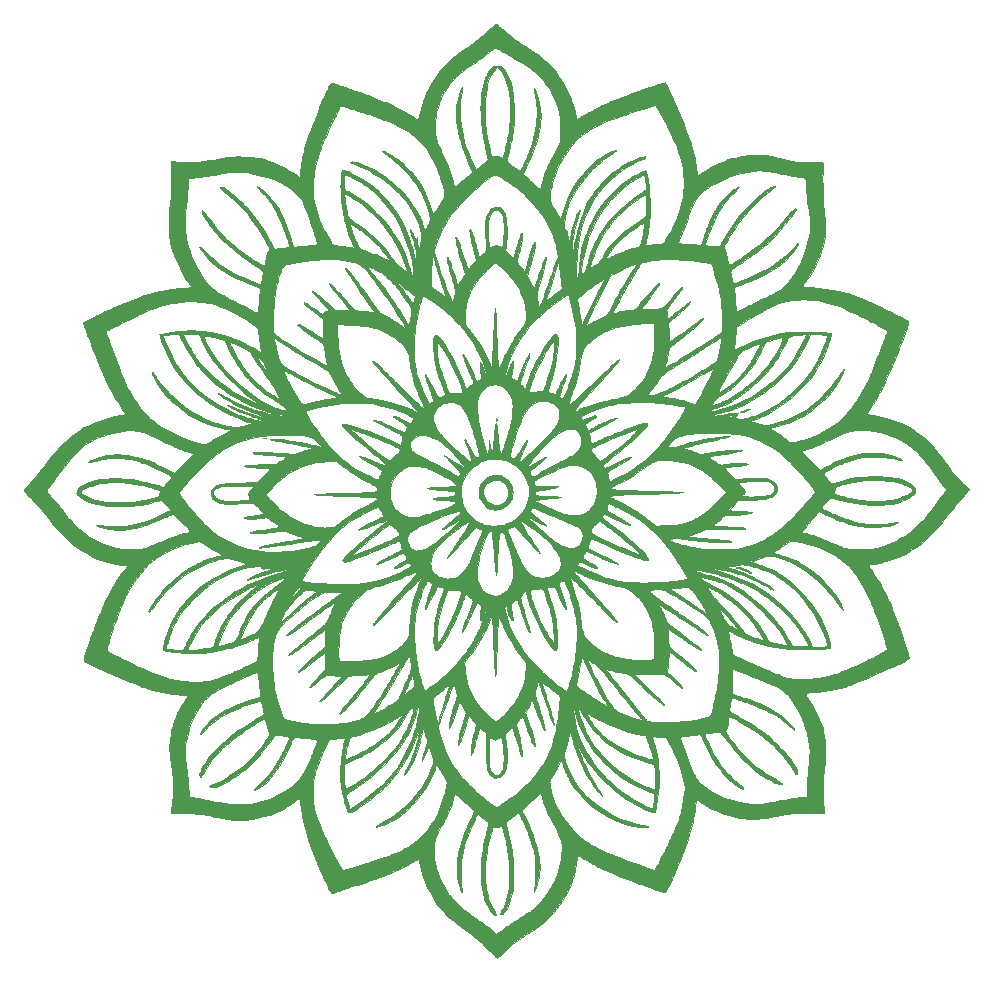
<source format=gbr>
%TF.GenerationSoftware,KiCad,Pcbnew,7.0.1*%
%TF.CreationDate,2023-06-02T16:28:30-07:00*%
%TF.ProjectId,skull,736b756c-6c2e-46b6-9963-61645f706362,rev?*%
%TF.SameCoordinates,Original*%
%TF.FileFunction,Copper,L2,Bot*%
%TF.FilePolarity,Positive*%
%FSLAX46Y46*%
G04 Gerber Fmt 4.6, Leading zero omitted, Abs format (unit mm)*
G04 Created by KiCad (PCBNEW 7.0.1) date 2023-06-02 16:28:30*
%MOMM*%
%LPD*%
G01*
G04 APERTURE LIST*
%TA.AperFunction,EtchedComponent*%
%ADD10C,0.010000*%
%TD*%
G04 APERTURE END LIST*
%TO.C,G\u002A\u002A\u002A*%
D10*
X30491515Y-45522810D02*
X30535719Y-45536288D01*
X30542542Y-45544635D01*
X30535006Y-45559670D01*
X30496456Y-45568130D01*
X30421654Y-45571063D01*
X30410250Y-45571093D01*
X30330847Y-45568740D01*
X30288313Y-45560983D01*
X30277407Y-45546775D01*
X30277959Y-45544635D01*
X30305275Y-45527552D01*
X30371011Y-45519042D01*
X30410250Y-45518176D01*
X30491515Y-45522810D01*
%TA.AperFunction,EtchedComponent*%
G36*
X30491515Y-45522810D02*
G01*
X30535719Y-45536288D01*
X30542542Y-45544635D01*
X30535006Y-45559670D01*
X30496456Y-45568130D01*
X30421654Y-45571063D01*
X30410250Y-45571093D01*
X30330847Y-45568740D01*
X30288313Y-45560983D01*
X30277407Y-45546775D01*
X30277959Y-45544635D01*
X30305275Y-45527552D01*
X30371011Y-45519042D01*
X30410250Y-45518176D01*
X30491515Y-45522810D01*
G37*
%TD.AperFunction*%
X43304036Y-28549329D02*
X43319585Y-28590947D01*
X43327955Y-28649911D01*
X43326793Y-28713761D01*
X43322280Y-28741938D01*
X43303593Y-28791468D01*
X43280382Y-28806203D01*
X43258537Y-28782922D01*
X43256486Y-28777945D01*
X43249255Y-28733582D01*
X43250147Y-28672313D01*
X43257464Y-28609159D01*
X43269509Y-28559142D01*
X43283661Y-28537513D01*
X43304036Y-28549329D01*
%TA.AperFunction,EtchedComponent*%
G36*
X43304036Y-28549329D02*
G01*
X43319585Y-28590947D01*
X43327955Y-28649911D01*
X43326793Y-28713761D01*
X43322280Y-28741938D01*
X43303593Y-28791468D01*
X43280382Y-28806203D01*
X43258537Y-28782922D01*
X43256486Y-28777945D01*
X43249255Y-28733582D01*
X43250147Y-28672313D01*
X43257464Y-28609159D01*
X43269509Y-28559142D01*
X43283661Y-28537513D01*
X43304036Y-28549329D01*
G37*
%TD.AperFunction*%
X50018019Y-43852357D02*
X50020843Y-43856593D01*
X50035565Y-43900115D01*
X50040459Y-43960651D01*
X50036643Y-44024593D01*
X50025234Y-44078332D01*
X50007346Y-44108260D01*
X50000000Y-44110593D01*
X49982643Y-44092871D01*
X49971008Y-44062968D01*
X49959464Y-43987204D01*
X49961952Y-43912879D01*
X49977723Y-43858897D01*
X49979158Y-43856593D01*
X49999082Y-43835485D01*
X50018019Y-43852357D01*
%TA.AperFunction,EtchedComponent*%
G36*
X50018019Y-43852357D02*
G01*
X50020843Y-43856593D01*
X50035565Y-43900115D01*
X50040459Y-43960651D01*
X50036643Y-44024593D01*
X50025234Y-44078332D01*
X50007346Y-44108260D01*
X50000000Y-44110593D01*
X49982643Y-44092871D01*
X49971008Y-44062968D01*
X49959464Y-43987204D01*
X49961952Y-43912879D01*
X49977723Y-43858897D01*
X49979158Y-43856593D01*
X49999082Y-43835485D01*
X50018019Y-43852357D01*
G37*
%TD.AperFunction*%
X71455104Y-43065312D02*
X71433371Y-43088630D01*
X71374449Y-43124788D01*
X71276769Y-43173552D01*
X71264075Y-43179453D01*
X71164321Y-43222596D01*
X71054111Y-43265495D01*
X70943105Y-43304899D01*
X70840962Y-43337562D01*
X70757341Y-43360235D01*
X70701903Y-43369669D01*
X70698144Y-43369760D01*
X70666685Y-43359395D01*
X70663840Y-43343301D01*
X70693851Y-43309248D01*
X70762061Y-43267980D01*
X70865259Y-43221065D01*
X71000232Y-43170072D01*
X71060804Y-43149414D01*
X71201499Y-43105062D01*
X71312845Y-43074708D01*
X71393273Y-43058119D01*
X71441215Y-43055064D01*
X71455104Y-43065312D01*
%TA.AperFunction,EtchedComponent*%
G36*
X71455104Y-43065312D02*
G01*
X71433371Y-43088630D01*
X71374449Y-43124788D01*
X71276769Y-43173552D01*
X71264075Y-43179453D01*
X71164321Y-43222596D01*
X71054111Y-43265495D01*
X70943105Y-43304899D01*
X70840962Y-43337562D01*
X70757341Y-43360235D01*
X70701903Y-43369669D01*
X70698144Y-43369760D01*
X70666685Y-43359395D01*
X70663840Y-43343301D01*
X70693851Y-43309248D01*
X70762061Y-43267980D01*
X70865259Y-43221065D01*
X71000232Y-43170072D01*
X71060804Y-43149414D01*
X71201499Y-43105062D01*
X71312845Y-43074708D01*
X71393273Y-43058119D01*
X71441215Y-43055064D01*
X71455104Y-43065312D01*
G37*
%TD.AperFunction*%
X70442281Y-56438756D02*
X70555001Y-56464252D01*
X70687570Y-56503089D01*
X70832455Y-56552274D01*
X70982128Y-56608817D01*
X71129058Y-56669725D01*
X71265714Y-56732007D01*
X71384567Y-56792671D01*
X71478085Y-56848724D01*
X71538739Y-56897176D01*
X71541606Y-56900257D01*
X71564538Y-56938188D01*
X71552656Y-56958454D01*
X71510358Y-56959344D01*
X71442043Y-56939148D01*
X71441834Y-56939065D01*
X71381776Y-56914345D01*
X71296413Y-56877750D01*
X71198948Y-56834988D01*
X71134917Y-56806390D01*
X70920959Y-56713806D01*
X70736840Y-56642511D01*
X70576993Y-56590587D01*
X70435853Y-56556116D01*
X70380335Y-56546307D01*
X70310386Y-56526160D01*
X70270668Y-56496970D01*
X70262678Y-56466196D01*
X70287911Y-56441296D01*
X70347861Y-56429731D01*
X70356939Y-56429593D01*
X70442281Y-56438756D01*
%TA.AperFunction,EtchedComponent*%
G36*
X70442281Y-56438756D02*
G01*
X70555001Y-56464252D01*
X70687570Y-56503089D01*
X70832455Y-56552274D01*
X70982128Y-56608817D01*
X71129058Y-56669725D01*
X71265714Y-56732007D01*
X71384567Y-56792671D01*
X71478085Y-56848724D01*
X71538739Y-56897176D01*
X71541606Y-56900257D01*
X71564538Y-56938188D01*
X71552656Y-56958454D01*
X71510358Y-56959344D01*
X71442043Y-56939148D01*
X71441834Y-56939065D01*
X71381776Y-56914345D01*
X71296413Y-56877750D01*
X71198948Y-56834988D01*
X71134917Y-56806390D01*
X70920959Y-56713806D01*
X70736840Y-56642511D01*
X70576993Y-56590587D01*
X70435853Y-56556116D01*
X70380335Y-56546307D01*
X70310386Y-56526160D01*
X70270668Y-56496970D01*
X70262678Y-56466196D01*
X70287911Y-56441296D01*
X70347861Y-56429731D01*
X70356939Y-56429593D01*
X70442281Y-56438756D01*
G37*
%TD.AperFunction*%
X48521296Y-50063401D02*
X48878622Y-50063401D01*
X48892504Y-50258028D01*
X48946565Y-50455095D01*
X49041279Y-50651680D01*
X49139822Y-50797755D01*
X49274968Y-50941475D01*
X49440177Y-51060931D01*
X49628058Y-51151584D01*
X49798917Y-51202356D01*
X49896208Y-51213512D01*
X50017463Y-51213110D01*
X50146289Y-51202379D01*
X50266294Y-51182545D01*
X50342934Y-51161647D01*
X50534026Y-51074933D01*
X50695404Y-50958735D01*
X50825857Y-50814874D01*
X50924172Y-50645170D01*
X50989136Y-50451442D01*
X51019537Y-50235509D01*
X51021746Y-50143093D01*
X51003796Y-49925549D01*
X50952247Y-49732500D01*
X50865441Y-49560928D01*
X50741722Y-49407816D01*
X50579432Y-49270147D01*
X50520110Y-49229532D01*
X50338651Y-49135442D01*
X50145520Y-49079842D01*
X49946674Y-49062734D01*
X49748070Y-49084120D01*
X49555664Y-49144002D01*
X49395223Y-49229180D01*
X49215354Y-49367759D01*
X49073284Y-49523394D01*
X48969488Y-49693161D01*
X48904442Y-49874138D01*
X48878622Y-50063401D01*
X48521296Y-50063401D01*
X48521614Y-50035620D01*
X48535308Y-49892791D01*
X48549234Y-49819393D01*
X48625930Y-49583051D01*
X48737510Y-49366154D01*
X48880483Y-49172115D01*
X49051364Y-49004345D01*
X49246663Y-48866256D01*
X49462893Y-48761259D01*
X49696566Y-48692767D01*
X49702173Y-48691637D01*
X49903884Y-48666453D01*
X50099501Y-48674463D01*
X50297118Y-48716885D01*
X50504829Y-48794938D01*
X50560917Y-48820945D01*
X50776909Y-48946514D01*
X50962763Y-49099282D01*
X51117194Y-49275465D01*
X51238913Y-49471282D01*
X51326632Y-49682950D01*
X51379065Y-49906687D01*
X51394924Y-50138709D01*
X51372921Y-50375235D01*
X51311769Y-50612481D01*
X51234282Y-50799260D01*
X51180033Y-50903633D01*
X51126918Y-50987626D01*
X51064188Y-51065991D01*
X50981095Y-51153484D01*
X50963431Y-51171059D01*
X50867546Y-51261471D01*
X50782295Y-51329725D01*
X50692208Y-51386990D01*
X50591222Y-51439836D01*
X50351969Y-51535627D01*
X50109553Y-51589274D01*
X49862967Y-51600915D01*
X49613978Y-51571239D01*
X49462479Y-51528282D01*
X49319518Y-51459385D01*
X49177400Y-51359989D01*
X49028432Y-51225536D01*
X49025466Y-51222593D01*
X48882109Y-51067311D01*
X48756232Y-50905531D01*
X48654220Y-50746271D01*
X48582453Y-50598554D01*
X48580690Y-50594020D01*
X48549924Y-50482958D01*
X48529462Y-50344004D01*
X48519846Y-50190458D01*
X48521296Y-50063401D01*
%TA.AperFunction,EtchedComponent*%
G36*
X48521296Y-50063401D02*
G01*
X48878622Y-50063401D01*
X48892504Y-50258028D01*
X48946565Y-50455095D01*
X49041279Y-50651680D01*
X49139822Y-50797755D01*
X49274968Y-50941475D01*
X49440177Y-51060931D01*
X49628058Y-51151584D01*
X49798917Y-51202356D01*
X49896208Y-51213512D01*
X50017463Y-51213110D01*
X50146289Y-51202379D01*
X50266294Y-51182545D01*
X50342934Y-51161647D01*
X50534026Y-51074933D01*
X50695404Y-50958735D01*
X50825857Y-50814874D01*
X50924172Y-50645170D01*
X50989136Y-50451442D01*
X51019537Y-50235509D01*
X51021746Y-50143093D01*
X51003796Y-49925549D01*
X50952247Y-49732500D01*
X50865441Y-49560928D01*
X50741722Y-49407816D01*
X50579432Y-49270147D01*
X50520110Y-49229532D01*
X50338651Y-49135442D01*
X50145520Y-49079842D01*
X49946674Y-49062734D01*
X49748070Y-49084120D01*
X49555664Y-49144002D01*
X49395223Y-49229180D01*
X49215354Y-49367759D01*
X49073284Y-49523394D01*
X48969488Y-49693161D01*
X48904442Y-49874138D01*
X48878622Y-50063401D01*
X48521296Y-50063401D01*
X48521614Y-50035620D01*
X48535308Y-49892791D01*
X48549234Y-49819393D01*
X48625930Y-49583051D01*
X48737510Y-49366154D01*
X48880483Y-49172115D01*
X49051364Y-49004345D01*
X49246663Y-48866256D01*
X49462893Y-48761259D01*
X49696566Y-48692767D01*
X49702173Y-48691637D01*
X49903884Y-48666453D01*
X50099501Y-48674463D01*
X50297118Y-48716885D01*
X50504829Y-48794938D01*
X50560917Y-48820945D01*
X50776909Y-48946514D01*
X50962763Y-49099282D01*
X51117194Y-49275465D01*
X51238913Y-49471282D01*
X51326632Y-49682950D01*
X51379065Y-49906687D01*
X51394924Y-50138709D01*
X51372921Y-50375235D01*
X51311769Y-50612481D01*
X51234282Y-50799260D01*
X51180033Y-50903633D01*
X51126918Y-50987626D01*
X51064188Y-51065991D01*
X50981095Y-51153484D01*
X50963431Y-51171059D01*
X50867546Y-51261471D01*
X50782295Y-51329725D01*
X50692208Y-51386990D01*
X50591222Y-51439836D01*
X50351969Y-51535627D01*
X50109553Y-51589274D01*
X49862967Y-51600915D01*
X49613978Y-51571239D01*
X49462479Y-51528282D01*
X49319518Y-51459385D01*
X49177400Y-51359989D01*
X49028432Y-51225536D01*
X49025466Y-51222593D01*
X48882109Y-51067311D01*
X48756232Y-50905531D01*
X48654220Y-50746271D01*
X48582453Y-50598554D01*
X48580690Y-50594020D01*
X48549924Y-50482958D01*
X48529462Y-50344004D01*
X48519846Y-50190458D01*
X48521296Y-50063401D01*
G37*
%TD.AperFunction*%
X22304330Y-27200936D02*
X23631899Y-27200936D01*
X23635271Y-27521674D01*
X23647683Y-27837082D01*
X23669028Y-28138416D01*
X23699198Y-28416933D01*
X23738083Y-28663889D01*
X23743825Y-28693482D01*
X23819251Y-29015037D01*
X23921316Y-29360378D01*
X24047169Y-29722917D01*
X24193961Y-30096065D01*
X24358842Y-30473236D01*
X24538962Y-30847840D01*
X24731472Y-31213290D01*
X24933520Y-31562998D01*
X25097967Y-31823741D01*
X25271800Y-32075766D01*
X25452073Y-32313721D01*
X25634686Y-32533038D01*
X25815536Y-32729144D01*
X25990523Y-32897471D01*
X26155545Y-33033447D01*
X26231567Y-33086910D01*
X26348210Y-33161235D01*
X26485149Y-33243766D01*
X26644751Y-33335791D01*
X26829384Y-33438601D01*
X27041415Y-33553483D01*
X27283212Y-33681726D01*
X27557143Y-33824620D01*
X27865573Y-33983452D01*
X28071334Y-34088547D01*
X28265982Y-34187999D01*
X28455128Y-34285207D01*
X28634234Y-34377800D01*
X28798761Y-34463407D01*
X28944172Y-34539657D01*
X29065929Y-34604180D01*
X29159495Y-34654605D01*
X29220331Y-34688560D01*
X29224917Y-34691239D01*
X29370878Y-34776490D01*
X29485371Y-34841137D01*
X29573018Y-34886702D01*
X29638443Y-34914704D01*
X29686268Y-34926663D01*
X29721118Y-34924102D01*
X29747614Y-34908539D01*
X29770382Y-34881495D01*
X29776374Y-34872599D01*
X29795703Y-34827725D01*
X29816771Y-34754778D01*
X29835712Y-34667647D01*
X29839698Y-34645057D01*
X29850743Y-34566260D01*
X29863770Y-34452149D01*
X29878195Y-34309665D01*
X29893431Y-34145751D01*
X29908893Y-33967348D01*
X29923996Y-33781397D01*
X29938155Y-33594840D01*
X29950784Y-33414619D01*
X29961298Y-33247674D01*
X29968055Y-33123015D01*
X29982157Y-32835187D01*
X29748868Y-32736716D01*
X29649541Y-32695578D01*
X29522864Y-32644287D01*
X29381059Y-32587729D01*
X29236349Y-32530786D01*
X29137415Y-32492367D01*
X28629475Y-32288300D01*
X28160450Y-32082658D01*
X27726920Y-31873619D01*
X27325468Y-31659365D01*
X26952676Y-31438076D01*
X26605123Y-31207932D01*
X26294645Y-30978992D01*
X26136519Y-30849565D01*
X25967379Y-30699633D01*
X25796566Y-30538265D01*
X25633421Y-30374530D01*
X25487287Y-30217498D01*
X25376944Y-30088046D01*
X25314120Y-30007394D01*
X25243217Y-29912147D01*
X25168457Y-29808468D01*
X25094061Y-29702519D01*
X25024253Y-29600464D01*
X24963254Y-29508466D01*
X24915286Y-29432687D01*
X24884571Y-29379290D01*
X24875167Y-29355636D01*
X24881618Y-29339981D01*
X24902274Y-29341643D01*
X24939092Y-29362267D01*
X24994027Y-29403499D01*
X25069036Y-29466986D01*
X25166073Y-29554374D01*
X25287095Y-29667309D01*
X25434058Y-29807438D01*
X25584250Y-29952471D01*
X25795756Y-30155158D01*
X25985549Y-30331357D01*
X26159939Y-30486313D01*
X26325232Y-30625272D01*
X26487737Y-30753479D01*
X26653763Y-30876178D01*
X26829616Y-30998615D01*
X26896584Y-31043664D01*
X27243181Y-31261599D01*
X27631552Y-31480744D01*
X28061164Y-31700840D01*
X28531481Y-31921626D01*
X29041972Y-32142842D01*
X29592101Y-32364227D01*
X29643791Y-32384248D01*
X29764723Y-32430435D01*
X29871567Y-32470268D01*
X29958306Y-32501586D01*
X30018925Y-32522226D01*
X30047408Y-32530024D01*
X30048742Y-32529830D01*
X30055082Y-32507720D01*
X30068843Y-32450192D01*
X30088665Y-32363241D01*
X30113194Y-32252863D01*
X30141072Y-32125052D01*
X30155431Y-32058406D01*
X30185313Y-31920920D01*
X30213434Y-31794836D01*
X30238223Y-31686937D01*
X30258109Y-31604008D01*
X30271522Y-31552832D01*
X30274885Y-31542341D01*
X30282722Y-31507079D01*
X30271266Y-31474731D01*
X30234683Y-31432850D01*
X30214312Y-31413112D01*
X30112033Y-31324332D01*
X29973251Y-31217548D01*
X29799304Y-31093733D01*
X29591529Y-30953862D01*
X29510667Y-30901036D01*
X28870921Y-30469057D01*
X28270084Y-30028415D01*
X27708664Y-29579553D01*
X27187170Y-29122913D01*
X26706111Y-28658940D01*
X26265997Y-28188077D01*
X25916574Y-27772881D01*
X25796193Y-27617024D01*
X25677486Y-27453639D01*
X25562709Y-27286676D01*
X25454118Y-27120083D01*
X25353967Y-26957808D01*
X25264513Y-26803800D01*
X25188010Y-26662006D01*
X25126715Y-26536375D01*
X25082882Y-26430856D01*
X25058768Y-26349397D01*
X25056628Y-26295946D01*
X25064379Y-26281081D01*
X25089331Y-26273068D01*
X25126509Y-26288918D01*
X25177496Y-26330365D01*
X25243873Y-26399144D01*
X25327221Y-26496987D01*
X25429124Y-26625630D01*
X25551162Y-26786806D01*
X25658720Y-26932630D01*
X26000923Y-27379021D01*
X26370069Y-27820489D01*
X26759815Y-28250455D01*
X27163820Y-28662341D01*
X27575742Y-29049567D01*
X27989239Y-29405556D01*
X28219500Y-29589105D01*
X28411549Y-29735433D01*
X28610367Y-29882855D01*
X28812590Y-30029163D01*
X29014853Y-30172146D01*
X29213795Y-30309596D01*
X29406050Y-30439303D01*
X29588255Y-30559059D01*
X29757047Y-30666654D01*
X29909062Y-30759879D01*
X30040936Y-30836524D01*
X30149306Y-30894381D01*
X30230807Y-30931240D01*
X30282077Y-30944892D01*
X30283837Y-30944926D01*
X30315401Y-30926431D01*
X30348697Y-30870250D01*
X30384091Y-30775340D01*
X30421952Y-30640659D01*
X30462648Y-30465163D01*
X30476814Y-30397861D01*
X30512840Y-30226090D01*
X30543343Y-30089127D01*
X30570340Y-29980126D01*
X30595851Y-29892238D01*
X30621892Y-29818617D01*
X30650483Y-29752413D01*
X30683640Y-29686781D01*
X30689676Y-29675556D01*
X30730025Y-29595453D01*
X30750542Y-29536348D01*
X30755183Y-29484223D01*
X30752384Y-29453310D01*
X30732843Y-29380131D01*
X30690749Y-29276367D01*
X30628121Y-29145901D01*
X30546980Y-28992620D01*
X30449347Y-28820409D01*
X30337241Y-28633152D01*
X30267747Y-28521343D01*
X29982483Y-28075281D01*
X29710565Y-27665134D01*
X29449269Y-27287650D01*
X29195872Y-26939579D01*
X28947651Y-26617671D01*
X28701880Y-26318675D01*
X28455838Y-26039341D01*
X28206799Y-25776418D01*
X27952040Y-25526656D01*
X27688837Y-25286804D01*
X27414467Y-25053611D01*
X27252010Y-24922405D01*
X27070536Y-24775904D01*
X26923163Y-24651284D01*
X26808598Y-24547196D01*
X26725553Y-24462289D01*
X26672736Y-24395215D01*
X26648857Y-24344624D01*
X26652625Y-24309167D01*
X26658485Y-24301741D01*
X26699989Y-24280625D01*
X26761226Y-24284756D01*
X26847796Y-24314842D01*
X26881250Y-24329827D01*
X27026920Y-24407809D01*
X27194905Y-24515357D01*
X27381201Y-24648882D01*
X27581803Y-24804793D01*
X27792708Y-24979499D01*
X28009910Y-25169410D01*
X28229406Y-25370936D01*
X28447191Y-25580486D01*
X28659262Y-25794469D01*
X28861612Y-26009296D01*
X29050239Y-26221376D01*
X29221139Y-26427118D01*
X29223249Y-26429764D01*
X29435473Y-26703614D01*
X29654327Y-27000197D01*
X29875444Y-27312830D01*
X30094453Y-27634827D01*
X30306984Y-27959506D01*
X30508668Y-28280182D01*
X30695136Y-28590171D01*
X30862017Y-28882789D01*
X31004943Y-29151351D01*
X31013644Y-29168496D01*
X31075118Y-29289253D01*
X31121406Y-29377203D01*
X31156035Y-29437508D01*
X31182535Y-29475332D01*
X31204435Y-29495839D01*
X31225263Y-29504191D01*
X31244022Y-29505593D01*
X31319660Y-29502884D01*
X31422886Y-29495344D01*
X31546681Y-29483854D01*
X31684025Y-29469297D01*
X31827895Y-29452554D01*
X31971273Y-29434506D01*
X32107138Y-29416035D01*
X32228468Y-29398022D01*
X32328245Y-29381349D01*
X32399446Y-29366897D01*
X32433935Y-29356185D01*
X32451322Y-29332889D01*
X32456555Y-29286312D01*
X32449085Y-29214099D01*
X32428364Y-29113897D01*
X32393842Y-28983350D01*
X32344972Y-28820103D01*
X32281205Y-28621802D01*
X32220826Y-28441436D01*
X32102088Y-28098671D01*
X31989167Y-27788795D01*
X31878628Y-27503390D01*
X31767036Y-27234035D01*
X31650957Y-26972309D01*
X31526957Y-26709793D01*
X31454838Y-26563426D01*
X31337277Y-26333629D01*
X31224074Y-26125602D01*
X31110939Y-25933352D01*
X30993585Y-25750886D01*
X30867722Y-25572209D01*
X30729062Y-25391329D01*
X30573314Y-25202250D01*
X30396191Y-24998979D01*
X30193404Y-24775523D01*
X30114400Y-24690176D01*
X29998162Y-24564601D01*
X29908136Y-24465898D01*
X29841247Y-24390372D01*
X29794417Y-24334327D01*
X29764572Y-24294068D01*
X29748636Y-24265900D01*
X29743533Y-24246127D01*
X29743500Y-24244576D01*
X29754803Y-24227763D01*
X29790272Y-24233325D01*
X29852252Y-24262315D01*
X29943086Y-24315788D01*
X30039549Y-24377858D01*
X30127965Y-24441859D01*
X30231944Y-24528007D01*
X30354689Y-24639160D01*
X30499400Y-24778175D01*
X30601132Y-24879186D01*
X30801187Y-25083980D01*
X30973236Y-25270311D01*
X31122752Y-25445631D01*
X31255206Y-25617390D01*
X31376070Y-25793038D01*
X31490814Y-25980027D01*
X31604911Y-26185806D01*
X31708472Y-26387047D01*
X32014730Y-27045713D01*
X32282231Y-27720662D01*
X32510104Y-28409519D01*
X32675669Y-29019231D01*
X32755990Y-29347785D01*
X33371703Y-29300722D01*
X33667274Y-29277521D01*
X33923108Y-29256055D01*
X34141751Y-29236000D01*
X34325751Y-29217031D01*
X34477653Y-29198825D01*
X34600005Y-29181058D01*
X34695351Y-29163407D01*
X34766240Y-29145547D01*
X34815217Y-29127154D01*
X34837045Y-29114370D01*
X34854254Y-29099175D01*
X34861704Y-29079830D01*
X34858178Y-29047974D01*
X34842460Y-28995248D01*
X34813333Y-28913291D01*
X34804117Y-28888082D01*
X34784141Y-28831893D01*
X34752160Y-28739828D01*
X34709626Y-28616151D01*
X34657991Y-28465124D01*
X34598706Y-28291010D01*
X34533223Y-28098072D01*
X34462994Y-27890572D01*
X34389471Y-27672772D01*
X34325957Y-27484176D01*
X34217534Y-27162799D01*
X34120855Y-26878662D01*
X34034662Y-26628720D01*
X33957696Y-26409927D01*
X33888699Y-26219236D01*
X33826414Y-26053601D01*
X33769581Y-25909977D01*
X33716941Y-25785317D01*
X33667238Y-25676575D01*
X33619212Y-25580705D01*
X33571605Y-25494660D01*
X33523159Y-25415396D01*
X33472614Y-25339864D01*
X33418714Y-25265020D01*
X33397503Y-25236673D01*
X33282283Y-25095345D01*
X33142078Y-24941311D01*
X32987375Y-24784970D01*
X32958423Y-24757927D01*
X34465194Y-24757927D01*
X34466248Y-24853247D01*
X34470687Y-24935492D01*
X34479083Y-25014403D01*
X34492013Y-25099721D01*
X34510050Y-25201190D01*
X34514294Y-25224133D01*
X34649360Y-25845643D01*
X34820555Y-26447107D01*
X35029253Y-27032649D01*
X35276827Y-27606393D01*
X35376439Y-27812260D01*
X35429551Y-27915936D01*
X35495070Y-28039075D01*
X35569976Y-28176427D01*
X35651248Y-28322743D01*
X35735867Y-28472771D01*
X35820812Y-28621262D01*
X35903062Y-28762965D01*
X35979598Y-28892632D01*
X36047400Y-29005013D01*
X36103446Y-29094856D01*
X36144717Y-29156912D01*
X36164963Y-29182915D01*
X36195533Y-29194484D01*
X36265021Y-29208047D01*
X36370085Y-29223114D01*
X36507384Y-29239191D01*
X36634120Y-29252060D01*
X36847315Y-29274301D01*
X37080524Y-29301705D01*
X37320075Y-29332477D01*
X37552298Y-29364819D01*
X37763519Y-29396937D01*
X37866209Y-29413927D01*
X37913372Y-29416554D01*
X37934807Y-29406623D01*
X37935000Y-29405047D01*
X37927074Y-29379891D01*
X37905017Y-29322266D01*
X37871412Y-29238597D01*
X37828840Y-29135311D01*
X37779884Y-29018831D01*
X37778135Y-29014708D01*
X37620661Y-28626205D01*
X37483413Y-28248376D01*
X37362620Y-27869079D01*
X37254510Y-27476170D01*
X37245859Y-27439657D01*
X37627570Y-27439657D01*
X37638264Y-27499621D01*
X37659143Y-27585679D01*
X37688263Y-27690912D01*
X37723682Y-27808405D01*
X37763455Y-27931239D01*
X37805640Y-28052498D01*
X37818946Y-28088803D01*
X37906518Y-28317434D01*
X37996099Y-28538129D01*
X38085547Y-28746348D01*
X38172714Y-28937554D01*
X38255457Y-29107208D01*
X38331631Y-29250773D01*
X38399090Y-29363710D01*
X38455691Y-29441481D01*
X38461217Y-29447755D01*
X38498189Y-29486124D01*
X38537279Y-29519355D01*
X38584112Y-29550112D01*
X38644311Y-29581062D01*
X38723503Y-29614869D01*
X38827312Y-29654200D01*
X38961363Y-29701720D01*
X39092069Y-29746709D01*
X39354424Y-29837952D01*
X39586590Y-29922347D01*
X39799258Y-30004039D01*
X40003119Y-30087171D01*
X40208865Y-30175888D01*
X40273917Y-30204822D01*
X40453363Y-30284254D01*
X40606070Y-30349993D01*
X40729505Y-30401009D01*
X40821138Y-30436269D01*
X40878436Y-30454741D01*
X40893585Y-30457364D01*
X40908349Y-30449445D01*
X40899654Y-30418605D01*
X40889801Y-30398558D01*
X40852750Y-30336336D01*
X40793630Y-30248314D01*
X40717458Y-30141228D01*
X40629250Y-30021811D01*
X40534025Y-29896800D01*
X40436797Y-29772928D01*
X40342585Y-29656931D01*
X40296212Y-29601680D01*
X40036591Y-29310888D01*
X39748624Y-29013919D01*
X39441982Y-28719765D01*
X39126338Y-28437421D01*
X38811363Y-28175879D01*
X38538250Y-27967024D01*
X38439166Y-27896740D01*
X38327478Y-27821008D01*
X38208589Y-27743122D01*
X38087898Y-27666373D01*
X37970806Y-27594053D01*
X37862714Y-27529457D01*
X37769023Y-27475875D01*
X37695133Y-27436601D01*
X37646444Y-27414927D01*
X37629003Y-27412701D01*
X37627570Y-27439657D01*
X37245859Y-27439657D01*
X37155312Y-27057508D01*
X37121883Y-26902093D01*
X37021371Y-26389948D01*
X36941683Y-25907790D01*
X36882129Y-25449148D01*
X36842020Y-25007550D01*
X36841148Y-24989949D01*
X37152158Y-24989949D01*
X37155191Y-25044118D01*
X37163926Y-25133435D01*
X37177433Y-25251239D01*
X37194782Y-25390867D01*
X37215047Y-25545658D01*
X37237296Y-25708949D01*
X37260603Y-25874078D01*
X37284037Y-26034383D01*
X37306669Y-26183202D01*
X37327572Y-26313872D01*
X37345816Y-26419731D01*
X37360472Y-26494117D01*
X37363949Y-26508977D01*
X37408911Y-26660931D01*
X37464891Y-26789010D01*
X37537632Y-26900345D01*
X37632875Y-27002067D01*
X37756364Y-27101305D01*
X37913838Y-27205191D01*
X37935000Y-27218131D01*
X38417165Y-27529560D01*
X38879896Y-27866973D01*
X39329274Y-28235183D01*
X39771384Y-28639006D01*
X39944349Y-28808385D01*
X40243340Y-29116857D01*
X40508117Y-29412123D01*
X40742730Y-29699086D01*
X40951232Y-29982648D01*
X41099373Y-30206252D01*
X41222069Y-30394677D01*
X41335513Y-30553916D01*
X41447054Y-30691457D01*
X41564042Y-30814790D01*
X41693823Y-30931404D01*
X41843748Y-31048787D01*
X42021164Y-31174430D01*
X42104834Y-31230922D01*
X42208171Y-31299931D01*
X42298476Y-31360176D01*
X42370226Y-31407975D01*
X42417897Y-31439649D01*
X42435965Y-31451518D01*
X42435979Y-31451525D01*
X42433775Y-31434496D01*
X42424336Y-31390994D01*
X42422722Y-31384135D01*
X42296011Y-30919699D01*
X42134528Y-30444345D01*
X41941452Y-29965916D01*
X41719959Y-29492254D01*
X41473228Y-29031201D01*
X41460030Y-29008176D01*
X41140634Y-28489492D01*
X40785893Y-27980955D01*
X40400068Y-27487278D01*
X39987419Y-27013173D01*
X39552206Y-26563354D01*
X39098689Y-26142532D01*
X38631129Y-25755422D01*
X38290541Y-25501897D01*
X38143118Y-25400703D01*
X37977719Y-25292933D01*
X37804958Y-25185092D01*
X37635447Y-25083680D01*
X37479797Y-24995201D01*
X37360909Y-24932290D01*
X37270722Y-24888942D01*
X37211078Y-24868207D01*
X37175694Y-24871822D01*
X37158288Y-24901522D01*
X37152575Y-24959043D01*
X37152158Y-24989949D01*
X36841148Y-24989949D01*
X36820664Y-24576525D01*
X36817372Y-24149600D01*
X36818893Y-24060738D01*
X36821835Y-23959926D01*
X37099912Y-23959926D01*
X37099939Y-24116816D01*
X37103688Y-24240953D01*
X37115321Y-24338717D01*
X37139003Y-24416484D01*
X37178897Y-24480633D01*
X37239167Y-24537541D01*
X37323976Y-24593587D01*
X37437489Y-24655148D01*
X37583868Y-24728602D01*
X37610287Y-24741720D01*
X37907324Y-24903263D01*
X38219106Y-25099011D01*
X38541544Y-25325256D01*
X38870550Y-25578290D01*
X39202035Y-25854404D01*
X39531911Y-26149891D01*
X39856089Y-26461042D01*
X40170482Y-26784150D01*
X40471000Y-27115505D01*
X40753555Y-27451399D01*
X41014059Y-27788125D01*
X41100709Y-27907510D01*
X41297610Y-28194821D01*
X41492420Y-28500198D01*
X41680426Y-28815253D01*
X41856915Y-29131601D01*
X42017175Y-29440857D01*
X42156494Y-29734634D01*
X42248582Y-29950093D01*
X42353264Y-30223620D01*
X42460337Y-30529839D01*
X42566694Y-30859464D01*
X42669229Y-31203212D01*
X42677069Y-31230676D01*
X42731022Y-31410993D01*
X42780872Y-31558900D01*
X42825766Y-31672332D01*
X42864848Y-31749223D01*
X42897262Y-31787509D01*
X42909314Y-31791593D01*
X42933750Y-31775133D01*
X42950755Y-31750651D01*
X42960882Y-31711194D01*
X42968529Y-31642295D01*
X42972422Y-31556825D01*
X42972667Y-31529485D01*
X42963205Y-31316334D01*
X42935747Y-31070430D01*
X42891686Y-30796655D01*
X42832414Y-30499888D01*
X42759326Y-30185009D01*
X42673813Y-29856900D01*
X42577268Y-29520440D01*
X42471085Y-29180509D01*
X42356655Y-28841988D01*
X42235373Y-28509757D01*
X42108630Y-28188696D01*
X41977819Y-27883685D01*
X41860406Y-27632343D01*
X41585447Y-27115615D01*
X41269809Y-26609220D01*
X40913360Y-26112976D01*
X40515968Y-25626704D01*
X40077501Y-25150222D01*
X39967406Y-25038567D01*
X39739385Y-24815119D01*
X39528823Y-24619842D01*
X39328198Y-24446731D01*
X39129984Y-24289784D01*
X38926658Y-24142995D01*
X38710697Y-24000362D01*
X38517161Y-23881247D01*
X38366508Y-23793524D01*
X38207510Y-23705392D01*
X38044827Y-23619038D01*
X37883119Y-23536650D01*
X37727047Y-23460415D01*
X37581270Y-23392521D01*
X37450450Y-23335153D01*
X37339246Y-23290501D01*
X37252319Y-23260751D01*
X37194328Y-23248090D01*
X37173426Y-23250580D01*
X37155255Y-23282494D01*
X37138757Y-23351446D01*
X37124479Y-23452158D01*
X37112969Y-23579349D01*
X37104773Y-23727741D01*
X37100439Y-23892052D01*
X37099912Y-23959926D01*
X36821835Y-23959926D01*
X36825427Y-23836869D01*
X36835495Y-23643878D01*
X36850327Y-23470374D01*
X36871156Y-23304965D01*
X36899213Y-23136259D01*
X36935728Y-22952863D01*
X36941630Y-22925156D01*
X36956664Y-22860551D01*
X36971455Y-22828166D01*
X36994445Y-22818784D01*
X37034076Y-22823192D01*
X37034918Y-22823328D01*
X37101363Y-22839104D01*
X37188430Y-22868779D01*
X37299296Y-22913720D01*
X37437136Y-22975295D01*
X37605126Y-23054870D01*
X37806443Y-23153812D01*
X37829167Y-23165142D01*
X38185224Y-23347662D01*
X38505404Y-23522217D01*
X38794701Y-23691859D01*
X39058113Y-23859643D01*
X39300635Y-24028622D01*
X39527264Y-24201849D01*
X39533084Y-24206513D01*
X39654106Y-24308195D01*
X39795981Y-24434949D01*
X39951731Y-24579945D01*
X40114380Y-24736354D01*
X40276950Y-24897347D01*
X40432465Y-25056096D01*
X40573949Y-25205770D01*
X40694423Y-25339540D01*
X40715448Y-25363860D01*
X41015132Y-25730382D01*
X41306530Y-26119750D01*
X41581837Y-26520716D01*
X41833250Y-26922033D01*
X42003129Y-27219593D01*
X42155347Y-27517295D01*
X42307193Y-27849405D01*
X42455965Y-28208059D01*
X42598964Y-28585398D01*
X42733488Y-28973558D01*
X42856837Y-29364677D01*
X42966311Y-29750894D01*
X43059207Y-30124346D01*
X43132827Y-30477173D01*
X43144682Y-30542760D01*
X43194917Y-30828510D01*
X43210229Y-30532176D01*
X43215234Y-30400159D01*
X43217523Y-30260205D01*
X43216986Y-30129077D01*
X43213549Y-30024176D01*
X43189260Y-29770516D01*
X43179395Y-29708359D01*
X44750135Y-29708359D01*
X44751244Y-29765968D01*
X44758487Y-29830876D01*
X44772656Y-29906740D01*
X44794544Y-29997218D01*
X44824942Y-30105968D01*
X44864644Y-30236646D01*
X44914443Y-30392910D01*
X44975129Y-30578418D01*
X45047496Y-30796827D01*
X45131992Y-31050760D01*
X45282448Y-31498816D01*
X45423933Y-31911899D01*
X45556218Y-32289416D01*
X45679076Y-32630774D01*
X45792277Y-32935382D01*
X45895594Y-33202647D01*
X45988798Y-33431976D01*
X46071661Y-33622776D01*
X46143954Y-33774456D01*
X46205449Y-33886423D01*
X46249765Y-33950795D01*
X46292808Y-34003510D01*
X46346847Y-33886043D01*
X46408590Y-33723308D01*
X46457977Y-33535749D01*
X46491045Y-33340032D01*
X46500495Y-33240247D01*
X46503634Y-33175670D01*
X46503646Y-33112000D01*
X46499661Y-33045199D01*
X46490808Y-32971228D01*
X46476217Y-32886049D01*
X46455016Y-32785622D01*
X46426336Y-32665910D01*
X46389305Y-32522874D01*
X46343053Y-32352474D01*
X46286709Y-32150674D01*
X46219403Y-31913433D01*
X46199101Y-31842300D01*
X46110746Y-31531027D01*
X46034614Y-31258214D01*
X45970306Y-31021913D01*
X45917425Y-30820176D01*
X45875571Y-30651056D01*
X45844346Y-30512604D01*
X45823350Y-30402873D01*
X45812187Y-30319915D01*
X45810456Y-30261782D01*
X45817759Y-30226527D01*
X45833697Y-30212200D01*
X45857873Y-30216856D01*
X45867533Y-30222189D01*
X45891105Y-30248547D01*
X45922138Y-30303878D01*
X45961217Y-30389724D01*
X46008930Y-30507625D01*
X46065864Y-30659123D01*
X46132605Y-30845756D01*
X46209741Y-31069068D01*
X46297859Y-31330597D01*
X46352531Y-31495260D01*
X46415722Y-31686753D01*
X46475408Y-31868232D01*
X46530143Y-32035255D01*
X46578480Y-32183377D01*
X46618971Y-32308158D01*
X46650171Y-32405154D01*
X46670631Y-32469922D01*
X46678252Y-32495385D01*
X46696843Y-32546006D01*
X46716498Y-32573250D01*
X46721062Y-32574760D01*
X46754747Y-32557395D01*
X46805082Y-32504874D01*
X46872539Y-32416559D01*
X46957596Y-32291808D01*
X47060726Y-32129984D01*
X47105962Y-32056662D01*
X47329968Y-31690799D01*
X47076705Y-30772821D01*
X46973733Y-30397400D01*
X46882787Y-30060988D01*
X46803539Y-29762107D01*
X46735661Y-29499275D01*
X46678825Y-29271012D01*
X46632705Y-29075836D01*
X46596972Y-28912268D01*
X46571299Y-28778827D01*
X46555359Y-28674033D01*
X46548824Y-28596404D01*
X46551366Y-28544460D01*
X46562657Y-28516720D01*
X46576292Y-28510904D01*
X46594683Y-28516318D01*
X46615121Y-28533943D01*
X46638534Y-28566149D01*
X46665852Y-28615303D01*
X46698005Y-28683774D01*
X46735921Y-28773929D01*
X46780530Y-28888136D01*
X46832760Y-29028764D01*
X46893542Y-29198181D01*
X46963805Y-29398755D01*
X47044477Y-29632853D01*
X47136489Y-29902844D01*
X47224117Y-30161760D01*
X47302144Y-30392644D01*
X47367920Y-30586590D01*
X47422645Y-30746799D01*
X47467518Y-30876474D01*
X47503738Y-30978814D01*
X47532504Y-31057023D01*
X47555017Y-31114302D01*
X47572474Y-31153851D01*
X47586077Y-31178874D01*
X47597023Y-31192571D01*
X47606512Y-31198143D01*
X47612647Y-31198926D01*
X47635914Y-31184284D01*
X47682361Y-31144041D01*
X47746478Y-31083725D01*
X47822755Y-31008863D01*
X47905680Y-30924982D01*
X47989743Y-30837608D01*
X48069433Y-30752270D01*
X48139240Y-30674493D01*
X48162887Y-30647060D01*
X48262524Y-30529730D01*
X48094952Y-29818911D01*
X48015963Y-29478574D01*
X47946170Y-29166909D01*
X47885834Y-28885347D01*
X47835218Y-28635320D01*
X47794585Y-28418259D01*
X47764195Y-28235596D01*
X47744312Y-28088762D01*
X47735197Y-27979188D01*
X47737112Y-27908306D01*
X47741635Y-27889435D01*
X47767804Y-27857796D01*
X47803224Y-27863467D01*
X47842009Y-27904220D01*
X47859276Y-27933968D01*
X47892251Y-28009284D01*
X47933484Y-28120020D01*
X47981278Y-28260453D01*
X48033939Y-28424855D01*
X48089769Y-28607502D01*
X48147073Y-28802668D01*
X48204155Y-29004628D01*
X48259318Y-29207656D01*
X48310866Y-29406027D01*
X48357104Y-29594016D01*
X48379361Y-29689610D01*
X48417482Y-29849399D01*
X48450840Y-29971261D01*
X48480814Y-30059153D01*
X48508779Y-30117034D01*
X48536112Y-30148862D01*
X48539983Y-30151474D01*
X48576710Y-30150668D01*
X48636537Y-30121333D01*
X48714787Y-30066887D01*
X48806783Y-29990750D01*
X48907850Y-29896339D01*
X48957542Y-29846226D01*
X49011412Y-29791977D01*
X49055151Y-29748210D01*
X49089537Y-29709987D01*
X49115347Y-29672372D01*
X49133359Y-29630427D01*
X49144349Y-29579215D01*
X49149096Y-29513801D01*
X49148377Y-29429246D01*
X49142969Y-29320614D01*
X49133651Y-29182968D01*
X49121198Y-29011371D01*
X49111185Y-28870593D01*
X49086946Y-28473859D01*
X49072536Y-28116015D01*
X49068283Y-27794694D01*
X49069105Y-27756802D01*
X49299963Y-27756802D01*
X49300475Y-27939918D01*
X49303327Y-28127398D01*
X49308508Y-28311662D01*
X49316009Y-28485131D01*
X49323250Y-28605010D01*
X49334217Y-28746867D01*
X49347233Y-28890291D01*
X49361481Y-29028437D01*
X49376145Y-29154459D01*
X49390407Y-29261512D01*
X49403452Y-29342750D01*
X49414463Y-29391327D01*
X49418077Y-29400019D01*
X49430517Y-29406660D01*
X49457433Y-29402691D01*
X49504138Y-29386118D01*
X49575944Y-29354949D01*
X49678163Y-29307189D01*
X49724236Y-29285163D01*
X49817237Y-29245437D01*
X49900707Y-29218670D01*
X49959412Y-29209260D01*
X50020367Y-29219892D01*
X50111422Y-29250371D01*
X50226495Y-29298566D01*
X50264966Y-29316243D01*
X50368727Y-29363292D01*
X50440340Y-29391764D01*
X50484850Y-29403305D01*
X50507298Y-29399564D01*
X50510141Y-29396295D01*
X50519897Y-29368315D01*
X50529112Y-29314697D01*
X50538175Y-29231639D01*
X50547473Y-29115334D01*
X50557393Y-28961979D01*
X50561455Y-28892354D01*
X50570303Y-28775117D01*
X50583193Y-28650572D01*
X50597894Y-28539175D01*
X50604153Y-28500771D01*
X50616412Y-28402895D01*
X50625515Y-28270793D01*
X50631409Y-28112455D01*
X50634041Y-27935876D01*
X50633357Y-27749046D01*
X50629303Y-27559959D01*
X50621826Y-27376607D01*
X50612660Y-27230176D01*
X50595166Y-27031957D01*
X50573975Y-26869907D01*
X50547017Y-26737894D01*
X50512222Y-26629786D01*
X50467522Y-26539450D01*
X50410846Y-26460753D01*
X50340125Y-26387562D01*
X50323126Y-26372168D01*
X50192568Y-26275956D01*
X50065556Y-26220898D01*
X49943415Y-26205873D01*
X49827472Y-26229759D01*
X49719052Y-26291436D01*
X49619478Y-26389782D01*
X49530077Y-26523676D01*
X49452174Y-26691997D01*
X49387093Y-26893624D01*
X49336161Y-27127436D01*
X49321497Y-27219593D01*
X49312557Y-27309447D01*
X49305994Y-27433987D01*
X49301799Y-27585632D01*
X49299963Y-27756802D01*
X49069105Y-27756802D01*
X49074514Y-27507534D01*
X49091558Y-27252169D01*
X49119741Y-27026235D01*
X49159391Y-26827368D01*
X49210836Y-26653203D01*
X49274404Y-26501375D01*
X49350423Y-26369520D01*
X49439219Y-26255275D01*
X49479462Y-26212908D01*
X49599270Y-26107073D01*
X49714918Y-26035665D01*
X49837109Y-25993472D01*
X49966032Y-25975879D01*
X50114946Y-25979648D01*
X50245793Y-26013329D01*
X50367715Y-26080631D01*
X50489852Y-26185262D01*
X50495181Y-26190588D01*
X50602239Y-26313232D01*
X50682376Y-26442822D01*
X50741544Y-26591059D01*
X50783079Y-26756453D01*
X50809263Y-26896338D01*
X50830373Y-27033774D01*
X50847083Y-27176518D01*
X50860067Y-27332324D01*
X50870000Y-27508950D01*
X50877554Y-27714152D01*
X50882184Y-27896926D01*
X50885775Y-28149981D01*
X50884264Y-28373493D01*
X50876925Y-28580023D01*
X50863034Y-28782136D01*
X50841867Y-28992393D01*
X50812699Y-29223357D01*
X50800682Y-29309884D01*
X50755006Y-29632758D01*
X50911961Y-29796711D01*
X50999784Y-29886332D01*
X51092706Y-29977558D01*
X51184325Y-30064468D01*
X51268241Y-30141143D01*
X51338052Y-30201663D01*
X51387359Y-30240110D01*
X51399976Y-30248019D01*
X51413126Y-30252073D01*
X51426367Y-30247644D01*
X51440845Y-30231500D01*
X51457710Y-30200410D01*
X51478110Y-30151141D01*
X51503194Y-30080463D01*
X51534109Y-29985144D01*
X51572004Y-29861952D01*
X51618028Y-29707656D01*
X51673328Y-29519024D01*
X51737483Y-29298245D01*
X51810664Y-29047619D01*
X51874081Y-28834994D01*
X51928859Y-28657462D01*
X51976122Y-28512114D01*
X52016995Y-28396043D01*
X52052605Y-28306340D01*
X52084075Y-28240098D01*
X52112532Y-28194408D01*
X52139099Y-28166363D01*
X52164903Y-28153054D01*
X52181367Y-28150926D01*
X52206530Y-28157146D01*
X52218806Y-28182769D01*
X52222437Y-28238243D01*
X52222500Y-28252201D01*
X52217254Y-28344546D01*
X52202355Y-28471701D01*
X52179066Y-28627572D01*
X52148648Y-28806067D01*
X52112362Y-29001093D01*
X52071471Y-29206557D01*
X52027235Y-29416366D01*
X51980916Y-29624428D01*
X51933775Y-29824648D01*
X51887075Y-30010935D01*
X51842076Y-30177196D01*
X51800040Y-30317337D01*
X51786299Y-30358975D01*
X51754664Y-30457572D01*
X51739566Y-30531398D01*
X51743638Y-30591720D01*
X51769513Y-30649807D01*
X51819826Y-30716928D01*
X51888019Y-30794198D01*
X51967183Y-30886925D01*
X52055346Y-30998363D01*
X52139127Y-31111287D01*
X52180479Y-31170734D01*
X52237904Y-31252760D01*
X52289564Y-31320624D01*
X52329664Y-31367088D01*
X52351907Y-31384841D01*
X52370848Y-31382919D01*
X52390770Y-31368096D01*
X52412640Y-31337630D01*
X52437424Y-31288781D01*
X52466092Y-31218807D01*
X52499610Y-31124967D01*
X52538946Y-31004521D01*
X52585067Y-30854727D01*
X52638941Y-30672845D01*
X52701536Y-30456134D01*
X52773819Y-30201852D01*
X52791118Y-30140593D01*
X52871193Y-29861944D01*
X52944249Y-29618383D01*
X53009957Y-29410854D01*
X53067988Y-29240299D01*
X53118010Y-29107663D01*
X53159694Y-29013890D01*
X53192711Y-28959922D01*
X53208382Y-28946979D01*
X53245326Y-28949864D01*
X53268208Y-28991695D01*
X53277196Y-29071546D01*
X53272457Y-29188490D01*
X53254157Y-29341604D01*
X53222462Y-29529960D01*
X53177540Y-29752634D01*
X53119557Y-30008701D01*
X53048680Y-30297233D01*
X52965075Y-30617306D01*
X52868910Y-30967995D01*
X52801831Y-31204651D01*
X52621140Y-31834792D01*
X52814888Y-32197828D01*
X52902868Y-32360939D01*
X52975087Y-32490544D01*
X53034361Y-32591180D01*
X53083503Y-32667382D01*
X53125328Y-32723686D01*
X53162650Y-32764626D01*
X53171998Y-32773345D01*
X53204599Y-32799582D01*
X53221440Y-32794515D01*
X53235157Y-32762761D01*
X53245921Y-32732397D01*
X53268876Y-32666444D01*
X53302487Y-32569358D01*
X53345214Y-32445594D01*
X53395521Y-32299610D01*
X53451870Y-32135859D01*
X53512723Y-31958800D01*
X53544700Y-31865676D01*
X53654294Y-31547756D01*
X53751571Y-31268509D01*
X53837157Y-31026305D01*
X53911674Y-30819511D01*
X53975748Y-30646493D01*
X54030002Y-30505620D01*
X54075062Y-30395259D01*
X54111552Y-30313778D01*
X54140096Y-30259545D01*
X54161318Y-30230926D01*
X54172133Y-30225260D01*
X54191818Y-30245020D01*
X54197497Y-30303612D01*
X54189400Y-30399999D01*
X54167762Y-30533145D01*
X54132813Y-30702015D01*
X54084785Y-30905572D01*
X54023912Y-31142782D01*
X53950424Y-31412607D01*
X53864555Y-31714013D01*
X53766536Y-32045963D01*
X53756744Y-32078573D01*
X53677789Y-32342015D01*
X53610671Y-32568808D01*
X53554707Y-32762743D01*
X53509210Y-32927609D01*
X53473496Y-33067197D01*
X53446879Y-33185295D01*
X53428673Y-33285694D01*
X53418194Y-33372183D01*
X53414757Y-33448553D01*
X53417674Y-33518594D01*
X53426263Y-33586095D01*
X53439836Y-33654846D01*
X53457709Y-33728637D01*
X53458090Y-33730126D01*
X53484689Y-33844690D01*
X53509051Y-33967972D01*
X53527255Y-34079450D01*
X53532001Y-34116755D01*
X53549927Y-34233390D01*
X53573420Y-34309762D01*
X53603162Y-34347661D01*
X53621758Y-34352760D01*
X53647648Y-34339680D01*
X53689896Y-34307059D01*
X53704096Y-34294551D01*
X53725222Y-34270489D01*
X53749308Y-34232924D01*
X53777276Y-34179431D01*
X53810049Y-34107582D01*
X53848550Y-34014949D01*
X53893703Y-33899105D01*
X53917327Y-33835711D01*
X54236448Y-33835711D01*
X54244968Y-33844760D01*
X54269812Y-33836055D01*
X54315728Y-33814673D01*
X54324343Y-33810342D01*
X54405000Y-33763388D01*
X54516628Y-33688850D01*
X54658525Y-33587237D01*
X54829993Y-33459055D01*
X55030329Y-33304812D01*
X55132917Y-33224516D01*
X55245880Y-33135604D01*
X55348032Y-33055033D01*
X55434570Y-32986603D01*
X55500693Y-32934116D01*
X55541599Y-32901372D01*
X55552575Y-32892310D01*
X55554516Y-32867804D01*
X55550803Y-32807248D01*
X55542046Y-32716458D01*
X55528856Y-32601251D01*
X55511841Y-32467444D01*
X55495733Y-32349834D01*
X55473805Y-32191584D01*
X55448223Y-32002076D01*
X55420400Y-31792081D01*
X55391749Y-31572371D01*
X55363682Y-31353716D01*
X55337612Y-31146888D01*
X55331612Y-31098611D01*
X55310420Y-30929175D01*
X55290648Y-30774164D01*
X55272927Y-30638310D01*
X55257893Y-30526347D01*
X55246178Y-30443009D01*
X55238417Y-30393029D01*
X55235432Y-30380272D01*
X55227990Y-30402031D01*
X55212348Y-30456724D01*
X55190747Y-30536260D01*
X55165427Y-30632549D01*
X55163669Y-30639338D01*
X55106396Y-30854879D01*
X55037912Y-31102826D01*
X54960498Y-31375460D01*
X54876436Y-31665063D01*
X54788009Y-31963914D01*
X54697500Y-32264296D01*
X54607190Y-32558489D01*
X54519362Y-32838775D01*
X54442427Y-33078606D01*
X54372840Y-33295867D01*
X54317824Y-33474878D01*
X54277029Y-33617003D01*
X54250103Y-33723607D01*
X54236693Y-33796055D01*
X54236448Y-33835711D01*
X53917327Y-33835711D01*
X53946429Y-33757623D01*
X54007652Y-33588076D01*
X54078295Y-33388035D01*
X54159280Y-33155075D01*
X54251531Y-32886767D01*
X54355970Y-32580683D01*
X54357986Y-32574760D01*
X54479481Y-32218187D01*
X54588416Y-31899750D01*
X54685542Y-31617397D01*
X54771609Y-31369076D01*
X54847370Y-31152737D01*
X54913575Y-30966328D01*
X54970975Y-30807799D01*
X55020321Y-30675099D01*
X55062365Y-30566176D01*
X55097859Y-30478979D01*
X55127552Y-30411458D01*
X55152196Y-30361561D01*
X55172543Y-30327236D01*
X55188369Y-30307391D01*
X55202571Y-30291585D01*
X55211828Y-30273074D01*
X55215916Y-30245420D01*
X55214612Y-30202185D01*
X55207691Y-30136930D01*
X55194930Y-30043216D01*
X55176105Y-29914604D01*
X55174296Y-29902381D01*
X55151967Y-29759173D01*
X55126532Y-29608342D01*
X55100522Y-29464159D01*
X55076464Y-29340895D01*
X55066479Y-29293926D01*
X55028183Y-29138873D01*
X54976763Y-28957234D01*
X54916161Y-28761166D01*
X54850317Y-28562824D01*
X54783173Y-28374365D01*
X54718670Y-28207944D01*
X54699308Y-28161510D01*
X54464194Y-27660899D01*
X54188246Y-27166118D01*
X53872759Y-26678828D01*
X53519027Y-26200687D01*
X53128345Y-25733356D01*
X52805279Y-25388676D01*
X54519084Y-25388676D01*
X54680529Y-25695810D01*
X54814371Y-25945595D01*
X54953094Y-26195594D01*
X55090735Y-26435370D01*
X55221332Y-26654488D01*
X55307886Y-26793968D01*
X55366188Y-26885034D01*
X55406491Y-26944408D01*
X55432916Y-26976490D01*
X55449585Y-26985684D01*
X55460620Y-26976391D01*
X55466430Y-26963301D01*
X55477297Y-26929149D01*
X55497497Y-26860500D01*
X55525222Y-26763700D01*
X55558666Y-26645095D01*
X55596020Y-26511029D01*
X55621466Y-26418878D01*
X55705078Y-26126560D01*
X55786958Y-25865895D01*
X55870876Y-25626561D01*
X55960600Y-25398237D01*
X56059899Y-25170599D01*
X56137724Y-25004886D01*
X56404672Y-24497450D01*
X56707083Y-24007955D01*
X57042332Y-23539427D01*
X57407796Y-23094895D01*
X57800848Y-22677385D01*
X58218864Y-22289924D01*
X58659219Y-21935540D01*
X59017792Y-21683187D01*
X59158847Y-21593253D01*
X59306924Y-21504773D01*
X59457031Y-21420183D01*
X59604179Y-21341924D01*
X59743377Y-21272433D01*
X59869634Y-21214150D01*
X59977959Y-21169513D01*
X60063364Y-21140961D01*
X60120856Y-21130933D01*
X60139906Y-21134839D01*
X60156470Y-21149328D01*
X60160146Y-21167262D01*
X60147953Y-21191163D01*
X60116908Y-21223547D01*
X60064029Y-21266936D01*
X59986334Y-21323848D01*
X59880843Y-21396802D01*
X59744571Y-21488317D01*
X59637263Y-21559488D01*
X59497546Y-21653578D01*
X59351626Y-21754828D01*
X59209266Y-21856256D01*
X59080230Y-21950878D01*
X58974283Y-22031710D01*
X58949346Y-22051514D01*
X58542816Y-22399913D01*
X58150454Y-22778853D01*
X57775780Y-23183635D01*
X57422310Y-23609560D01*
X57093562Y-24051931D01*
X56793055Y-24506048D01*
X56524306Y-24967213D01*
X56290833Y-25430728D01*
X56119711Y-25830793D01*
X56002944Y-26148410D01*
X55911522Y-26441840D01*
X55843547Y-26719302D01*
X55797122Y-26989012D01*
X55770350Y-27259186D01*
X55764775Y-27367760D01*
X55760287Y-27529585D01*
X55761535Y-27654410D01*
X55769474Y-27747296D01*
X55785061Y-27813305D01*
X55809252Y-27857500D01*
X55843002Y-27884941D01*
X55864178Y-27894107D01*
X55903344Y-27914666D01*
X55935327Y-27949741D01*
X55962184Y-28004861D01*
X55985971Y-28085557D01*
X56008746Y-28197358D01*
X56032565Y-28345793D01*
X56032808Y-28347433D01*
X56057691Y-28506595D01*
X56079656Y-28627279D01*
X56099576Y-28713169D01*
X56118325Y-28767951D01*
X56136777Y-28795309D01*
X56139418Y-28797180D01*
X56161663Y-28788745D01*
X56189050Y-28742055D01*
X56220248Y-28660692D01*
X56253931Y-28548236D01*
X56288769Y-28408268D01*
X56296670Y-28373176D01*
X56359874Y-28100677D01*
X56428131Y-27830621D01*
X56499935Y-27567694D01*
X56573778Y-27316580D01*
X56648153Y-27081963D01*
X56721555Y-26868528D01*
X56792477Y-26680960D01*
X56859412Y-26523943D01*
X56920854Y-26402163D01*
X56941887Y-26366981D01*
X56992438Y-26297760D01*
X57030048Y-26266549D01*
X57053248Y-26270609D01*
X57060569Y-26307202D01*
X57050541Y-26373588D01*
X57021695Y-26467028D01*
X57010871Y-26495567D01*
X56979509Y-26577817D01*
X56950503Y-26659914D01*
X56922066Y-26748074D01*
X56892408Y-26848514D01*
X56859743Y-26967449D01*
X56822280Y-27111096D01*
X56778233Y-27285671D01*
X56744729Y-27420676D01*
X56681873Y-27681636D01*
X56622911Y-27939176D01*
X56569255Y-28186491D01*
X56522316Y-28416779D01*
X56483505Y-28623235D01*
X56454233Y-28799057D01*
X56443983Y-28870593D01*
X56433737Y-28971837D01*
X56425697Y-29099667D01*
X56419972Y-29244576D01*
X56416671Y-29397054D01*
X56415903Y-29547593D01*
X56417777Y-29686684D01*
X56422402Y-29804819D01*
X56429888Y-29892488D01*
X56432093Y-29907760D01*
X56447548Y-30003010D01*
X56482134Y-29854843D01*
X56495436Y-29793900D01*
X56515065Y-29698661D01*
X56539568Y-29576441D01*
X56567491Y-29434557D01*
X56597381Y-29280325D01*
X56625110Y-29135176D01*
X56736685Y-28578974D01*
X56853425Y-28061666D01*
X56976494Y-27580000D01*
X57107059Y-27130727D01*
X57246285Y-26710596D01*
X57395340Y-26316356D01*
X57555387Y-25944757D01*
X57727594Y-25592549D01*
X57913126Y-25256480D01*
X58113149Y-24933300D01*
X58154883Y-24870093D01*
X58440234Y-24475757D01*
X58761858Y-24091579D01*
X59115123Y-23721206D01*
X59495399Y-23368282D01*
X59898054Y-23036454D01*
X60318459Y-22729368D01*
X60751983Y-22450671D01*
X61193993Y-22204008D01*
X61639861Y-21993025D01*
X61980334Y-21858103D01*
X62163902Y-21793619D01*
X62312079Y-21746291D01*
X62427966Y-21715654D01*
X62514665Y-21701243D01*
X62575276Y-21702594D01*
X62612900Y-21719242D01*
X62630639Y-21750722D01*
X62632279Y-21760405D01*
X62631058Y-21801947D01*
X62611543Y-21832932D01*
X62566861Y-21858312D01*
X62490138Y-21883039D01*
X62446000Y-21894599D01*
X62352376Y-21924855D01*
X62228538Y-21974982D01*
X62079968Y-22042097D01*
X61912151Y-22123314D01*
X61730568Y-22215749D01*
X61540702Y-22316515D01*
X61348036Y-22422729D01*
X61158053Y-22531506D01*
X60976235Y-22639959D01*
X60808064Y-22745206D01*
X60720917Y-22802320D01*
X60226164Y-23155636D01*
X59767792Y-23530218D01*
X59345192Y-23926742D01*
X58957759Y-24345882D01*
X58604886Y-24788310D01*
X58285966Y-25254703D01*
X58000391Y-25745734D01*
X57904421Y-25931077D01*
X57669112Y-26441256D01*
X57460040Y-26979428D01*
X57279377Y-27538758D01*
X57129297Y-28112410D01*
X57011976Y-28693547D01*
X56996526Y-28785926D01*
X56953622Y-29064694D01*
X56914750Y-29346504D01*
X56880038Y-29628360D01*
X56849609Y-29907269D01*
X56823589Y-30180236D01*
X56802105Y-30444266D01*
X56785280Y-30696365D01*
X56773241Y-30933540D01*
X56766112Y-31152794D01*
X56764019Y-31351134D01*
X56767088Y-31525566D01*
X56775444Y-31673094D01*
X56789212Y-31790725D01*
X56808518Y-31875464D01*
X56833487Y-31924316D01*
X56864244Y-31934288D01*
X56864725Y-31934134D01*
X56886851Y-31910380D01*
X56910782Y-31861513D01*
X56916454Y-31845763D01*
X56933676Y-31775747D01*
X56952221Y-31666405D01*
X56971734Y-31520710D01*
X56987337Y-31381892D01*
X57197800Y-31381892D01*
X57199528Y-31492377D01*
X57210807Y-31566717D01*
X57233200Y-31607759D01*
X57268269Y-31618351D01*
X57317573Y-31601341D01*
X57382677Y-31559578D01*
X57383228Y-31559180D01*
X57441716Y-31511582D01*
X57489359Y-31463840D01*
X57503097Y-31446056D01*
X57540300Y-31374112D01*
X57583937Y-31262811D01*
X57613367Y-31174290D01*
X57906190Y-31174290D01*
X57908565Y-31177760D01*
X57929573Y-31167675D01*
X57980743Y-31139806D01*
X58055687Y-31097723D01*
X58148017Y-31045001D01*
X58214235Y-31006774D01*
X58383000Y-30905160D01*
X58520653Y-30811699D01*
X58634716Y-30718567D01*
X58732715Y-30617935D01*
X58822175Y-30501978D01*
X58910620Y-30362868D01*
X58916498Y-30352338D01*
X59239386Y-30352338D01*
X59245044Y-30373110D01*
X59247776Y-30373426D01*
X59277571Y-30367198D01*
X59328440Y-30351931D01*
X59336633Y-30349210D01*
X59375207Y-30333945D01*
X59446168Y-30303640D01*
X59543457Y-30260971D01*
X59661015Y-30208615D01*
X59792781Y-30149250D01*
X59908743Y-30096502D01*
X60175698Y-29977667D01*
X60436665Y-29868307D01*
X60700880Y-29764954D01*
X60977579Y-29664139D01*
X61275998Y-29562393D01*
X61605372Y-29456248D01*
X61655039Y-29440665D01*
X62144662Y-29287500D01*
X62230840Y-28978505D01*
X62326451Y-28620498D01*
X62403329Y-28299053D01*
X62461733Y-28012899D01*
X62501924Y-27760764D01*
X62524057Y-27542931D01*
X62528876Y-27436300D01*
X62523125Y-27368107D01*
X62501717Y-27334811D01*
X62459565Y-27332873D01*
X62391582Y-27358755D01*
X62314775Y-27397322D01*
X62202034Y-27461053D01*
X62062495Y-27547748D01*
X61901925Y-27653323D01*
X61726093Y-27773694D01*
X61540766Y-27904776D01*
X61351710Y-28042486D01*
X61164695Y-28182739D01*
X60985486Y-28321451D01*
X60819853Y-28454537D01*
X60807843Y-28464422D01*
X60615728Y-28633078D01*
X60411009Y-28831213D01*
X60200811Y-29050850D01*
X59992261Y-29284012D01*
X59792483Y-29522723D01*
X59608604Y-29759006D01*
X59447748Y-29984886D01*
X59442135Y-29993232D01*
X59360549Y-30118724D01*
X59298593Y-30222301D01*
X59257720Y-30301121D01*
X59239386Y-30352338D01*
X58916498Y-30352338D01*
X59005574Y-30192780D01*
X59016474Y-30172343D01*
X59206644Y-29836732D01*
X59407549Y-29527875D01*
X59625677Y-29237511D01*
X59867515Y-28957383D01*
X60139551Y-28679230D01*
X60328395Y-28502168D01*
X60467255Y-28377198D01*
X60599586Y-28261555D01*
X60729919Y-28151835D01*
X60862791Y-28044631D01*
X61002734Y-27936539D01*
X61154283Y-27824152D01*
X61321972Y-27704065D01*
X61510335Y-27572874D01*
X61723906Y-27427171D01*
X61967220Y-27263551D01*
X62059709Y-27201779D01*
X62700000Y-26774745D01*
X62700000Y-24851776D01*
X62525375Y-24947927D01*
X62369870Y-25039797D01*
X62193510Y-25155873D01*
X61994180Y-25297664D01*
X61769766Y-25466678D01*
X61518155Y-25664422D01*
X61495191Y-25682807D01*
X61191086Y-25930371D01*
X60919104Y-26160005D01*
X60675056Y-26375540D01*
X60454754Y-26580805D01*
X60254008Y-26779632D01*
X60068629Y-26975850D01*
X60010090Y-27040706D01*
X59622359Y-27501630D01*
X59274514Y-27971755D01*
X58964449Y-28454927D01*
X58690054Y-28954992D01*
X58449224Y-29475796D01*
X58239852Y-30021186D01*
X58059829Y-30595008D01*
X58056665Y-30606260D01*
X58009270Y-30775496D01*
X57972346Y-30908271D01*
X57944792Y-31008843D01*
X57925503Y-31081473D01*
X57913375Y-31130418D01*
X57907306Y-31159937D01*
X57906190Y-31174290D01*
X57613367Y-31174290D01*
X57633243Y-31114511D01*
X57687453Y-30931573D01*
X57745800Y-30716354D01*
X57768469Y-30628285D01*
X57872229Y-30246513D01*
X57982918Y-29894577D01*
X58105120Y-29560045D01*
X58243418Y-29230484D01*
X58402396Y-28893462D01*
X58424317Y-28849459D01*
X58708317Y-28328709D01*
X59031820Y-27820762D01*
X59393495Y-27327261D01*
X59792010Y-26849853D01*
X60226030Y-26390182D01*
X60694224Y-25949894D01*
X60953750Y-25726645D01*
X61119768Y-25592445D01*
X61315667Y-25441493D01*
X61534899Y-25278592D01*
X61770910Y-25108546D01*
X62017151Y-24936160D01*
X62223750Y-24795320D01*
X62347957Y-24711691D01*
X62460206Y-24636083D01*
X62555840Y-24571635D01*
X62630202Y-24521488D01*
X62678633Y-24488781D01*
X62696437Y-24476684D01*
X62699911Y-24452002D01*
X62697583Y-24392234D01*
X62690324Y-24304097D01*
X62679007Y-24194307D01*
X62664504Y-24069582D01*
X62647688Y-23936638D01*
X62629431Y-23802194D01*
X62610605Y-23672966D01*
X62592084Y-23555671D01*
X62574739Y-23457027D01*
X62559442Y-23383750D01*
X62550149Y-23350359D01*
X62525370Y-23299858D01*
X62490237Y-23276147D01*
X62436014Y-23277166D01*
X62353964Y-23300853D01*
X62348482Y-23302769D01*
X62218653Y-23357978D01*
X62063155Y-23440283D01*
X61886045Y-23546639D01*
X61691379Y-23674000D01*
X61483213Y-23819319D01*
X61265603Y-23979551D01*
X61042605Y-24151650D01*
X60818275Y-24332569D01*
X60596670Y-24519262D01*
X60381845Y-24708684D01*
X60177856Y-24897789D01*
X60022417Y-25049579D01*
X59666807Y-25422462D01*
X59343022Y-25797595D01*
X59047741Y-26180306D01*
X58777641Y-26575924D01*
X58529397Y-26989777D01*
X58299688Y-27427193D01*
X58085190Y-27893501D01*
X57882581Y-28394027D01*
X57802834Y-28608559D01*
X57693487Y-28927313D01*
X57590827Y-29260959D01*
X57496514Y-29602218D01*
X57412211Y-29943810D01*
X57339578Y-30278454D01*
X57280276Y-30598871D01*
X57235968Y-30897781D01*
X57208313Y-31167904D01*
X57204062Y-31232412D01*
X57197800Y-31381892D01*
X56987337Y-31381892D01*
X56991862Y-31341635D01*
X57012248Y-31132155D01*
X57032539Y-30895243D01*
X57037834Y-30828510D01*
X57069356Y-30470646D01*
X57104792Y-30154384D01*
X57144220Y-29879169D01*
X57187717Y-29644443D01*
X57218691Y-29511429D01*
X57281177Y-29286395D01*
X57359744Y-29033466D01*
X57451401Y-28760439D01*
X57553157Y-28475114D01*
X57662022Y-28185291D01*
X57775007Y-27898767D01*
X57889120Y-27623342D01*
X58001371Y-27366815D01*
X58108771Y-27136985D01*
X58193056Y-26970250D01*
X58468483Y-26490435D01*
X58781470Y-26019317D01*
X59127982Y-25561165D01*
X59503986Y-25120250D01*
X59905449Y-24700841D01*
X60328337Y-24307208D01*
X60768616Y-23943621D01*
X61222252Y-23614350D01*
X61578167Y-23386853D01*
X61698347Y-23316664D01*
X61831350Y-23242556D01*
X61970706Y-23167784D01*
X62109944Y-23095607D01*
X62242590Y-23029280D01*
X62362175Y-22972062D01*
X62462226Y-22927208D01*
X62536273Y-22897976D01*
X62567727Y-22888828D01*
X62609332Y-22883340D01*
X62636044Y-22893606D01*
X62659119Y-22928182D01*
X62680519Y-22974557D01*
X62722743Y-23091864D01*
X62763480Y-23247250D01*
X62802360Y-23436472D01*
X62839014Y-23655290D01*
X62873069Y-23899464D01*
X62904158Y-24164751D01*
X62931908Y-24446913D01*
X62955950Y-24741707D01*
X62975913Y-25044892D01*
X62991428Y-25352229D01*
X63002124Y-25659476D01*
X63007630Y-25962391D01*
X63007577Y-26256736D01*
X63001593Y-26538268D01*
X62998647Y-26618108D01*
X62988464Y-26842454D01*
X62976818Y-27038709D01*
X62962509Y-27216925D01*
X62944338Y-27387160D01*
X62921104Y-27559467D01*
X62891607Y-27743903D01*
X62854648Y-27950522D01*
X62814448Y-28161510D01*
X62780436Y-28338947D01*
X62747875Y-28513144D01*
X62717721Y-28678616D01*
X62690930Y-28829877D01*
X62668457Y-28961443D01*
X62651258Y-29067829D01*
X62640289Y-29143551D01*
X62636504Y-29182801D01*
X62655491Y-29201909D01*
X62705101Y-29209259D01*
X62705320Y-29209260D01*
X62755608Y-29206587D01*
X62841548Y-29199046D01*
X62956829Y-29187357D01*
X63095140Y-29172237D01*
X63250168Y-29154403D01*
X63415604Y-29134573D01*
X63585135Y-29113467D01*
X63752451Y-29091801D01*
X63835242Y-29080720D01*
X64176734Y-29034451D01*
X64184473Y-29020840D01*
X65394620Y-29020840D01*
X65394712Y-29026453D01*
X65413595Y-29039000D01*
X65462433Y-29050630D01*
X65544678Y-29061862D01*
X65663784Y-29073216D01*
X65751356Y-29080080D01*
X65867067Y-29088428D01*
X66003581Y-29097914D01*
X66155547Y-29108200D01*
X66317612Y-29118948D01*
X66484426Y-29129820D01*
X66650637Y-29140478D01*
X66810893Y-29150584D01*
X66959841Y-29159799D01*
X67092132Y-29167785D01*
X67202412Y-29174205D01*
X67285330Y-29178720D01*
X67335535Y-29180993D01*
X67348542Y-29180991D01*
X67355512Y-29160807D01*
X67374094Y-29105275D01*
X67402674Y-29019262D01*
X67439640Y-28907634D01*
X67483380Y-28775258D01*
X67532279Y-28627001D01*
X67556628Y-28553093D01*
X67615560Y-28376607D01*
X67678047Y-28193829D01*
X67740831Y-28013986D01*
X67800655Y-27846306D01*
X67854260Y-27700018D01*
X67898389Y-27584350D01*
X67900331Y-27579426D01*
X68123229Y-27056543D01*
X68363254Y-26572260D01*
X68620528Y-26126412D01*
X68895173Y-25718832D01*
X69187310Y-25349353D01*
X69497063Y-25017808D01*
X69824552Y-24724031D01*
X70169900Y-24467856D01*
X70182417Y-24459499D01*
X70295534Y-24386740D01*
X70395908Y-24326958D01*
X70477443Y-24283506D01*
X70534046Y-24259734D01*
X70551990Y-24256260D01*
X70572391Y-24263692D01*
X70569087Y-24287404D01*
X70540343Y-24329520D01*
X70484424Y-24392164D01*
X70399596Y-24477460D01*
X70284123Y-24587530D01*
X70272375Y-24598530D01*
X70102797Y-24758505D01*
X69959514Y-24897043D01*
X69836662Y-25020237D01*
X69728379Y-25134179D01*
X69628800Y-25244963D01*
X69532062Y-25358681D01*
X69481398Y-25420426D01*
X69362245Y-25573543D01*
X69231788Y-25752105D01*
X69098346Y-25944045D01*
X68970236Y-26137297D01*
X68855776Y-26319794D01*
X68819290Y-26380918D01*
X68703691Y-26588271D01*
X68579942Y-26829377D01*
X68451099Y-27097167D01*
X68320222Y-27384572D01*
X68190368Y-27684524D01*
X68064597Y-27989952D01*
X67945966Y-28293788D01*
X67837535Y-28588963D01*
X67742361Y-28868408D01*
X67740226Y-28874983D01*
X67699986Y-29001525D01*
X67673032Y-29093132D01*
X67658317Y-29154702D01*
X67654797Y-29191135D01*
X67661427Y-29207328D01*
X67668875Y-29209382D01*
X67696931Y-29212639D01*
X67753094Y-29220938D01*
X67806923Y-29229515D01*
X67865318Y-29237753D01*
X67951803Y-29248242D01*
X68059536Y-29260314D01*
X68181678Y-29273299D01*
X68311388Y-29286531D01*
X68441827Y-29299339D01*
X68566154Y-29311057D01*
X68677530Y-29321015D01*
X68769113Y-29328545D01*
X68834064Y-29332980D01*
X68865543Y-29333650D01*
X68867399Y-29333129D01*
X68878805Y-29313266D01*
X68907765Y-29261959D01*
X68951184Y-29184719D01*
X69005964Y-29087057D01*
X69069009Y-28974484D01*
X69091608Y-28934093D01*
X69418010Y-28377636D01*
X69766184Y-27835226D01*
X70132932Y-27310887D01*
X70515057Y-26808644D01*
X70909362Y-26332519D01*
X71312650Y-25886538D01*
X71721723Y-25474725D01*
X72133384Y-25101102D01*
X72144874Y-25091266D01*
X72334872Y-24932879D01*
X72521803Y-24784644D01*
X72702791Y-24648334D01*
X72874961Y-24525718D01*
X73035438Y-24418567D01*
X73181347Y-24328653D01*
X73309813Y-24257745D01*
X73417960Y-24207616D01*
X73502914Y-24180034D01*
X73561799Y-24176773D01*
X73591740Y-24199601D01*
X73591914Y-24200047D01*
X73590462Y-24241462D01*
X73573628Y-24277361D01*
X73533967Y-24322268D01*
X73464340Y-24388175D01*
X73369113Y-24471321D01*
X73252658Y-24567944D01*
X73119343Y-24674283D01*
X73050500Y-24727783D01*
X72629151Y-25071420D01*
X72206996Y-25453572D01*
X71783084Y-25875176D01*
X71356464Y-26337172D01*
X71003757Y-26747035D01*
X70839632Y-26947668D01*
X70673499Y-27158541D01*
X70507456Y-27376463D01*
X70343603Y-27598246D01*
X70184038Y-27820700D01*
X70030860Y-28040635D01*
X69886167Y-28254863D01*
X69752060Y-28460195D01*
X69630636Y-28653440D01*
X69523995Y-28831409D01*
X69434236Y-28990913D01*
X69363457Y-29128763D01*
X69313757Y-29241770D01*
X69287235Y-29326743D01*
X69283293Y-29361350D01*
X69290326Y-29401269D01*
X69308938Y-29470040D01*
X69336013Y-29556815D01*
X69358173Y-29622010D01*
X69465186Y-29970540D01*
X69547886Y-30333989D01*
X69566416Y-30438503D01*
X69593842Y-30587829D01*
X69621801Y-30698904D01*
X69653169Y-30775747D01*
X69690821Y-30822373D01*
X69737633Y-30842802D01*
X69796480Y-30841051D01*
X69845859Y-30828934D01*
X69897751Y-30809693D01*
X69963742Y-30778361D01*
X70046771Y-30733153D01*
X70149776Y-30672286D01*
X70275695Y-30593974D01*
X70427467Y-30496435D01*
X70608031Y-30377882D01*
X70809312Y-30243901D01*
X71314338Y-29897945D01*
X71782780Y-29559524D01*
X72218838Y-29224826D01*
X72626712Y-28890037D01*
X73010602Y-28551343D01*
X73374707Y-28204931D01*
X73723227Y-27846989D01*
X74060363Y-27473702D01*
X74390314Y-27081258D01*
X74641436Y-26764510D01*
X74785597Y-26581000D01*
X74908595Y-26430744D01*
X75012575Y-26311658D01*
X75099682Y-26221655D01*
X75172062Y-26158653D01*
X75231859Y-26120567D01*
X75281220Y-26105311D01*
X75316391Y-26108679D01*
X75345875Y-26126926D01*
X75355405Y-26159434D01*
X75343598Y-26209983D01*
X75309069Y-26282354D01*
X75250436Y-26380326D01*
X75175161Y-26494631D01*
X74790199Y-27038063D01*
X74391974Y-27548013D01*
X73975053Y-28030347D01*
X73534002Y-28490935D01*
X73063388Y-28935644D01*
X72557777Y-29370342D01*
X72376708Y-29517081D01*
X72225217Y-29636904D01*
X72075531Y-29752636D01*
X71922495Y-29868011D01*
X71760958Y-29986761D01*
X71585765Y-30112618D01*
X71391763Y-30249317D01*
X71173799Y-30400590D01*
X70926720Y-30570168D01*
X70859750Y-30615893D01*
X70612283Y-30786167D01*
X70400321Y-30935185D01*
X70223099Y-31063523D01*
X70079852Y-31171760D01*
X69969817Y-31260471D01*
X69892229Y-31330235D01*
X69847079Y-31380581D01*
X69827055Y-31411883D01*
X69818819Y-31442538D01*
X69822019Y-31485330D01*
X69836302Y-31553040D01*
X69841698Y-31575927D01*
X69858716Y-31649700D01*
X69881758Y-31752512D01*
X69908079Y-31871985D01*
X69934938Y-31995744D01*
X69941098Y-32024426D01*
X69965244Y-32136904D01*
X69987006Y-32237924D01*
X70004476Y-32318663D01*
X70015750Y-32370299D01*
X70018070Y-32380707D01*
X70038049Y-32423746D01*
X70058548Y-32441306D01*
X70098579Y-32440762D01*
X70175259Y-32423382D01*
X70286675Y-32389798D01*
X70430914Y-32340644D01*
X70606065Y-32276553D01*
X70810215Y-32198159D01*
X70902084Y-32161940D01*
X71477485Y-31924452D01*
X72012436Y-31684586D01*
X72508802Y-31441158D01*
X72968448Y-31192982D01*
X73393242Y-30938876D01*
X73785048Y-30677655D01*
X74145733Y-30408135D01*
X74477162Y-30129133D01*
X74781201Y-29839463D01*
X75059716Y-29537942D01*
X75086932Y-29506278D01*
X75202446Y-29371136D01*
X75293781Y-29264850D01*
X75364132Y-29183982D01*
X75416693Y-29125094D01*
X75454658Y-29084751D01*
X75481221Y-29059514D01*
X75499576Y-29045945D01*
X75512919Y-29040609D01*
X75520311Y-29039926D01*
X75542299Y-29055931D01*
X75539650Y-29101761D01*
X75514114Y-29174144D01*
X75467443Y-29269804D01*
X75401391Y-29385468D01*
X75317709Y-29517860D01*
X75218149Y-29663707D01*
X75104463Y-29819735D01*
X75099435Y-29826422D01*
X74832923Y-30147998D01*
X74525778Y-30458608D01*
X74177941Y-30758297D01*
X73789355Y-31047109D01*
X73359961Y-31325090D01*
X72889702Y-31592283D01*
X72627167Y-31727891D01*
X72435816Y-31822246D01*
X72251224Y-31910163D01*
X72067480Y-31994114D01*
X71878668Y-32076572D01*
X71678877Y-32160009D01*
X71462193Y-32246897D01*
X71222704Y-32339709D01*
X70954495Y-32440918D01*
X70669250Y-32546528D01*
X70533700Y-32596751D01*
X70411356Y-32642827D01*
X70307845Y-32682576D01*
X70228791Y-32713821D01*
X70179818Y-32734381D01*
X70166313Y-32741374D01*
X70158495Y-32771668D01*
X70155308Y-32838838D01*
X70156297Y-32937732D01*
X70161008Y-33063199D01*
X70168988Y-33210089D01*
X70179783Y-33373250D01*
X70192937Y-33547530D01*
X70207998Y-33727779D01*
X70224511Y-33908845D01*
X70242022Y-34085578D01*
X70260077Y-34252826D01*
X70278222Y-34405438D01*
X70296003Y-34538262D01*
X70312965Y-34646148D01*
X70328656Y-34723944D01*
X70342621Y-34766500D01*
X70345156Y-34770317D01*
X70362539Y-34787525D01*
X70383927Y-34794230D01*
X70417929Y-34789018D01*
X70473153Y-34770476D01*
X70558209Y-34737190D01*
X70566026Y-34734062D01*
X70633371Y-34704580D01*
X70729455Y-34659088D01*
X70845813Y-34601768D01*
X70973977Y-34536805D01*
X71105481Y-34468381D01*
X71130469Y-34455163D01*
X71272570Y-34380281D01*
X71409325Y-34309391D01*
X71546283Y-34239781D01*
X71688998Y-34168738D01*
X71843018Y-34093552D01*
X72013895Y-34011510D01*
X72207180Y-33919899D01*
X72428424Y-33816010D01*
X72658917Y-33708426D01*
X72930941Y-33578861D01*
X73192584Y-33448671D01*
X73437928Y-33321005D01*
X73661052Y-33199015D01*
X73856036Y-33085849D01*
X74008123Y-32990500D01*
X74281342Y-32787735D01*
X74546553Y-32545645D01*
X74802443Y-32266704D01*
X75047698Y-31953387D01*
X75281005Y-31608171D01*
X75501049Y-31233529D01*
X75706518Y-30831937D01*
X75896098Y-30405871D01*
X76068476Y-29957805D01*
X76222338Y-29490215D01*
X76356370Y-29005574D01*
X76469259Y-28506360D01*
X76514649Y-28267343D01*
X76534279Y-28152526D01*
X76548881Y-28052382D01*
X76559196Y-27956843D01*
X76565967Y-27855843D01*
X76569935Y-27739313D01*
X76571840Y-27597185D01*
X76572329Y-27484176D01*
X76571848Y-27320221D01*
X76569045Y-27176989D01*
X76563066Y-27045837D01*
X76553056Y-26918126D01*
X76538161Y-26785214D01*
X76517527Y-26638459D01*
X76490298Y-26469219D01*
X76455620Y-26268855D01*
X76447800Y-26224760D01*
X76397509Y-25922444D01*
X76353787Y-25615945D01*
X76315701Y-25296975D01*
X76282315Y-24957247D01*
X76252693Y-24588472D01*
X76236448Y-24351510D01*
X76222413Y-24136813D01*
X76210554Y-23960746D01*
X76200558Y-23819679D01*
X76192106Y-23709979D01*
X76184884Y-23628018D01*
X76178575Y-23570164D01*
X76172864Y-23532787D01*
X76167434Y-23512257D01*
X76162819Y-23505349D01*
X76138176Y-23499611D01*
X76078542Y-23489121D01*
X75990853Y-23475000D01*
X75882044Y-23458367D01*
X75768902Y-23441758D01*
X75561071Y-23410526D01*
X75319440Y-23371997D01*
X75051654Y-23327501D01*
X74765358Y-23278370D01*
X74468197Y-23225933D01*
X74167817Y-23171522D01*
X73871862Y-23116468D01*
X73590250Y-23062543D01*
X73328913Y-23012383D01*
X73103537Y-22970986D01*
X72908768Y-22937893D01*
X72739248Y-22912645D01*
X72589624Y-22894784D01*
X72454540Y-22883849D01*
X72328640Y-22879383D01*
X72206569Y-22880927D01*
X72082972Y-22888020D01*
X71952493Y-22900206D01*
X71843368Y-22912842D01*
X71253641Y-23002081D01*
X70688139Y-23122700D01*
X70140760Y-23276540D01*
X69605406Y-23465443D01*
X69075976Y-23691251D01*
X68764250Y-23842367D01*
X68471521Y-23995198D01*
X68214215Y-24140101D01*
X67987020Y-24280663D01*
X67784621Y-24420473D01*
X67601707Y-24563116D01*
X67432962Y-24712182D01*
X67335500Y-24807008D01*
X67181290Y-24973185D01*
X67037654Y-25151631D01*
X66902501Y-25346254D01*
X66773740Y-25560960D01*
X66649277Y-25799655D01*
X66527022Y-26066247D01*
X66404882Y-26364642D01*
X66280765Y-26698746D01*
X66203334Y-26921330D01*
X66119838Y-27164604D01*
X66044277Y-27379514D01*
X65972896Y-27575805D01*
X65901938Y-27763221D01*
X65827649Y-27951506D01*
X65746272Y-28150404D01*
X65654053Y-28369660D01*
X65564050Y-28579974D01*
X65511403Y-28704676D01*
X65465831Y-28817194D01*
X65429638Y-28911449D01*
X65405132Y-28981358D01*
X65394620Y-29020840D01*
X64184473Y-29020840D01*
X64491083Y-28481636D01*
X64580782Y-28322575D01*
X64672659Y-28157283D01*
X64762005Y-27994409D01*
X64844106Y-27842597D01*
X64914250Y-27710495D01*
X64965931Y-27610314D01*
X65199348Y-27116901D01*
X65395733Y-26635181D01*
X65556765Y-26159718D01*
X65684125Y-25685077D01*
X65779495Y-25205821D01*
X65836078Y-24796010D01*
X65845601Y-24682860D01*
X65853196Y-24536501D01*
X65858862Y-24364577D01*
X65862600Y-24174735D01*
X65864410Y-23974620D01*
X65864291Y-23771878D01*
X65862244Y-23574156D01*
X65858267Y-23389097D01*
X65852362Y-23224350D01*
X65844529Y-23087559D01*
X65836096Y-22996843D01*
X65789418Y-22677486D01*
X65726101Y-22354861D01*
X65644678Y-22024044D01*
X65543685Y-21680113D01*
X65421658Y-21318144D01*
X65277131Y-20933214D01*
X65108639Y-20520400D01*
X65077151Y-20446260D01*
X64996220Y-20261464D01*
X64903700Y-20058457D01*
X64801573Y-19841034D01*
X64691820Y-19612993D01*
X64576423Y-19378131D01*
X64457364Y-19140246D01*
X64336625Y-18903134D01*
X64216188Y-18670594D01*
X64098035Y-18446422D01*
X63984147Y-18234415D01*
X63876507Y-18038371D01*
X63777097Y-17862087D01*
X63687898Y-17709360D01*
X63610892Y-17583987D01*
X63548061Y-17489767D01*
X63505462Y-17434955D01*
X63446561Y-17369033D01*
X63205572Y-17437859D01*
X62938171Y-17515368D01*
X62650965Y-17600683D01*
X62349862Y-17691921D01*
X62040768Y-17787202D01*
X61729593Y-17884643D01*
X61422244Y-17982361D01*
X61124629Y-18078476D01*
X60842657Y-18171105D01*
X60582234Y-18258366D01*
X60349269Y-18338377D01*
X60149670Y-18409256D01*
X60105807Y-18425281D01*
X59587948Y-18624180D01*
X59110059Y-18825675D01*
X58669791Y-19031265D01*
X58264795Y-19242450D01*
X57892721Y-19460728D01*
X57551221Y-19687601D01*
X57237945Y-19924567D01*
X56950544Y-20173125D01*
X56686669Y-20434776D01*
X56443971Y-20711018D01*
X56359499Y-20816676D01*
X56165369Y-21075871D01*
X55970869Y-21354753D01*
X55780240Y-21646196D01*
X55597721Y-21943075D01*
X55427554Y-22238266D01*
X55273976Y-22524643D01*
X55141229Y-22795082D01*
X55033552Y-23042457D01*
X55030580Y-23049882D01*
X54959642Y-23240612D01*
X54888773Y-23455237D01*
X54819630Y-23686745D01*
X54753869Y-23928127D01*
X54693147Y-24172373D01*
X54639120Y-24412472D01*
X54593444Y-24641414D01*
X54557777Y-24852190D01*
X54533775Y-25037789D01*
X54523093Y-25191200D01*
X54522933Y-25198176D01*
X54519084Y-25388676D01*
X52805279Y-25388676D01*
X52702005Y-25278493D01*
X52241302Y-24837759D01*
X51827729Y-24478865D01*
X51638707Y-24326839D01*
X51431674Y-24169060D01*
X51213483Y-24010186D01*
X50990985Y-23854873D01*
X50771033Y-23707779D01*
X50560477Y-23573561D01*
X50366171Y-23456877D01*
X50194967Y-23362385D01*
X50155579Y-23342275D01*
X50051798Y-23292188D01*
X49970370Y-23260968D01*
X49901399Y-23249620D01*
X49834986Y-23259150D01*
X49761234Y-23290564D01*
X49670247Y-23344868D01*
X49586394Y-23400117D01*
X49383271Y-23542787D01*
X49159980Y-23711946D01*
X48920273Y-23904004D01*
X48667899Y-24115369D01*
X48406608Y-24342452D01*
X48140151Y-24581663D01*
X47872279Y-24829410D01*
X47606741Y-25082103D01*
X47347287Y-25336152D01*
X47097668Y-25587966D01*
X46861635Y-25833956D01*
X46642936Y-26070529D01*
X46445324Y-26294097D01*
X46272547Y-26501068D01*
X46128356Y-26687852D01*
X46076493Y-26760468D01*
X45909445Y-27013586D01*
X45742223Y-27290340D01*
X45577940Y-27584150D01*
X45419707Y-27888437D01*
X45270637Y-28196621D01*
X45133843Y-28502123D01*
X45012437Y-28798362D01*
X44909530Y-29078759D01*
X44828236Y-29336734D01*
X44791189Y-29477764D01*
X44775687Y-29542751D01*
X44763149Y-29600408D01*
X44754368Y-29654392D01*
X44750135Y-29708359D01*
X43179395Y-29708359D01*
X43144803Y-29490404D01*
X43082456Y-29193278D01*
X43004504Y-28888575D01*
X42913226Y-28585732D01*
X42810905Y-28294189D01*
X42769935Y-28189157D01*
X42719674Y-28059007D01*
X42687596Y-27962804D01*
X42672826Y-27896695D01*
X42674489Y-27856826D01*
X42690565Y-27839722D01*
X42713644Y-27853078D01*
X42750656Y-27900768D01*
X42799272Y-27978036D01*
X42857166Y-28080131D01*
X42922010Y-28202299D01*
X42991476Y-28339786D01*
X43063237Y-28487839D01*
X43134966Y-28641705D01*
X43204336Y-28796630D01*
X43269018Y-28947861D01*
X43326686Y-29090644D01*
X43375012Y-29220226D01*
X43394695Y-29277821D01*
X43420112Y-29349764D01*
X43442653Y-29404329D01*
X43457665Y-29430315D01*
X43458231Y-29430725D01*
X43472569Y-29417090D01*
X43493966Y-29366138D01*
X43521160Y-29282060D01*
X43552886Y-29169047D01*
X43587884Y-29031291D01*
X43620649Y-28891760D01*
X43651320Y-28729731D01*
X43665700Y-28577498D01*
X43663310Y-28424516D01*
X43643673Y-28260241D01*
X43606312Y-28074129D01*
X43578495Y-27960426D01*
X43440875Y-27493256D01*
X43271668Y-27045028D01*
X43068475Y-26610836D01*
X42828901Y-26185774D01*
X42550545Y-25764936D01*
X42414664Y-25579176D01*
X42102334Y-25193145D01*
X41750876Y-24812043D01*
X41363440Y-24438560D01*
X40943173Y-24075385D01*
X40493221Y-23725205D01*
X40016733Y-23390711D01*
X39516856Y-23074591D01*
X39406084Y-23008964D01*
X39194756Y-22888465D01*
X38989416Y-22778597D01*
X38782310Y-22675815D01*
X38565682Y-22576572D01*
X38331776Y-22477324D01*
X38072839Y-22374523D01*
X37781113Y-22264624D01*
X37765667Y-22258931D01*
X37683581Y-22226683D01*
X37637074Y-22202167D01*
X37621016Y-22181497D01*
X37630278Y-22160785D01*
X37632740Y-22158220D01*
X37682132Y-22136372D01*
X37765222Y-22132286D01*
X37877952Y-22144581D01*
X38016263Y-22171876D01*
X38176094Y-22212791D01*
X38353387Y-22265945D01*
X38544084Y-22329956D01*
X38744123Y-22403444D01*
X38949447Y-22485028D01*
X39155996Y-22573327D01*
X39359711Y-22666961D01*
X39556532Y-22764548D01*
X39742401Y-22864708D01*
X39790697Y-22892312D01*
X40094565Y-23076512D01*
X40398309Y-23276106D01*
X40691748Y-23483898D01*
X40964706Y-23692697D01*
X41194861Y-23884636D01*
X41618623Y-24272676D01*
X42010971Y-24666202D01*
X42370199Y-25063116D01*
X42694602Y-25461320D01*
X42982474Y-25858714D01*
X43232109Y-26253202D01*
X43441802Y-26642684D01*
X43449600Y-26658676D01*
X43521805Y-26811625D01*
X43583507Y-26953130D01*
X43638704Y-27093941D01*
X43691394Y-27244812D01*
X43745575Y-27416494D01*
X43799492Y-27599686D01*
X43833765Y-27717923D01*
X43864280Y-27821333D01*
X43889054Y-27903344D01*
X43906101Y-27957379D01*
X43913303Y-27976785D01*
X43932023Y-27969202D01*
X43964294Y-27928338D01*
X44007157Y-27859891D01*
X44057650Y-27769562D01*
X44112814Y-27663049D01*
X44169689Y-27546051D01*
X44225315Y-27424269D01*
X44276731Y-27303400D01*
X44317580Y-27198426D01*
X44356718Y-27070216D01*
X44375423Y-26946559D01*
X44373546Y-26817127D01*
X44350940Y-26671592D01*
X44307541Y-26499926D01*
X44231449Y-26251771D01*
X44141354Y-25988113D01*
X44040096Y-25715508D01*
X43930515Y-25440513D01*
X43815452Y-25169687D01*
X43697747Y-24909585D01*
X43580242Y-24666765D01*
X43465776Y-24447784D01*
X43357190Y-24259200D01*
X43294116Y-24160494D01*
X43155122Y-23965228D01*
X42986670Y-23748583D01*
X42792755Y-23515123D01*
X42577374Y-23269407D01*
X42344523Y-23015999D01*
X42098199Y-22759459D01*
X41848197Y-22510010D01*
X41648299Y-22317589D01*
X41468934Y-22151385D01*
X41303109Y-22005449D01*
X41143832Y-21873832D01*
X40984112Y-21750588D01*
X40816955Y-21629769D01*
X40796737Y-21615620D01*
X40636695Y-21501527D01*
X40512643Y-21407482D01*
X40423752Y-21332636D01*
X40369195Y-21276143D01*
X40348145Y-21237154D01*
X40359774Y-21214822D01*
X40399001Y-21208260D01*
X40456479Y-21220625D01*
X40543322Y-21255947D01*
X40655191Y-21311565D01*
X40787750Y-21384816D01*
X40936660Y-21473039D01*
X41097585Y-21573572D01*
X41266186Y-21683754D01*
X41438127Y-21800922D01*
X41609069Y-21922416D01*
X41774676Y-22045574D01*
X41819084Y-22079672D01*
X41938243Y-22177174D01*
X42077867Y-22300179D01*
X42231054Y-22441891D01*
X42390901Y-22595513D01*
X42550509Y-22754250D01*
X42702975Y-22911304D01*
X42841398Y-23059880D01*
X42958877Y-23193182D01*
X43000073Y-23242684D01*
X43279655Y-23606518D01*
X43532611Y-23979827D01*
X43761694Y-24367968D01*
X43969655Y-24776299D01*
X44159244Y-25210177D01*
X44333213Y-25674960D01*
X44477131Y-26118926D01*
X44516712Y-26247940D01*
X44552913Y-26363267D01*
X44583727Y-26458729D01*
X44607148Y-26528150D01*
X44621171Y-26565351D01*
X44623492Y-26569622D01*
X44639207Y-26558193D01*
X44674169Y-26515287D01*
X44725406Y-26445461D01*
X44789945Y-26353269D01*
X44864813Y-26243267D01*
X44947039Y-26120013D01*
X45033649Y-25988062D01*
X45121670Y-25851970D01*
X45208131Y-25716293D01*
X45290059Y-25585587D01*
X45364480Y-25464408D01*
X45428424Y-25357312D01*
X45478916Y-25268856D01*
X45507748Y-25214328D01*
X45557436Y-25112753D01*
X45592200Y-25032243D01*
X45612909Y-24962812D01*
X45620434Y-24894476D01*
X45615642Y-24817248D01*
X45599404Y-24721144D01*
X45572587Y-24596178D01*
X45564639Y-24560630D01*
X45476173Y-24204086D01*
X45365706Y-23823447D01*
X45236379Y-23428677D01*
X45091334Y-23029741D01*
X45041923Y-22902345D01*
X44974054Y-22738608D01*
X44890931Y-22551713D01*
X44796913Y-22350446D01*
X44696359Y-22143590D01*
X44593628Y-21939931D01*
X44493078Y-21748252D01*
X44399069Y-21577339D01*
X44315959Y-21435976D01*
X44307680Y-21422624D01*
X44028768Y-21013003D01*
X43720847Y-20630669D01*
X43386410Y-20278239D01*
X43027949Y-19958332D01*
X42647957Y-19673566D01*
X42633544Y-19663757D01*
X42383451Y-19500935D01*
X42120878Y-19343730D01*
X41854836Y-19197426D01*
X44806479Y-19197426D01*
X44808355Y-19392195D01*
X44814775Y-19567999D01*
X44827181Y-19730273D01*
X44847014Y-19884449D01*
X44875717Y-20035960D01*
X44914731Y-20190238D01*
X44965497Y-20352717D01*
X45029459Y-20528829D01*
X45108056Y-20724007D01*
X45202732Y-20943685D01*
X45314928Y-21193294D01*
X45365390Y-21303510D01*
X45526377Y-21657646D01*
X45668876Y-21979953D01*
X45794867Y-22275657D01*
X45906330Y-22549988D01*
X46005243Y-22808171D01*
X46093585Y-23055434D01*
X46173337Y-23297005D01*
X46246477Y-23538112D01*
X46314985Y-23783981D01*
X46338846Y-23874481D01*
X46371754Y-24000013D01*
X46401324Y-24110879D01*
X46425841Y-24200806D01*
X46443591Y-24263521D01*
X46452858Y-24292749D01*
X46453538Y-24294020D01*
X46471794Y-24283560D01*
X46518584Y-24248700D01*
X46590224Y-24192497D01*
X46683027Y-24118009D01*
X46793307Y-24028294D01*
X46917379Y-23926410D01*
X47051557Y-23815414D01*
X47192156Y-23698364D01*
X47335489Y-23578318D01*
X47477871Y-23458334D01*
X47615616Y-23341469D01*
X47745039Y-23230781D01*
X47862454Y-23129327D01*
X47953228Y-23049843D01*
X47950588Y-23026535D01*
X47932291Y-22971874D01*
X47900978Y-22892679D01*
X47859288Y-22795774D01*
X47829528Y-22730098D01*
X47612513Y-22245482D01*
X47421344Y-21786812D01*
X47254012Y-21348155D01*
X47108512Y-20923574D01*
X46982837Y-20507135D01*
X46874981Y-20092904D01*
X46782936Y-19674946D01*
X46763938Y-19578426D01*
X46682393Y-19099434D01*
X46628306Y-18650332D01*
X46601608Y-18228849D01*
X46602230Y-17832712D01*
X46630103Y-17459651D01*
X46685158Y-17107394D01*
X46688407Y-17091343D01*
X46727928Y-16910715D01*
X46772555Y-16728318D01*
X46820547Y-16549620D01*
X46870164Y-16380089D01*
X46919667Y-16225195D01*
X46967315Y-16090407D01*
X47011370Y-15981193D01*
X47050090Y-15903023D01*
X47078979Y-15863695D01*
X47110160Y-15838677D01*
X47125571Y-15843045D01*
X47134673Y-15863226D01*
X47135205Y-15896553D01*
X47126813Y-15962296D01*
X47110907Y-16051817D01*
X47088899Y-16156481D01*
X47081467Y-16188898D01*
X47006551Y-16556380D01*
X46954059Y-16925508D01*
X46923091Y-17306147D01*
X46912746Y-17708159D01*
X46916803Y-17990926D01*
X46943372Y-18504348D01*
X46994160Y-19002014D01*
X47070613Y-19490169D01*
X47174174Y-19975057D01*
X47306286Y-20462925D01*
X47468392Y-20960015D01*
X47661937Y-21472574D01*
X47796513Y-21796570D01*
X47883051Y-21993676D01*
X47967262Y-22176419D01*
X48047261Y-22341285D01*
X48121166Y-22484758D01*
X48187094Y-22603321D01*
X48243161Y-22693461D01*
X48287485Y-22751660D01*
X48318182Y-22774404D01*
X48320390Y-22774593D01*
X48354228Y-22762338D01*
X48412849Y-22725005D01*
X48497336Y-22661740D01*
X48608774Y-22571690D01*
X48748247Y-22454002D01*
X48916838Y-22307822D01*
X48946959Y-22281406D01*
X49046582Y-22192352D01*
X49134328Y-22110928D01*
X49205467Y-22041771D01*
X49255268Y-21989517D01*
X49279002Y-21958803D01*
X49280334Y-21954589D01*
X49275555Y-21924648D01*
X49262190Y-21860108D01*
X49241694Y-21767497D01*
X49215523Y-21653340D01*
X49185132Y-21524165D01*
X49173248Y-21474447D01*
X49014017Y-20761134D01*
X48885349Y-20074399D01*
X48786952Y-19411834D01*
X48718534Y-18771035D01*
X48679804Y-18149595D01*
X48670470Y-17545106D01*
X48673617Y-17355926D01*
X48693639Y-16905714D01*
X48731315Y-16490081D01*
X48787526Y-16104735D01*
X48863150Y-15745387D01*
X48959070Y-15407746D01*
X49076165Y-15087522D01*
X49192669Y-14826510D01*
X49314368Y-14591678D01*
X49431805Y-14398571D01*
X49545345Y-14246837D01*
X49655351Y-14136119D01*
X49762188Y-14066066D01*
X49866220Y-14036321D01*
X49967811Y-14046532D01*
X49988039Y-14053402D01*
X50029815Y-14078611D01*
X50043895Y-14114645D01*
X50028976Y-14165064D01*
X49983751Y-14233427D01*
X49906917Y-14323295D01*
X49877506Y-14354982D01*
X49802874Y-14436680D01*
X49732117Y-14518289D01*
X49674734Y-14588641D01*
X49647462Y-14625426D01*
X49535590Y-14814516D01*
X49432240Y-15040874D01*
X49338733Y-15300051D01*
X49256391Y-15587598D01*
X49186534Y-15899066D01*
X49130485Y-16230007D01*
X49100601Y-16466926D01*
X49075350Y-16744382D01*
X49056684Y-17047521D01*
X49044486Y-17369361D01*
X49038642Y-17702921D01*
X49039035Y-18041219D01*
X49045550Y-18377274D01*
X49058071Y-18704103D01*
X49076482Y-19014726D01*
X49100669Y-19302160D01*
X49130515Y-19559424D01*
X49154402Y-19716010D01*
X49170332Y-19803951D01*
X49192853Y-19921257D01*
X49220830Y-20062552D01*
X49253130Y-20222457D01*
X49288618Y-20395596D01*
X49326160Y-20576592D01*
X49364623Y-20760067D01*
X49402871Y-20940645D01*
X49439772Y-21112948D01*
X49474191Y-21271599D01*
X49504993Y-21411221D01*
X49531045Y-21526438D01*
X49551213Y-21611871D01*
X49564363Y-21662144D01*
X49565890Y-21667023D01*
X49582062Y-21679064D01*
X49623217Y-21677659D01*
X49696835Y-21662547D01*
X49697093Y-21662486D01*
X49870466Y-21634347D01*
X50026675Y-21639662D01*
X50175531Y-21680262D01*
X50326848Y-21757978D01*
X50374356Y-21788918D01*
X50449932Y-21831486D01*
X50502840Y-21840168D01*
X50535455Y-21815213D01*
X50539747Y-21806218D01*
X50596454Y-21653029D01*
X50656774Y-21464493D01*
X50719111Y-21247275D01*
X50781874Y-21008039D01*
X50843469Y-20753450D01*
X50902304Y-20490173D01*
X50956784Y-20224873D01*
X51005317Y-19964215D01*
X51046310Y-19714863D01*
X51057091Y-19641926D01*
X51119663Y-19142032D01*
X51163380Y-18648796D01*
X51188239Y-18166927D01*
X51194241Y-17701138D01*
X51181385Y-17256138D01*
X51149671Y-16836638D01*
X51099099Y-16447349D01*
X51057377Y-16218859D01*
X50992448Y-15932120D01*
X50917589Y-15651869D01*
X50835026Y-15384590D01*
X50746988Y-15136769D01*
X50655700Y-14914888D01*
X50563389Y-14725433D01*
X50515917Y-14642204D01*
X50462639Y-14563301D01*
X50392538Y-14471273D01*
X50318644Y-14383012D01*
X50300131Y-14362452D01*
X50210154Y-14259495D01*
X50152696Y-14180646D01*
X50127437Y-14123300D01*
X50134057Y-14084850D01*
X50172235Y-14062690D01*
X50241650Y-14054214D01*
X50262213Y-14053926D01*
X50323603Y-14055848D01*
X50368970Y-14065781D01*
X50411830Y-14089979D01*
X50465695Y-14134694D01*
X50495888Y-14162045D01*
X50603553Y-14277260D01*
X50715294Y-14427326D01*
X50827755Y-14605420D01*
X50937579Y-14804716D01*
X51041410Y-15018390D01*
X51135891Y-15239619D01*
X51217666Y-15461577D01*
X51283379Y-15677440D01*
X51322401Y-15842510D01*
X51365376Y-16089981D01*
X51402592Y-16372442D01*
X51433849Y-16682918D01*
X51458945Y-17014430D01*
X51477679Y-17360003D01*
X51489848Y-17712660D01*
X51495252Y-18065423D01*
X51493689Y-18411317D01*
X51484957Y-18743364D01*
X51468855Y-19054589D01*
X51445181Y-19338014D01*
X51427714Y-19488347D01*
X51407014Y-19629084D01*
X51378394Y-19797862D01*
X51343106Y-19989032D01*
X51302403Y-20196948D01*
X51257535Y-20415960D01*
X51209757Y-20640422D01*
X51160319Y-20864685D01*
X51110476Y-21083101D01*
X51061478Y-21290024D01*
X51014578Y-21479803D01*
X50971029Y-21646793D01*
X50932083Y-21785344D01*
X50898992Y-21889810D01*
X50889282Y-21916603D01*
X50880628Y-21962560D01*
X50891310Y-22012790D01*
X50924413Y-22072277D01*
X50983024Y-22146007D01*
X51070231Y-22238963D01*
X51119279Y-22288053D01*
X51246571Y-22408654D01*
X51378056Y-22524041D01*
X51508677Y-22630528D01*
X51633378Y-22724430D01*
X51747103Y-22802064D01*
X51844795Y-22859744D01*
X51921398Y-22893786D01*
X51961194Y-22901593D01*
X51995164Y-22885809D01*
X52039395Y-22837686D01*
X52094534Y-22756071D01*
X52161224Y-22639807D01*
X52240110Y-22487739D01*
X52331838Y-22298714D01*
X52437051Y-22071574D01*
X52490088Y-21954123D01*
X52689532Y-21490774D01*
X52861059Y-21051304D01*
X53006660Y-20629633D01*
X53128326Y-20219677D01*
X53228045Y-19815355D01*
X53290197Y-19509086D01*
X53325260Y-19313828D01*
X53353299Y-19142835D01*
X53375082Y-18987139D01*
X53391376Y-18837771D01*
X53402948Y-18685761D01*
X53410564Y-18522141D01*
X53414993Y-18337941D01*
X53417000Y-18124193D01*
X53417306Y-18022676D01*
X53417296Y-17817955D01*
X53416008Y-17646929D01*
X53412703Y-17500963D01*
X53406636Y-17371422D01*
X53397066Y-17249670D01*
X53383250Y-17127073D01*
X53364446Y-16994996D01*
X53339912Y-16844803D01*
X53308905Y-16667860D01*
X53293404Y-16581437D01*
X53259856Y-16389172D01*
X53235511Y-16235355D01*
X53220093Y-16117177D01*
X53213325Y-16031828D01*
X53214931Y-15976499D01*
X53224637Y-15948379D01*
X53230829Y-15944084D01*
X53252186Y-15958087D01*
X53281527Y-16008305D01*
X53317227Y-16089723D01*
X53357661Y-16197328D01*
X53401204Y-16326105D01*
X53446230Y-16471040D01*
X53491116Y-16627119D01*
X53534234Y-16789329D01*
X53573961Y-16952654D01*
X53607427Y-17105981D01*
X53627766Y-17213610D01*
X53651168Y-17350641D01*
X53675616Y-17504450D01*
X53699094Y-17662413D01*
X53716691Y-17789843D01*
X53737499Y-17953981D01*
X53751802Y-18086009D01*
X53760221Y-18195548D01*
X53763375Y-18292215D01*
X53761883Y-18385633D01*
X53758922Y-18445724D01*
X53739990Y-18674199D01*
X53709366Y-18931294D01*
X53668771Y-19207964D01*
X53619924Y-19495165D01*
X53564543Y-19783850D01*
X53504350Y-20064975D01*
X53441062Y-20329494D01*
X53376401Y-20568361D01*
X53322274Y-20742593D01*
X53239785Y-20974578D01*
X53136768Y-21239868D01*
X53014496Y-21535476D01*
X52874240Y-21858418D01*
X52717273Y-22205707D01*
X52544865Y-22574360D01*
X52516687Y-22633545D01*
X52450901Y-22771896D01*
X52391526Y-22897716D01*
X52340900Y-23005972D01*
X52301363Y-23091630D01*
X52275253Y-23149656D01*
X52264911Y-23175017D01*
X52264834Y-23175534D01*
X52279814Y-23192870D01*
X52321856Y-23234574D01*
X52386613Y-23296630D01*
X52469737Y-23375025D01*
X52566880Y-23465744D01*
X52673695Y-23564772D01*
X52785834Y-23668095D01*
X52898949Y-23771699D01*
X53008692Y-23871568D01*
X53110717Y-23963688D01*
X53200675Y-24044046D01*
X53274218Y-24108625D01*
X53291417Y-24123454D01*
X53384947Y-24201110D01*
X53476910Y-24272969D01*
X53561088Y-24334635D01*
X53631262Y-24381715D01*
X53681217Y-24409816D01*
X53704077Y-24415065D01*
X53715723Y-24391998D01*
X53735522Y-24336720D01*
X53760559Y-24257879D01*
X53784169Y-24177429D01*
X53816633Y-24062473D01*
X53855232Y-23925177D01*
X53894786Y-23783995D01*
X53925439Y-23674176D01*
X53967699Y-23531138D01*
X54016631Y-23382831D01*
X54073601Y-23226228D01*
X54139977Y-23058301D01*
X54217127Y-22876023D01*
X54306416Y-22676366D01*
X54409214Y-22456305D01*
X54526888Y-22212810D01*
X54660804Y-21942856D01*
X54812331Y-21643414D01*
X54982836Y-21311457D01*
X55059939Y-21162570D01*
X55418667Y-20471298D01*
X55418667Y-19625769D01*
X55417850Y-19324370D01*
X55415017Y-19060284D01*
X55409594Y-18828517D01*
X55401006Y-18624072D01*
X55388682Y-18441956D01*
X55372045Y-18277171D01*
X55350524Y-18124724D01*
X55323544Y-17979619D01*
X55290530Y-17836861D01*
X55250910Y-17691453D01*
X55204110Y-17538402D01*
X55165232Y-17419426D01*
X54981289Y-16927553D01*
X54766732Y-16464269D01*
X54520528Y-16027885D01*
X54241644Y-15616709D01*
X53929050Y-15229049D01*
X53640996Y-14921683D01*
X53451315Y-14739255D01*
X53256924Y-14567193D01*
X53051869Y-14401039D01*
X52830198Y-14236337D01*
X52585957Y-14068631D01*
X52313193Y-13893464D01*
X52063750Y-13740944D01*
X51927229Y-13658492D01*
X51764475Y-13559373D01*
X51585079Y-13449477D01*
X51398630Y-13334695D01*
X51214717Y-13220918D01*
X51042931Y-13114036D01*
X51026584Y-13103826D01*
X50802390Y-12965319D01*
X50597389Y-12841836D01*
X50413919Y-12734663D01*
X50254319Y-12645087D01*
X50120927Y-12574396D01*
X50016082Y-12523877D01*
X49942123Y-12494817D01*
X49907428Y-12487875D01*
X49875705Y-12500402D01*
X49817732Y-12534777D01*
X49740387Y-12586489D01*
X49650552Y-12651033D01*
X49597834Y-12690734D01*
X49373813Y-12861956D01*
X49177312Y-13011345D01*
X49002488Y-13143123D01*
X48843498Y-13261514D01*
X48694499Y-13370742D01*
X48549647Y-13475030D01*
X48403099Y-13578603D01*
X48249012Y-13685684D01*
X48081544Y-13800496D01*
X47894850Y-13927264D01*
X47777500Y-14006552D01*
X47541159Y-14168956D01*
X47334268Y-14317987D01*
X47148832Y-14460018D01*
X46976853Y-14601423D01*
X46810336Y-14748573D01*
X46641284Y-14907842D01*
X46616979Y-14931451D01*
X46309633Y-15249974D01*
X46039143Y-15571910D01*
X45800204Y-15904475D01*
X45587509Y-16254883D01*
X45448837Y-16519843D01*
X45345741Y-16735149D01*
X45260198Y-16928284D01*
X45186904Y-17112709D01*
X45120559Y-17301888D01*
X45055860Y-17509283D01*
X45045942Y-17542887D01*
X44943514Y-17933813D01*
X44870966Y-18310917D01*
X44826273Y-18688197D01*
X44807408Y-19079652D01*
X44806479Y-19197426D01*
X41854836Y-19197426D01*
X41842654Y-19190727D01*
X41545604Y-19040512D01*
X41226556Y-18891674D01*
X40882336Y-18742797D01*
X40509770Y-18592468D01*
X40105686Y-18439274D01*
X39666911Y-18281801D01*
X39190270Y-18118636D01*
X39088584Y-18084685D01*
X38919404Y-18028762D01*
X38735170Y-17968463D01*
X38540011Y-17905092D01*
X38338056Y-17839953D01*
X38133435Y-17774350D01*
X37930279Y-17709585D01*
X37732716Y-17646963D01*
X37544878Y-17587787D01*
X37370893Y-17533361D01*
X37214891Y-17484988D01*
X37081002Y-17443971D01*
X36973356Y-17411615D01*
X36896083Y-17389222D01*
X36853312Y-17378096D01*
X36846838Y-17377093D01*
X36822960Y-17396051D01*
X36783941Y-17450861D01*
X36731228Y-17538428D01*
X36666265Y-17655653D01*
X36590500Y-17799442D01*
X36505378Y-17966697D01*
X36412346Y-18154323D01*
X36312849Y-18359222D01*
X36208333Y-18578300D01*
X36100244Y-18808458D01*
X35990029Y-19046601D01*
X35879134Y-19289633D01*
X35769004Y-19534457D01*
X35661085Y-19777977D01*
X35556824Y-20017095D01*
X35457666Y-20248717D01*
X35365058Y-20469746D01*
X35280446Y-20677085D01*
X35205275Y-20867638D01*
X35155798Y-20998118D01*
X35026940Y-21354449D01*
X34917569Y-21677237D01*
X34826638Y-21969960D01*
X34753105Y-22236097D01*
X34695925Y-22479126D01*
X34667019Y-22626426D01*
X34614665Y-22947516D01*
X34568030Y-23291987D01*
X34528598Y-23645763D01*
X34497849Y-23994767D01*
X34477265Y-24324922D01*
X34470937Y-24489093D01*
X34466948Y-24639789D01*
X34465194Y-24757927D01*
X32958423Y-24757927D01*
X32828661Y-24636723D01*
X32676421Y-24506970D01*
X32608517Y-24454156D01*
X32279270Y-24228715D01*
X31912917Y-24016907D01*
X31512901Y-23820211D01*
X31082669Y-23640107D01*
X30625665Y-23478076D01*
X30145334Y-23335598D01*
X29807107Y-23250628D01*
X29462846Y-23173205D01*
X29151385Y-23110235D01*
X28865828Y-23061453D01*
X28599283Y-23026597D01*
X28344854Y-23005403D01*
X28095647Y-22997608D01*
X27844769Y-23002949D01*
X27585325Y-23021163D01*
X27310421Y-23051986D01*
X27013163Y-23095155D01*
X26774933Y-23134861D01*
X26432305Y-23194083D01*
X26126857Y-23246056D01*
X25854177Y-23291434D01*
X25609855Y-23330868D01*
X25389481Y-23365011D01*
X25188645Y-23394515D01*
X25002936Y-23420032D01*
X24827943Y-23442214D01*
X24659256Y-23461714D01*
X24492464Y-23479184D01*
X24361379Y-23491771D01*
X24232644Y-23504270D01*
X24118616Y-23516438D01*
X24025900Y-23527482D01*
X23961104Y-23536606D01*
X23930834Y-23543014D01*
X23929644Y-23543726D01*
X23923998Y-23568414D01*
X23917151Y-23627751D01*
X23909796Y-23714099D01*
X23902623Y-23819817D01*
X23899183Y-23880133D01*
X23877505Y-24266132D01*
X23855710Y-24613231D01*
X23833501Y-24924866D01*
X23810576Y-25204468D01*
X23786637Y-25455472D01*
X23761385Y-25681311D01*
X23734521Y-25885420D01*
X23710984Y-26039565D01*
X23677110Y-26294183D01*
X23652711Y-26578447D01*
X23637677Y-26883613D01*
X23631899Y-27200936D01*
X22304330Y-27200936D01*
X22304449Y-27103064D01*
X22305768Y-26864697D01*
X22308356Y-26657826D01*
X22312494Y-26477036D01*
X22318462Y-26316911D01*
X22326541Y-26172036D01*
X22337011Y-26036996D01*
X22350154Y-25906374D01*
X22366249Y-25774755D01*
X22385579Y-25636724D01*
X22399022Y-25547426D01*
X22417319Y-25423305D01*
X22432959Y-25304339D01*
X22446088Y-25186318D01*
X22456853Y-25065029D01*
X22465401Y-24936260D01*
X22471880Y-24795801D01*
X22476436Y-24639439D01*
X22479216Y-24462963D01*
X22480368Y-24262161D01*
X22480037Y-24032822D01*
X22478372Y-23770733D01*
X22475519Y-23471683D01*
X22474554Y-23383134D01*
X22471661Y-23110299D01*
X22469537Y-22877010D01*
X22468208Y-22680487D01*
X22467704Y-22517947D01*
X22468053Y-22386611D01*
X22469283Y-22283697D01*
X22471423Y-22206425D01*
X22474501Y-22152014D01*
X22478545Y-22117683D01*
X22483584Y-22100652D01*
X22487663Y-22097532D01*
X22516242Y-22099605D01*
X22580199Y-22105234D01*
X22672789Y-22113794D01*
X22787263Y-22124657D01*
X22916875Y-22137199D01*
X22949000Y-22140342D01*
X23241478Y-22166617D01*
X23516073Y-22185756D01*
X23778075Y-22197393D01*
X24032770Y-22201165D01*
X24285447Y-22196705D01*
X24541393Y-22183649D01*
X24805896Y-22161631D01*
X25084243Y-22130287D01*
X25381723Y-22089251D01*
X25703622Y-22038158D01*
X26055230Y-21976644D01*
X26441833Y-21904342D01*
X26483834Y-21896271D01*
X26716842Y-21851649D01*
X26914688Y-21814646D01*
X27083716Y-21784560D01*
X27230272Y-21760685D01*
X27360700Y-21742319D01*
X27481345Y-21728756D01*
X27598552Y-21719293D01*
X27718665Y-21713227D01*
X27848030Y-21709853D01*
X27992991Y-21708467D01*
X28159892Y-21708365D01*
X28177167Y-21708396D01*
X28604328Y-21714741D01*
X28997411Y-21733091D01*
X29363372Y-21765046D01*
X29709166Y-21812203D01*
X30041749Y-21876161D01*
X30368077Y-21958519D01*
X30695105Y-22060874D01*
X31029789Y-22184826D01*
X31379086Y-22331972D01*
X31749951Y-22503912D01*
X31849584Y-22552295D01*
X32093974Y-22674541D01*
X32306925Y-22787095D01*
X32496745Y-22894822D01*
X32671745Y-23002587D01*
X32840236Y-23115256D01*
X32972777Y-23209884D01*
X33096818Y-23300063D01*
X33190694Y-23366766D01*
X33257838Y-23412269D01*
X33301688Y-23438846D01*
X33325679Y-23448770D01*
X33331995Y-23447654D01*
X33336903Y-23425481D01*
X33346759Y-23367016D01*
X33360697Y-23277901D01*
X33377851Y-23163776D01*
X33397357Y-23030283D01*
X33415830Y-22900921D01*
X33458629Y-22606618D01*
X33501693Y-22330140D01*
X33546068Y-22067960D01*
X33592801Y-21816551D01*
X33642939Y-21572385D01*
X33697529Y-21331935D01*
X33757617Y-21091673D01*
X33824252Y-20848073D01*
X33898478Y-20597606D01*
X33981344Y-20336745D01*
X34073895Y-20061964D01*
X34177179Y-19769733D01*
X34292243Y-19456528D01*
X34420134Y-19118819D01*
X34561897Y-18753079D01*
X34718581Y-18355782D01*
X34891232Y-17923399D01*
X34898110Y-17906260D01*
X35012959Y-17620483D01*
X35113957Y-17370165D01*
X35202773Y-17151380D01*
X35281077Y-16960201D01*
X35350537Y-16792702D01*
X35412822Y-16644957D01*
X35469603Y-16513039D01*
X35522548Y-16393022D01*
X35573327Y-16280979D01*
X35623608Y-16172984D01*
X35675062Y-16065110D01*
X35721549Y-15969387D01*
X35800883Y-15810734D01*
X35866927Y-15687779D01*
X35922332Y-15597002D01*
X35969748Y-15534884D01*
X36011827Y-15497904D01*
X36051219Y-15482542D01*
X36086820Y-15484351D01*
X36134993Y-15497749D01*
X36218065Y-15523402D01*
X36330968Y-15559613D01*
X36468631Y-15604683D01*
X36625988Y-15656915D01*
X36797967Y-15714610D01*
X36979502Y-15776071D01*
X37165523Y-15839600D01*
X37350961Y-15903499D01*
X37530748Y-15966070D01*
X37649250Y-16007721D01*
X38061027Y-16153444D01*
X38435808Y-16286828D01*
X38776700Y-16409092D01*
X39086812Y-16521452D01*
X39369251Y-16625125D01*
X39627126Y-16721330D01*
X39863544Y-16811282D01*
X40081613Y-16896200D01*
X40284441Y-16977301D01*
X40475136Y-17055802D01*
X40656807Y-17132920D01*
X40832561Y-17209872D01*
X41005505Y-17287876D01*
X41178749Y-17368150D01*
X41355399Y-17451909D01*
X41438084Y-17491667D01*
X41635355Y-17587937D01*
X41814185Y-17677785D01*
X41981569Y-17765169D01*
X42144503Y-17854047D01*
X42309984Y-17948376D01*
X42485008Y-18052113D01*
X42676570Y-18169216D01*
X42891668Y-18303643D01*
X43044688Y-18400451D01*
X43153705Y-18465901D01*
X43236092Y-18505017D01*
X43297670Y-18518651D01*
X43344260Y-18507656D01*
X43381682Y-18472885D01*
X43395774Y-18451876D01*
X43414085Y-18409214D01*
X43439006Y-18333429D01*
X43468133Y-18232760D01*
X43499057Y-18115447D01*
X43524056Y-18012668D01*
X43603515Y-17686539D01*
X43681994Y-17394273D01*
X43762368Y-17127573D01*
X43847516Y-16878144D01*
X43940314Y-16637690D01*
X44043639Y-16397917D01*
X44160367Y-16150528D01*
X44192276Y-16085926D01*
X44476042Y-15560232D01*
X44791984Y-15057235D01*
X45138012Y-14579557D01*
X45512037Y-14129821D01*
X45911972Y-13710649D01*
X46335726Y-13324664D01*
X46498650Y-13190372D01*
X46571920Y-13132345D01*
X46643940Y-13077092D01*
X46719451Y-13021341D01*
X46803194Y-12961821D01*
X46899910Y-12895256D01*
X47014341Y-12818376D01*
X47151228Y-12727908D01*
X47315312Y-12620577D01*
X47468371Y-12521008D01*
X47633159Y-12411175D01*
X47798466Y-12295001D01*
X47967910Y-12169550D01*
X48145109Y-12031885D01*
X48333681Y-11879069D01*
X48537245Y-11708164D01*
X48759418Y-11516234D01*
X49003818Y-11300342D01*
X49274063Y-11057550D01*
X49298822Y-11035144D01*
X49430244Y-10916334D01*
X49553517Y-10805249D01*
X49664688Y-10705426D01*
X49759803Y-10620400D01*
X49834907Y-10553707D01*
X49886046Y-10508883D01*
X49907903Y-10490476D01*
X49936358Y-10470583D01*
X49960538Y-10465826D01*
X49991407Y-10479377D01*
X50039929Y-10514406D01*
X50069331Y-10537156D01*
X50112376Y-10571790D01*
X50182798Y-10629896D01*
X50275790Y-10707445D01*
X50386546Y-10800409D01*
X50510259Y-10904756D01*
X50642124Y-11016458D01*
X50719667Y-11082365D01*
X50956078Y-11282116D01*
X51168568Y-11458091D01*
X51364142Y-11615425D01*
X51549803Y-11759252D01*
X51732553Y-11894706D01*
X51919397Y-12026922D01*
X52117337Y-12161036D01*
X52333377Y-12302181D01*
X52574522Y-12455492D01*
X52698750Y-12533353D01*
X52972398Y-12706621D01*
X53214363Y-12865292D01*
X53430753Y-13013857D01*
X53627672Y-13156805D01*
X53811226Y-13298624D01*
X53987521Y-13443804D01*
X54162663Y-13596834D01*
X54237667Y-13664820D01*
X54602717Y-14026556D01*
X54947750Y-14424873D01*
X55272043Y-14858669D01*
X55574868Y-15326842D01*
X55855500Y-15828291D01*
X56113214Y-16361913D01*
X56291759Y-16784426D01*
X56369749Y-16986618D01*
X56439644Y-17182691D01*
X56504678Y-17382924D01*
X56568086Y-17597597D01*
X56633102Y-17836989D01*
X56678277Y-18012778D01*
X56713147Y-18148903D01*
X56745477Y-18271340D01*
X56773605Y-18374086D01*
X56795866Y-18451137D01*
X56810596Y-18496491D01*
X56814967Y-18505840D01*
X56827202Y-18509753D01*
X56851240Y-18504972D01*
X56890140Y-18489906D01*
X56946959Y-18462964D01*
X57024754Y-18422554D01*
X57126582Y-18367087D01*
X57255501Y-18294969D01*
X57414568Y-18204611D01*
X57606842Y-18094420D01*
X57620000Y-18086856D01*
X57850145Y-17956070D01*
X58074519Y-17831955D01*
X58296003Y-17713300D01*
X58517472Y-17598896D01*
X58741807Y-17487533D01*
X58971885Y-17378000D01*
X59210584Y-17269087D01*
X59460783Y-17159585D01*
X59725359Y-17048283D01*
X60007191Y-16933971D01*
X60309157Y-16815439D01*
X60634136Y-16691478D01*
X60985005Y-16560876D01*
X61364642Y-16422425D01*
X61775927Y-16274913D01*
X62221737Y-16117131D01*
X62704950Y-15947869D01*
X62721167Y-15942214D01*
X63027070Y-15835930D01*
X63295092Y-15743677D01*
X63527085Y-15664872D01*
X63724899Y-15598932D01*
X63890385Y-15545274D01*
X64025393Y-15503313D01*
X64131773Y-15472467D01*
X64211377Y-15452153D01*
X64266054Y-15441787D01*
X64297656Y-15440786D01*
X64304633Y-15443103D01*
X64332240Y-15474733D01*
X64374127Y-15542918D01*
X64429084Y-15644810D01*
X64495904Y-15777565D01*
X64573378Y-15938337D01*
X64660299Y-16124281D01*
X64755457Y-16332552D01*
X64857646Y-16560304D01*
X64965657Y-16804692D01*
X65078281Y-17062870D01*
X65194311Y-17331994D01*
X65312538Y-17609217D01*
X65431755Y-17891695D01*
X65550753Y-18176581D01*
X65668324Y-18461032D01*
X65783259Y-18742201D01*
X65894352Y-19017242D01*
X66000393Y-19283312D01*
X66100174Y-19537563D01*
X66192488Y-19777152D01*
X66276126Y-19999232D01*
X66349880Y-20200958D01*
X66412541Y-20379485D01*
X66455474Y-20508667D01*
X66527946Y-20747644D01*
X66599850Y-21009931D01*
X66669660Y-21288139D01*
X66735848Y-21574876D01*
X66796888Y-21862753D01*
X66851251Y-22144380D01*
X66897411Y-22412365D01*
X66933840Y-22659320D01*
X66959012Y-22877853D01*
X66967804Y-22987926D01*
X66975364Y-23085351D01*
X66984523Y-23171106D01*
X66993919Y-23233686D01*
X66999596Y-23256719D01*
X67017397Y-23304928D01*
X67107657Y-23259309D01*
X67156965Y-23231846D01*
X67232996Y-23186413D01*
X67327105Y-23128310D01*
X67430650Y-23062839D01*
X67483667Y-23028732D01*
X67639546Y-22929102D01*
X67781094Y-22841816D01*
X67917889Y-22761476D01*
X68059511Y-22682683D01*
X68215540Y-22600039D01*
X68395555Y-22508145D01*
X68502166Y-22454741D01*
X68822457Y-22299200D01*
X69116460Y-22165849D01*
X69392106Y-22051944D01*
X69657321Y-21954746D01*
X69920034Y-21871513D01*
X70188172Y-21799504D01*
X70469664Y-21735979D01*
X70722167Y-21687180D01*
X70907482Y-21654936D01*
X71072314Y-21629585D01*
X71226143Y-21610369D01*
X71378446Y-21596528D01*
X71538702Y-21587303D01*
X71716388Y-21581934D01*
X71920983Y-21579661D01*
X72066250Y-21579475D01*
X72313357Y-21581870D01*
X72536804Y-21589116D01*
X72744389Y-21602358D01*
X72943908Y-21622743D01*
X73143156Y-21651417D01*
X73349930Y-21689527D01*
X73572027Y-21738220D01*
X73817242Y-21798641D01*
X74093373Y-21871938D01*
X74138015Y-21884134D01*
X74346345Y-21940762D01*
X74530401Y-21989257D01*
X74695708Y-22030294D01*
X74847791Y-22064550D01*
X74992174Y-22092704D01*
X75134382Y-22115430D01*
X75279940Y-22133407D01*
X75434372Y-22147311D01*
X75603205Y-22157818D01*
X75791961Y-22165606D01*
X76006166Y-22171352D01*
X76251345Y-22175731D01*
X76533023Y-22179422D01*
X76550023Y-22179623D01*
X76802091Y-22182490D01*
X77015030Y-22185019D01*
X77192040Y-22187708D01*
X77336315Y-22191057D01*
X77451054Y-22195564D01*
X77539454Y-22201728D01*
X77604711Y-22210048D01*
X77650024Y-22221023D01*
X77678589Y-22235153D01*
X77693603Y-22252935D01*
X77698263Y-22274870D01*
X77695767Y-22301455D01*
X77689311Y-22333191D01*
X77684533Y-22356678D01*
X77667611Y-22466926D01*
X77653636Y-22603397D01*
X77642538Y-22768311D01*
X77634251Y-22963889D01*
X77628705Y-23192353D01*
X77625833Y-23455923D01*
X77625567Y-23756821D01*
X77627839Y-24097267D01*
X77628680Y-24178401D01*
X77631678Y-24438444D01*
X77634779Y-24662796D01*
X77638372Y-24858098D01*
X77642842Y-25030993D01*
X77648575Y-25188121D01*
X77655959Y-25336124D01*
X77665380Y-25481643D01*
X77677223Y-25631320D01*
X77691876Y-25791797D01*
X77709726Y-25969714D01*
X77731157Y-26171714D01*
X77756558Y-26404438D01*
X77760076Y-26436426D01*
X77789249Y-26704819D01*
X77813480Y-26936029D01*
X77833106Y-27134876D01*
X77848464Y-27306181D01*
X77859892Y-27454763D01*
X77867726Y-27585442D01*
X77872302Y-27703039D01*
X77873959Y-27812374D01*
X77873033Y-27918267D01*
X77870316Y-28013343D01*
X77838221Y-28414286D01*
X77771559Y-28832555D01*
X77672050Y-29263675D01*
X77541416Y-29703170D01*
X77381377Y-30146567D01*
X77193654Y-30589391D01*
X76979969Y-31027166D01*
X76742042Y-31455418D01*
X76481595Y-31869672D01*
X76272069Y-32169093D01*
X76163939Y-32317094D01*
X76078883Y-32434787D01*
X76014569Y-32525728D01*
X75968665Y-32593469D01*
X75938840Y-32641566D01*
X75922763Y-32673574D01*
X75918100Y-32693048D01*
X75921886Y-32702945D01*
X75948235Y-32710130D01*
X76009904Y-32718498D01*
X76099920Y-32727361D01*
X76211311Y-32736034D01*
X76337104Y-32743830D01*
X76337319Y-32743842D01*
X76553452Y-32758947D01*
X76803146Y-32782086D01*
X77078620Y-32812180D01*
X77372092Y-32848152D01*
X77675783Y-32888924D01*
X77981912Y-32933419D01*
X78282696Y-32980559D01*
X78570357Y-33029266D01*
X78837113Y-33078463D01*
X79021382Y-33115581D01*
X79214168Y-33157897D01*
X79403285Y-33203266D01*
X79591438Y-33252766D01*
X79781328Y-33307472D01*
X79975661Y-33368461D01*
X80177138Y-33436810D01*
X80388464Y-33513595D01*
X80612343Y-33599891D01*
X80851476Y-33696777D01*
X81108569Y-33805327D01*
X81386323Y-33926619D01*
X81687444Y-34061729D01*
X82014633Y-34211733D01*
X82370594Y-34377707D01*
X82758032Y-34560729D01*
X83179649Y-34761874D01*
X83295167Y-34817257D01*
X83591477Y-34960316D01*
X83850975Y-35087563D01*
X84075653Y-35200110D01*
X84267502Y-35299070D01*
X84428512Y-35385556D01*
X84560676Y-35460682D01*
X84665982Y-35525559D01*
X84746424Y-35581301D01*
X84803992Y-35629022D01*
X84840676Y-35669833D01*
X84851369Y-35687135D01*
X84874501Y-35753346D01*
X84882667Y-35813106D01*
X84874416Y-35870366D01*
X84850411Y-35963633D01*
X84811775Y-36090090D01*
X84759629Y-36246920D01*
X84695096Y-36431306D01*
X84619298Y-36640430D01*
X84533358Y-36871476D01*
X84438397Y-37121627D01*
X84335538Y-37388066D01*
X84225903Y-37667975D01*
X84110614Y-37958537D01*
X83990794Y-38256936D01*
X83867564Y-38560354D01*
X83742048Y-38865974D01*
X83615367Y-39170980D01*
X83488643Y-39472553D01*
X83362999Y-39767878D01*
X83239557Y-40054137D01*
X83119438Y-40328512D01*
X83003767Y-40588188D01*
X82893664Y-40830346D01*
X82824967Y-40978405D01*
X82735503Y-41161117D01*
X82625297Y-41372329D01*
X82497886Y-41605857D01*
X82356806Y-41855523D01*
X82205594Y-42115143D01*
X82047786Y-42378538D01*
X81886917Y-42639526D01*
X81759575Y-42840593D01*
X81647522Y-43017114D01*
X81552908Y-43170039D01*
X81476944Y-43297263D01*
X81420842Y-43396685D01*
X81385814Y-43466203D01*
X81373070Y-43503713D01*
X81374306Y-43509121D01*
X81400263Y-43517901D01*
X81463772Y-43532222D01*
X81560530Y-43551293D01*
X81686232Y-43574319D01*
X81836574Y-43600510D01*
X82007252Y-43629074D01*
X82162944Y-43654281D01*
X82689618Y-43758112D01*
X83220665Y-43901682D01*
X83751265Y-44083409D01*
X84276598Y-44301709D01*
X84594293Y-44453097D01*
X84780283Y-44547447D01*
X84939569Y-44631598D01*
X85084154Y-44712497D01*
X85226040Y-44797090D01*
X85377230Y-44892322D01*
X85549727Y-45005140D01*
X85560000Y-45011946D01*
X85831041Y-45198196D01*
X86079920Y-45384053D01*
X86312147Y-45574858D01*
X86533232Y-45775953D01*
X86748684Y-45992681D01*
X86964013Y-46230384D01*
X87184726Y-46494406D01*
X87416334Y-46790087D01*
X87479042Y-46872843D01*
X87544041Y-46959324D01*
X87628640Y-47072159D01*
X87727154Y-47203748D01*
X87833898Y-47346493D01*
X87943186Y-47492796D01*
X88041281Y-47624260D01*
X88340742Y-48017091D01*
X88633714Y-48382704D01*
X88930148Y-48732889D01*
X89239995Y-49079438D01*
X89536112Y-49395415D01*
X89650055Y-49515025D01*
X89754003Y-49624907D01*
X89844483Y-49721328D01*
X89918019Y-49800555D01*
X89971137Y-49858855D01*
X90000363Y-49892496D01*
X90005000Y-49899201D01*
X89991731Y-49917934D01*
X89954135Y-49964755D01*
X89895529Y-50035691D01*
X89819233Y-50126771D01*
X89728563Y-50234021D01*
X89626837Y-50353470D01*
X89574993Y-50414046D01*
X89341180Y-50688747D01*
X89111916Y-50962238D01*
X88881438Y-51241561D01*
X88643983Y-51533759D01*
X88393788Y-51845875D01*
X88125088Y-52184951D01*
X88107830Y-52206843D01*
X87932201Y-52428403D01*
X87776613Y-52621624D01*
X87636068Y-52792307D01*
X87505571Y-52946250D01*
X87380126Y-53089253D01*
X87254739Y-53227115D01*
X87124413Y-53365635D01*
X86989075Y-53505580D01*
X86554984Y-53928444D01*
X86118036Y-54311391D01*
X85675003Y-54656836D01*
X85222655Y-54967192D01*
X84757763Y-55244876D01*
X84435192Y-55415083D01*
X84220041Y-55518977D01*
X84005457Y-55614160D01*
X83783439Y-55703662D01*
X83545983Y-55790513D01*
X83285087Y-55877742D01*
X82992748Y-55968380D01*
X82903584Y-55994955D01*
X82679957Y-56059398D01*
X82488363Y-56110534D01*
X82321210Y-56149962D01*
X82170907Y-56179280D01*
X82029863Y-56200084D01*
X81890487Y-56213972D01*
X81848608Y-56216980D01*
X81737094Y-56225389D01*
X81659713Y-56234357D01*
X81608278Y-56245545D01*
X81574602Y-56260611D01*
X81555025Y-56276494D01*
X81512084Y-56319435D01*
X81566785Y-56438918D01*
X81595637Y-56492550D01*
X81644594Y-56573274D01*
X81708995Y-56673846D01*
X81784180Y-56787025D01*
X81865488Y-56905567D01*
X81884830Y-56933205D01*
X82060154Y-57187394D01*
X82227032Y-57439516D01*
X82386669Y-57692237D01*
X82540266Y-57948222D01*
X82689027Y-58210134D01*
X82834156Y-58480639D01*
X82976855Y-58762401D01*
X83118328Y-59058086D01*
X83259778Y-59370357D01*
X83402407Y-59701880D01*
X83547420Y-60055320D01*
X83696019Y-60433340D01*
X83849407Y-60838607D01*
X84008788Y-61273783D01*
X84175365Y-61741535D01*
X84350340Y-62244528D01*
X84534918Y-62785424D01*
X84557996Y-62853676D01*
X84647630Y-63121302D01*
X84723108Y-63352150D01*
X84785130Y-63549084D01*
X84834396Y-63714969D01*
X84871607Y-63852668D01*
X84897461Y-63965044D01*
X84912659Y-64054963D01*
X84917901Y-64125287D01*
X84913887Y-64178880D01*
X84901316Y-64218606D01*
X84894500Y-64230572D01*
X84867368Y-64255981D01*
X84811283Y-64292930D01*
X84725323Y-64341862D01*
X84608567Y-64403214D01*
X84460091Y-64477428D01*
X84278974Y-64564944D01*
X84064293Y-64666202D01*
X83815127Y-64781642D01*
X83530553Y-64911704D01*
X83209649Y-65056828D01*
X82851493Y-65217454D01*
X82478245Y-65383767D01*
X82103518Y-65549969D01*
X81764263Y-65699649D01*
X81457487Y-65833968D01*
X81180195Y-65954081D01*
X80929394Y-66061148D01*
X80702091Y-66156326D01*
X80495291Y-66240774D01*
X80306003Y-66315649D01*
X80131232Y-66382109D01*
X79967984Y-66441314D01*
X79813266Y-66494420D01*
X79664085Y-66542585D01*
X79517447Y-66586969D01*
X79370359Y-66628728D01*
X79219826Y-66669021D01*
X79062856Y-66709005D01*
X79033969Y-66716189D01*
X78782731Y-66776408D01*
X78543993Y-66828940D01*
X78310570Y-66874877D01*
X78075275Y-66915309D01*
X77830922Y-66951328D01*
X77570323Y-66984024D01*
X77286292Y-67014488D01*
X76971642Y-67043811D01*
X76754667Y-67062172D01*
X76172584Y-67109869D01*
X76176519Y-67166872D01*
X76189074Y-67204284D01*
X76220993Y-67269032D01*
X76268032Y-67353310D01*
X76325951Y-67449310D01*
X76354340Y-67494109D01*
X76656509Y-67981881D01*
X76925216Y-68453802D01*
X77159757Y-68908493D01*
X77359424Y-69344570D01*
X77523512Y-69760655D01*
X77547659Y-69828843D01*
X77634452Y-70119403D01*
X77705795Y-70446129D01*
X77761507Y-70805702D01*
X77801408Y-71194806D01*
X77825318Y-71610122D01*
X77833056Y-72048333D01*
X77824442Y-72506121D01*
X77799297Y-72980169D01*
X77757438Y-73467159D01*
X77749522Y-73542843D01*
X77724175Y-73784591D01*
X77703728Y-73993749D01*
X77687687Y-74179713D01*
X77675552Y-74351880D01*
X77666828Y-74519648D01*
X77661017Y-74692414D01*
X77657623Y-74879574D01*
X77656149Y-75090526D01*
X77656055Y-75310260D01*
X77656492Y-75495869D01*
X77657424Y-75656113D01*
X77659225Y-75797408D01*
X77662269Y-75926174D01*
X77666930Y-76048829D01*
X77673581Y-76171792D01*
X77682594Y-76301480D01*
X77694345Y-76444313D01*
X77709205Y-76606708D01*
X77727550Y-76795086D01*
X77749751Y-77015863D01*
X77762720Y-77143403D01*
X77775885Y-77272631D01*
X76487401Y-77284832D01*
X76174424Y-77288014D01*
X75899289Y-77291504D01*
X75657504Y-77295689D01*
X75444580Y-77300956D01*
X75256023Y-77307694D01*
X75087344Y-77316288D01*
X74934050Y-77327126D01*
X74791651Y-77340595D01*
X74655656Y-77357083D01*
X74521572Y-77376976D01*
X74384910Y-77400663D01*
X74241176Y-77428530D01*
X74085882Y-77460964D01*
X73914534Y-77498353D01*
X73853253Y-77511944D01*
X73516333Y-77584029D01*
X73211099Y-77642856D01*
X72929376Y-77689422D01*
X72662988Y-77724726D01*
X72403761Y-77749765D01*
X72143519Y-77765538D01*
X71874088Y-77773041D01*
X71706417Y-77773992D01*
X71324002Y-77765789D01*
X70968986Y-77741200D01*
X70629026Y-77698422D01*
X70291779Y-77635654D01*
X69944901Y-77551093D01*
X69699959Y-77481047D01*
X69302120Y-77354168D01*
X68937537Y-77221942D01*
X68597148Y-77080159D01*
X68271890Y-76924609D01*
X67952701Y-76751082D01*
X67630519Y-76555368D01*
X67441334Y-76431782D01*
X67283284Y-76328017D01*
X67152858Y-76246409D01*
X67051485Y-76187774D01*
X66980594Y-76152928D01*
X66941613Y-76142684D01*
X66937007Y-76144072D01*
X66923596Y-76170307D01*
X66910812Y-76223785D01*
X66905850Y-76256850D01*
X66852644Y-76676357D01*
X66799802Y-77058558D01*
X66746274Y-77408455D01*
X66691009Y-77731049D01*
X66632958Y-78031345D01*
X66571069Y-78314344D01*
X66504291Y-78585049D01*
X66431574Y-78848463D01*
X66351868Y-79109589D01*
X66264122Y-79373428D01*
X66232060Y-79465236D01*
X66131334Y-79744099D01*
X66015368Y-80054124D01*
X65887021Y-80388202D01*
X65749155Y-80739226D01*
X65604630Y-81100089D01*
X65456306Y-81463685D01*
X65307044Y-81822905D01*
X65159706Y-82170643D01*
X65017151Y-82499790D01*
X64943890Y-82665676D01*
X64863137Y-82844607D01*
X64779599Y-83025107D01*
X64695546Y-83202641D01*
X64613250Y-83372673D01*
X64534982Y-83530667D01*
X64463014Y-83672089D01*
X64399617Y-83792403D01*
X64347063Y-83887074D01*
X64307623Y-83951566D01*
X64285909Y-83979449D01*
X64263932Y-83996954D01*
X64240468Y-84004710D01*
X64206000Y-84001833D01*
X64151015Y-83987443D01*
X64065997Y-83960657D01*
X64059079Y-83958425D01*
X63978383Y-83931665D01*
X63862892Y-83892342D01*
X63717643Y-83842235D01*
X63547672Y-83783126D01*
X63358013Y-83716793D01*
X63153704Y-83645015D01*
X62939779Y-83569572D01*
X62721274Y-83492244D01*
X62503225Y-83414810D01*
X62290668Y-83339049D01*
X62088639Y-83266742D01*
X61902172Y-83199667D01*
X61736305Y-83139604D01*
X61596073Y-83088333D01*
X61578167Y-83081735D01*
X61041545Y-82880290D01*
X60542170Y-82685526D01*
X60075807Y-82495656D01*
X59638224Y-82308895D01*
X59225189Y-82123457D01*
X58832468Y-81937555D01*
X58631603Y-81838472D01*
X58481880Y-81763329D01*
X58353729Y-81698273D01*
X58240324Y-81639516D01*
X58134841Y-81583266D01*
X58030453Y-81525733D01*
X57920336Y-81463127D01*
X57797665Y-81391659D01*
X57655613Y-81307537D01*
X57487357Y-81206971D01*
X57399026Y-81153993D01*
X57272895Y-81078687D01*
X57158562Y-81011170D01*
X57061070Y-80954361D01*
X56985466Y-80911180D01*
X56936795Y-80884545D01*
X56920413Y-80877093D01*
X56909445Y-80883966D01*
X56897664Y-80907011D01*
X56884282Y-80949871D01*
X56868509Y-81016184D01*
X56849559Y-81109594D01*
X56826643Y-81233739D01*
X56798972Y-81392262D01*
X56765758Y-81588803D01*
X56763838Y-81600291D01*
X56675179Y-82069638D01*
X56570217Y-82508333D01*
X56445953Y-82925913D01*
X56299390Y-83331914D01*
X56127530Y-83735872D01*
X56022992Y-83956843D01*
X55816180Y-84353399D01*
X55594738Y-84724747D01*
X55353450Y-85078012D01*
X55087100Y-85420321D01*
X54790472Y-85758798D01*
X54458350Y-86100572D01*
X54442338Y-86116288D01*
X54261329Y-86291466D01*
X54095772Y-86446342D01*
X53939448Y-86585719D01*
X53786139Y-86714402D01*
X53629623Y-86837193D01*
X53463682Y-86958896D01*
X53282097Y-87084315D01*
X53078648Y-87218253D01*
X52847116Y-87365513D01*
X52730500Y-87438407D01*
X52407964Y-87643313D01*
X52116446Y-87838027D01*
X51847939Y-88028771D01*
X51594442Y-88221770D01*
X51347949Y-88423247D01*
X51100456Y-88639426D01*
X50843960Y-88876528D01*
X50685342Y-89028581D01*
X50523349Y-89183585D01*
X50388016Y-89308448D01*
X50277710Y-89404517D01*
X50190796Y-89473141D01*
X50125639Y-89515666D01*
X50080606Y-89533440D01*
X50072160Y-89534174D01*
X50035716Y-89521310D01*
X49980095Y-89487784D01*
X49921626Y-89444216D01*
X49871554Y-89399928D01*
X49799403Y-89331532D01*
X49712064Y-89245788D01*
X49616428Y-89149456D01*
X49524523Y-89054664D01*
X49345730Y-88871177D01*
X49165517Y-88693108D01*
X48980446Y-88517554D01*
X48787076Y-88341615D01*
X48581968Y-88162388D01*
X48361683Y-87976972D01*
X48122780Y-87782465D01*
X47861819Y-87575965D01*
X47575362Y-87354572D01*
X47259969Y-87115382D01*
X46957556Y-86889210D01*
X46657611Y-86662756D01*
X46387280Y-86451740D01*
X46147983Y-86257340D01*
X45941144Y-86080737D01*
X45768183Y-85923110D01*
X45639667Y-85795306D01*
X45375432Y-85498055D01*
X45112965Y-85165023D01*
X44856730Y-84802675D01*
X44611192Y-84417478D01*
X44380817Y-84015896D01*
X44282398Y-83829843D01*
X44093185Y-83446118D01*
X43932726Y-83083928D01*
X43798565Y-82736206D01*
X43688250Y-82395882D01*
X43599325Y-82055888D01*
X43529336Y-81709155D01*
X43513820Y-81616293D01*
X43491332Y-81477613D01*
X43473608Y-81375267D01*
X43458967Y-81303749D01*
X43445729Y-81257554D01*
X43432214Y-81231175D01*
X43416740Y-81219107D01*
X43397628Y-81215845D01*
X43391563Y-81215760D01*
X43344417Y-81226449D01*
X43266671Y-81256764D01*
X43163738Y-81304077D01*
X43041029Y-81365760D01*
X42903957Y-81439184D01*
X42757934Y-81521722D01*
X42739834Y-81532250D01*
X42518183Y-81658921D01*
X42296895Y-81779684D01*
X42072296Y-81896107D01*
X41840711Y-82009754D01*
X41598468Y-82122194D01*
X41341893Y-82234991D01*
X41067313Y-82349713D01*
X40771054Y-82467925D01*
X40449442Y-82591194D01*
X40098805Y-82721086D01*
X39715469Y-82859168D01*
X39295759Y-83007005D01*
X39215584Y-83034940D01*
X39003696Y-83108287D01*
X38778328Y-83185628D01*
X38542791Y-83265873D01*
X38300394Y-83347932D01*
X38054447Y-83430716D01*
X37808262Y-83513134D01*
X37565148Y-83594098D01*
X37328415Y-83672516D01*
X37101375Y-83747300D01*
X36887335Y-83817360D01*
X36689609Y-83881605D01*
X36511504Y-83938947D01*
X36356332Y-83988295D01*
X36227403Y-84028560D01*
X36128027Y-84058652D01*
X36061515Y-84077480D01*
X36031176Y-84083957D01*
X36029815Y-84083729D01*
X36011602Y-84059201D01*
X35977669Y-84000279D01*
X35930038Y-83911005D01*
X35870729Y-83795422D01*
X35801763Y-83657571D01*
X35725161Y-83501497D01*
X35642943Y-83331241D01*
X35557131Y-83150845D01*
X35469744Y-82964353D01*
X35462694Y-82949179D01*
X35226443Y-82434638D01*
X35010873Y-81952667D01*
X34814634Y-81499685D01*
X34636374Y-81072113D01*
X34474745Y-80666371D01*
X34328394Y-80278879D01*
X34195973Y-79906059D01*
X34076131Y-79544330D01*
X33967517Y-79190112D01*
X33868782Y-78839826D01*
X33778574Y-78489892D01*
X33774835Y-78474676D01*
X33733080Y-78301737D01*
X33696083Y-78141874D01*
X33662460Y-77987883D01*
X33630832Y-77832556D01*
X33599815Y-77668689D01*
X33568028Y-77489077D01*
X33534088Y-77286513D01*
X33496615Y-77053793D01*
X33470370Y-76887176D01*
X33437634Y-76678321D01*
X33410663Y-76507482D01*
X33388718Y-76370843D01*
X33371062Y-76264590D01*
X33356955Y-76184907D01*
X33345660Y-76127980D01*
X33336440Y-76089992D01*
X33328554Y-76067130D01*
X33321267Y-76055577D01*
X33313838Y-76051519D01*
X33308607Y-76051093D01*
X33284314Y-76063294D01*
X33231716Y-76097403D01*
X33156184Y-76149675D01*
X33063089Y-76216369D01*
X32957803Y-76293740D01*
X32921313Y-76320968D01*
X32709341Y-76476150D01*
X32516124Y-76609134D01*
X32329998Y-76727162D01*
X32139299Y-76837480D01*
X31932364Y-76947330D01*
X31828417Y-76999746D01*
X31330499Y-77226701D01*
X30815352Y-77421672D01*
X30288388Y-77583351D01*
X29755017Y-77710431D01*
X29220651Y-77801603D01*
X28690702Y-77855560D01*
X28221826Y-77871222D01*
X28078255Y-77869821D01*
X27937933Y-77865400D01*
X27796664Y-77857380D01*
X27650250Y-77845183D01*
X27494495Y-77828228D01*
X27325203Y-77805936D01*
X27138177Y-77777729D01*
X26929221Y-77743026D01*
X26694138Y-77701248D01*
X26428732Y-77651817D01*
X26128805Y-77594152D01*
X25922917Y-77553862D01*
X25645607Y-77499943D01*
X25400960Y-77454181D01*
X25182087Y-77415915D01*
X24982099Y-77384486D01*
X24794106Y-77359234D01*
X24611219Y-77339499D01*
X24426548Y-77324622D01*
X24233204Y-77313944D01*
X24024298Y-77306803D01*
X23792939Y-77302541D01*
X23532239Y-77300498D01*
X23271792Y-77300012D01*
X23088933Y-77299795D01*
X22920004Y-77299213D01*
X22769529Y-77298311D01*
X22642032Y-77297131D01*
X22542035Y-77295720D01*
X22474061Y-77294121D01*
X22442634Y-77292378D01*
X22441000Y-77291872D01*
X22443959Y-77269447D01*
X22452215Y-77211565D01*
X22464835Y-77124639D01*
X22480887Y-77015084D01*
X22499439Y-76889314D01*
X22503298Y-76863247D01*
X22532501Y-76662440D01*
X22556481Y-76486801D01*
X22575740Y-76328774D01*
X22590780Y-76180804D01*
X22602102Y-76035338D01*
X22610209Y-75884821D01*
X22615602Y-75721697D01*
X22618783Y-75538413D01*
X22620255Y-75327414D01*
X22620528Y-75098593D01*
X22619826Y-74849572D01*
X22617645Y-74635636D01*
X22613484Y-74449546D01*
X22606842Y-74284065D01*
X22597217Y-74131955D01*
X22584110Y-73985979D01*
X22567019Y-73838898D01*
X22545444Y-73683476D01*
X22518884Y-73512474D01*
X22504827Y-73426426D01*
X22440159Y-73007449D01*
X22390924Y-72622218D01*
X22357308Y-72264988D01*
X22349385Y-72115992D01*
X23629591Y-72115992D01*
X23629894Y-72243159D01*
X23634464Y-72374715D01*
X23643793Y-72516778D01*
X23658376Y-72675468D01*
X23678709Y-72856905D01*
X23705284Y-73067207D01*
X23738596Y-73312494D01*
X23742232Y-73338579D01*
X23790196Y-73696405D01*
X23831314Y-74036465D01*
X23866934Y-74371973D01*
X23898405Y-74716147D01*
X23927077Y-75082203D01*
X23942060Y-75296433D01*
X23952787Y-75452429D01*
X23962935Y-75594043D01*
X23972091Y-75715959D01*
X23979841Y-75812862D01*
X23985771Y-75879435D01*
X23989468Y-75910364D01*
X23989979Y-75911894D01*
X24012164Y-75916854D01*
X24068492Y-75927154D01*
X24151302Y-75941454D01*
X24252936Y-75958412D01*
X24293084Y-75964978D01*
X24378798Y-75979638D01*
X24499808Y-76001365D01*
X24649886Y-76028991D01*
X24822801Y-76061348D01*
X25012326Y-76097265D01*
X25212231Y-76135575D01*
X25416289Y-76175109D01*
X25499584Y-76191376D01*
X25895657Y-76268028D01*
X26252552Y-76335202D01*
X26572265Y-76393239D01*
X26856796Y-76442484D01*
X27108144Y-76483278D01*
X27328307Y-76515965D01*
X27519284Y-76540887D01*
X27573917Y-76547207D01*
X27706840Y-76558497D01*
X27868079Y-76566506D01*
X28049486Y-76571328D01*
X28242909Y-76573056D01*
X28440200Y-76571782D01*
X28633209Y-76567600D01*
X28813786Y-76560603D01*
X28973782Y-76550882D01*
X29105047Y-76538532D01*
X29172000Y-76528983D01*
X29642691Y-76434768D01*
X30094525Y-76317834D01*
X30536836Y-76175061D01*
X30978959Y-76003328D01*
X31430228Y-75799513D01*
X31593395Y-75719352D01*
X31989353Y-75508601D01*
X31991122Y-75507529D01*
X34468666Y-75507529D01*
X34470746Y-75606593D01*
X34481458Y-75895282D01*
X34499484Y-76168598D01*
X34526021Y-76430786D01*
X34562269Y-76686092D01*
X34609429Y-76938759D01*
X34668698Y-77193035D01*
X34741277Y-77453163D01*
X34828364Y-77723390D01*
X34931160Y-78007960D01*
X35050863Y-78311119D01*
X35188672Y-78637113D01*
X35345788Y-78990185D01*
X35523409Y-79374582D01*
X35553098Y-79437760D01*
X35654212Y-79650020D01*
X35764232Y-79876525D01*
X35880839Y-80112801D01*
X36001714Y-80354379D01*
X36124540Y-80596785D01*
X36246999Y-80835547D01*
X36366771Y-81066195D01*
X36481540Y-81284256D01*
X36588988Y-81485258D01*
X36686795Y-81664730D01*
X36772645Y-81818200D01*
X36844218Y-81941195D01*
X36885843Y-82008738D01*
X36913249Y-82053191D01*
X36934807Y-82084934D01*
X36957324Y-82104430D01*
X36987607Y-82112141D01*
X37032463Y-82108527D01*
X37098699Y-82094050D01*
X37193123Y-82069171D01*
X37310584Y-82037535D01*
X37439916Y-82002225D01*
X37589535Y-81959767D01*
X37761911Y-81909409D01*
X37959519Y-81850402D01*
X38184830Y-81781994D01*
X38440317Y-81703433D01*
X38728452Y-81613970D01*
X39051709Y-81512852D01*
X39412559Y-81399329D01*
X39436555Y-81391761D01*
X39850903Y-81259440D01*
X40227660Y-81135454D01*
X40570407Y-81018275D01*
X40882720Y-80906374D01*
X41168178Y-80798222D01*
X41430360Y-80692290D01*
X41672844Y-80587049D01*
X41899208Y-80480969D01*
X42113031Y-80372523D01*
X42132008Y-80362116D01*
X44708334Y-80362116D01*
X44711219Y-80592523D01*
X44720869Y-80797312D01*
X44738777Y-80992869D01*
X44766437Y-81195581D01*
X44804418Y-81416843D01*
X44915596Y-81907159D01*
X45066800Y-82394385D01*
X45255769Y-82873427D01*
X45480241Y-83339189D01*
X45737956Y-83786578D01*
X46026653Y-84210500D01*
X46069758Y-84268141D01*
X46226300Y-84466824D01*
X46388853Y-84655814D01*
X46561662Y-84838958D01*
X46748968Y-85020105D01*
X46955015Y-85203104D01*
X47184046Y-85391803D01*
X47440304Y-85590051D01*
X47728031Y-85801697D01*
X47880344Y-85910436D01*
X48143384Y-86096800D01*
X48374753Y-86261140D01*
X48577456Y-86405711D01*
X48754502Y-86532770D01*
X48908896Y-86644570D01*
X49043645Y-86743369D01*
X49161756Y-86831422D01*
X49266236Y-86910985D01*
X49360091Y-86984314D01*
X49446328Y-87053663D01*
X49527953Y-87121290D01*
X49607974Y-87189449D01*
X49689397Y-87260397D01*
X49743876Y-87308525D01*
X50006336Y-87541342D01*
X50209543Y-87387691D01*
X50278571Y-87336731D01*
X50376286Y-87266338D01*
X50496409Y-87180947D01*
X50632661Y-87084991D01*
X50778763Y-86982903D01*
X50928439Y-86879117D01*
X50984250Y-86840635D01*
X51153831Y-86724806D01*
X51340837Y-86598632D01*
X51534829Y-86469052D01*
X51725371Y-86343004D01*
X51902024Y-86227427D01*
X52053167Y-86130017D01*
X52263925Y-85995521D01*
X52442599Y-85881193D01*
X52592853Y-85784525D01*
X52718353Y-85703012D01*
X52822764Y-85634148D01*
X52909752Y-85575427D01*
X52982981Y-85524344D01*
X53046118Y-85478393D01*
X53102827Y-85435067D01*
X53156774Y-85391862D01*
X53211623Y-85346271D01*
X53261554Y-85303890D01*
X53569651Y-85016628D01*
X53865351Y-84692674D01*
X54145727Y-84336598D01*
X54407857Y-83952966D01*
X54648816Y-83546348D01*
X54865681Y-83121311D01*
X55055527Y-82682424D01*
X55204388Y-82268560D01*
X55314399Y-81896955D01*
X55405265Y-81521111D01*
X55475475Y-81149550D01*
X55523518Y-80790791D01*
X55547882Y-80453356D01*
X55550705Y-80316176D01*
X55546872Y-80132524D01*
X55533129Y-79956926D01*
X55507910Y-79784807D01*
X55469652Y-79611593D01*
X55416790Y-79432710D01*
X55347761Y-79243585D01*
X55261001Y-79039642D01*
X55154944Y-78816308D01*
X55028028Y-78569010D01*
X54878688Y-78293172D01*
X54827258Y-78200548D01*
X54631501Y-77840319D01*
X54460672Y-77504679D01*
X54311752Y-77186421D01*
X54181724Y-76878335D01*
X54067570Y-76573212D01*
X53966273Y-76263844D01*
X53874814Y-75943021D01*
X53862230Y-75895274D01*
X53835066Y-75793640D01*
X53810812Y-75707377D01*
X53791804Y-75644474D01*
X53780377Y-75612924D01*
X53779151Y-75611022D01*
X53750000Y-75610191D01*
X53696399Y-75635109D01*
X53624324Y-75682094D01*
X53539751Y-75747459D01*
X53492500Y-75787769D01*
X53445377Y-75830125D01*
X53371843Y-75897323D01*
X53276358Y-75985238D01*
X53163380Y-76089744D01*
X53037370Y-76206716D01*
X52902787Y-76332029D01*
X52764094Y-76461555D01*
X52631346Y-76585563D01*
X52507857Y-76700620D01*
X52397139Y-76803477D01*
X52302704Y-76890885D01*
X52228062Y-76959595D01*
X52176727Y-77006357D01*
X52152209Y-77027922D01*
X52151024Y-77028808D01*
X52153601Y-77051845D01*
X52175123Y-77109893D01*
X52214553Y-77200641D01*
X52270856Y-77321779D01*
X52342997Y-77470995D01*
X52407055Y-77600308D01*
X52589009Y-77973043D01*
X52749027Y-78319816D01*
X52890554Y-78648544D01*
X53017033Y-78967146D01*
X53101048Y-79195649D01*
X53236592Y-79597866D01*
X53355763Y-79994993D01*
X53457694Y-80382716D01*
X53541516Y-80756719D01*
X53606363Y-81112686D01*
X53651365Y-81446302D01*
X53675655Y-81753250D01*
X53678365Y-82029216D01*
X53677176Y-82060577D01*
X53662202Y-82246813D01*
X53633296Y-82462228D01*
X53592443Y-82696773D01*
X53541630Y-82940400D01*
X53482843Y-83183062D01*
X53418068Y-83414710D01*
X53394397Y-83491176D01*
X53365919Y-83574082D01*
X53331280Y-83665210D01*
X53293956Y-83756600D01*
X53257424Y-83840293D01*
X53225160Y-83908330D01*
X53200641Y-83952750D01*
X53187342Y-83965596D01*
X53187228Y-83965489D01*
X53187196Y-83942376D01*
X53193945Y-83886898D01*
X53206221Y-83808254D01*
X53217280Y-83745176D01*
X53240695Y-83606618D01*
X53260215Y-83466387D01*
X53276134Y-83319274D01*
X53288748Y-83160074D01*
X53298351Y-82983580D01*
X53305238Y-82784584D01*
X53309704Y-82557880D01*
X53312044Y-82298260D01*
X53312584Y-82062426D01*
X53312495Y-81833780D01*
X53311860Y-81641616D01*
X53310126Y-81480085D01*
X53306740Y-81343336D01*
X53301148Y-81225518D01*
X53292797Y-81120780D01*
X53281135Y-81023274D01*
X53265608Y-80927147D01*
X53245663Y-80826549D01*
X53220746Y-80715631D01*
X53190306Y-80588541D01*
X53162496Y-80474926D01*
X53067489Y-80120544D01*
X52951551Y-79743303D01*
X52818655Y-79354577D01*
X52672779Y-78965738D01*
X52517898Y-78588159D01*
X52444096Y-78419985D01*
X52410565Y-78346067D01*
X52365956Y-78248896D01*
X52312906Y-78134107D01*
X52254054Y-78007338D01*
X52192038Y-77874224D01*
X52129495Y-77740401D01*
X52069063Y-77611504D01*
X52013380Y-77493170D01*
X51965083Y-77391035D01*
X51926812Y-77310734D01*
X51901203Y-77257904D01*
X51891027Y-77238321D01*
X51873577Y-77248743D01*
X51827358Y-77281155D01*
X51757274Y-77331887D01*
X51668228Y-77397270D01*
X51565124Y-77473634D01*
X51452864Y-77557311D01*
X51336351Y-77644631D01*
X51220489Y-77731925D01*
X51110181Y-77815523D01*
X51010330Y-77891757D01*
X50925838Y-77956956D01*
X50861610Y-78007453D01*
X50840726Y-78024318D01*
X50781869Y-78072510D01*
X50815179Y-78263010D01*
X50828893Y-78331752D01*
X50851664Y-78434547D01*
X50881850Y-78564486D01*
X50917813Y-78714660D01*
X50957911Y-78878163D01*
X51000506Y-79048086D01*
X51016180Y-79109676D01*
X51097904Y-79434555D01*
X51167951Y-79725766D01*
X51227340Y-79990027D01*
X51277089Y-80234056D01*
X51318218Y-80464571D01*
X51351744Y-80688289D01*
X51378686Y-80911928D01*
X51400062Y-81142205D01*
X51416891Y-81385838D01*
X51430191Y-81649545D01*
X51439790Y-81903676D01*
X51445617Y-82139697D01*
X51448045Y-82387163D01*
X51447246Y-82638680D01*
X51443395Y-82886854D01*
X51436666Y-83124292D01*
X51427231Y-83343600D01*
X51415266Y-83537385D01*
X51400944Y-83698252D01*
X51396755Y-83734593D01*
X51350632Y-84028288D01*
X51284927Y-84324383D01*
X51202131Y-84616058D01*
X51104736Y-84896491D01*
X50995234Y-85158863D01*
X50876115Y-85396353D01*
X50749872Y-85602141D01*
X50679629Y-85697665D01*
X50615685Y-85765360D01*
X50542245Y-85823067D01*
X50469298Y-85864745D01*
X50406833Y-85884356D01*
X50374995Y-85881837D01*
X50338734Y-85855686D01*
X50326745Y-85812061D01*
X50339902Y-85747827D01*
X50379083Y-85659846D01*
X50445162Y-85544983D01*
X50487978Y-85477394D01*
X50634418Y-85227139D01*
X50759547Y-84959810D01*
X50864911Y-84670661D01*
X50952056Y-84354943D01*
X51022530Y-84007911D01*
X51069525Y-83692260D01*
X51084457Y-83546358D01*
X51096865Y-83366870D01*
X51106584Y-83162474D01*
X51113444Y-82941852D01*
X51117279Y-82713683D01*
X51117922Y-82486647D01*
X51115205Y-82269426D01*
X51108960Y-82070699D01*
X51102996Y-81956593D01*
X51082088Y-81670257D01*
X51055067Y-81376576D01*
X51022586Y-81078944D01*
X50985299Y-80780754D01*
X50943860Y-80485400D01*
X50898924Y-80196274D01*
X50851145Y-79916771D01*
X50801177Y-79650283D01*
X50749675Y-79400205D01*
X50697291Y-79169929D01*
X50644682Y-78962848D01*
X50592499Y-78782357D01*
X50541399Y-78631849D01*
X50492035Y-78514716D01*
X50445062Y-78434353D01*
X50418363Y-78405251D01*
X50389870Y-78394464D01*
X50346235Y-78404279D01*
X50295003Y-78427291D01*
X50248036Y-78447425D01*
X50196156Y-78461584D01*
X50129906Y-78471156D01*
X50039830Y-78477527D01*
X49922627Y-78481905D01*
X49644171Y-78490046D01*
X49612572Y-78609361D01*
X49522427Y-78954575D01*
X49443599Y-79266629D01*
X49376462Y-79543958D01*
X49321389Y-79784997D01*
X49278755Y-79988181D01*
X49260722Y-80083343D01*
X49184129Y-80557635D01*
X49124722Y-81032749D01*
X49083076Y-81500830D01*
X49059765Y-81954024D01*
X49055365Y-82384478D01*
X49067069Y-82729176D01*
X49092001Y-83098613D01*
X49123234Y-83431626D01*
X49162239Y-83733850D01*
X49210489Y-84010918D01*
X49269456Y-84268463D01*
X49340611Y-84512120D01*
X49425427Y-84747522D01*
X49525375Y-84980303D01*
X49641928Y-85216097D01*
X49776557Y-85460536D01*
X49784164Y-85473735D01*
X49864094Y-85620424D01*
X49919361Y-85740548D01*
X49949360Y-85832414D01*
X49953488Y-85894328D01*
X49942407Y-85917319D01*
X49900201Y-85933122D01*
X49839048Y-85914053D01*
X49757930Y-85859616D01*
X49675120Y-85787605D01*
X49505093Y-85601850D01*
X49349880Y-85376659D01*
X49209572Y-85112288D01*
X49084261Y-84808991D01*
X48974038Y-84467025D01*
X48878995Y-84086644D01*
X48799223Y-83668103D01*
X48734814Y-83211658D01*
X48726708Y-83141926D01*
X48716194Y-83017448D01*
X48708322Y-82858528D01*
X48703048Y-82672970D01*
X48700325Y-82468581D01*
X48700110Y-82253165D01*
X48702357Y-82034528D01*
X48707022Y-81820475D01*
X48714058Y-81618812D01*
X48723421Y-81437344D01*
X48735067Y-81283876D01*
X48737578Y-81258093D01*
X48785793Y-80835886D01*
X48843390Y-80431551D01*
X48912759Y-80031370D01*
X48996291Y-79621627D01*
X49096374Y-79188604D01*
X49102711Y-79162593D01*
X49156625Y-78939957D01*
X49200514Y-78754073D01*
X49235216Y-78600774D01*
X49261570Y-78475897D01*
X49280415Y-78375276D01*
X49292590Y-78294746D01*
X49298933Y-78230144D01*
X49300340Y-78181304D01*
X49299179Y-78072510D01*
X49073837Y-77892593D01*
X48887216Y-77744020D01*
X48732576Y-77621848D01*
X48609234Y-77525551D01*
X48516506Y-77454603D01*
X48453709Y-77408476D01*
X48420159Y-77386644D01*
X48414648Y-77384593D01*
X48391455Y-77403679D01*
X48354593Y-77458379D01*
X48305738Y-77544852D01*
X48246569Y-77659257D01*
X48178763Y-77797756D01*
X48103999Y-77956507D01*
X48023954Y-78131671D01*
X47940305Y-78319407D01*
X47854732Y-78515875D01*
X47768911Y-78717236D01*
X47684521Y-78919649D01*
X47603239Y-79119274D01*
X47526744Y-79312271D01*
X47456712Y-79494800D01*
X47394822Y-79663020D01*
X47342751Y-79813092D01*
X47312418Y-79907314D01*
X47274704Y-80039252D01*
X47233423Y-80199930D01*
X47191607Y-80376273D01*
X47152289Y-80555204D01*
X47118500Y-80723649D01*
X47102218Y-80813804D01*
X47070449Y-81005742D01*
X47044763Y-81177569D01*
X47024549Y-81337479D01*
X47009197Y-81493665D01*
X46998096Y-81654322D01*
X46990634Y-81827643D01*
X46986200Y-82021821D01*
X46984185Y-82245052D01*
X46983882Y-82401093D01*
X46984000Y-82602098D01*
X46984752Y-82768082D01*
X46986712Y-82906357D01*
X46990450Y-83024235D01*
X46996538Y-83129027D01*
X47005550Y-83228046D01*
X47018056Y-83328604D01*
X47034629Y-83438012D01*
X47055841Y-83563583D01*
X47082265Y-83712629D01*
X47089762Y-83754474D01*
X47105343Y-83862635D01*
X47106148Y-83932186D01*
X47092025Y-83964242D01*
X47062822Y-83959919D01*
X47061965Y-83959396D01*
X47041405Y-83931021D01*
X47011798Y-83869610D01*
X46975981Y-83782760D01*
X46936794Y-83678066D01*
X46897074Y-83563122D01*
X46859661Y-83445525D01*
X46827392Y-83332869D01*
X46826315Y-83328824D01*
X46791626Y-83190962D01*
X46763114Y-83059335D01*
X46740216Y-82927778D01*
X46722366Y-82790131D01*
X46709003Y-82640229D01*
X46699561Y-82471911D01*
X46693477Y-82279013D01*
X46690188Y-82055373D01*
X46689158Y-81829593D01*
X46689313Y-81606975D01*
X46690869Y-81420033D01*
X46694558Y-81262118D01*
X46701110Y-81126579D01*
X46711256Y-81006763D01*
X46725725Y-80896021D01*
X46745250Y-80787702D01*
X46770559Y-80675154D01*
X46802385Y-80551727D01*
X46841457Y-80410769D01*
X46847263Y-80390260D01*
X47017184Y-79836586D01*
X47219222Y-79260151D01*
X47452116Y-78664230D01*
X47714605Y-78052100D01*
X47912103Y-77622452D01*
X48134537Y-77151228D01*
X47516810Y-76572145D01*
X47289423Y-76359622D01*
X47087448Y-76172183D01*
X46911558Y-76010433D01*
X46762428Y-75874978D01*
X46640730Y-75766420D01*
X46547138Y-75685366D01*
X46482324Y-75632420D01*
X46446961Y-75608186D01*
X46441881Y-75606593D01*
X46427741Y-75616421D01*
X46415844Y-75649806D01*
X46404891Y-75712600D01*
X46393584Y-75810653D01*
X46391147Y-75835195D01*
X46371978Y-75955291D01*
X46335555Y-76107890D01*
X46283674Y-76287691D01*
X46218132Y-76489395D01*
X46140728Y-76707699D01*
X46053257Y-76937304D01*
X45957517Y-77172909D01*
X45864625Y-77388275D01*
X45797060Y-77539165D01*
X45736869Y-77669895D01*
X45679609Y-77789159D01*
X45620838Y-77905652D01*
X45556114Y-78028072D01*
X45480993Y-78165114D01*
X45391033Y-78325474D01*
X45338099Y-78418877D01*
X45197763Y-78669634D01*
X45079344Y-78890746D01*
X44981079Y-79087659D01*
X44901202Y-79265816D01*
X44837949Y-79430663D01*
X44789555Y-79587645D01*
X44754256Y-79742206D01*
X44730288Y-79899791D01*
X44715885Y-80065845D01*
X44709284Y-80245813D01*
X44708334Y-80362116D01*
X42132008Y-80362116D01*
X42317891Y-80260182D01*
X42517365Y-80142415D01*
X42715033Y-80017695D01*
X42829612Y-79942006D01*
X43208783Y-79662681D01*
X43568627Y-79347007D01*
X43907884Y-78996921D01*
X44225296Y-78614358D01*
X44519606Y-78201253D01*
X44789553Y-77759541D01*
X45033880Y-77291158D01*
X45251328Y-76798040D01*
X45440639Y-76282121D01*
X45600553Y-75745337D01*
X45628218Y-75638343D01*
X45664335Y-75491144D01*
X45702206Y-75329955D01*
X45738142Y-75170912D01*
X45768453Y-75030152D01*
X45778258Y-74982176D01*
X45837531Y-74685843D01*
X45384057Y-73920743D01*
X45287261Y-73758222D01*
X45196952Y-73608120D01*
X45115414Y-73474121D01*
X45044933Y-73359912D01*
X44987794Y-73269179D01*
X44946282Y-73205607D01*
X44922683Y-73172883D01*
X44918200Y-73169326D01*
X44907458Y-73192870D01*
X44885357Y-73249665D01*
X44854412Y-73332966D01*
X44817136Y-73436025D01*
X44783004Y-73532260D01*
X44641953Y-73910662D01*
X44494537Y-74258539D01*
X44334917Y-74587696D01*
X44157254Y-74909936D01*
X43955710Y-75237065D01*
X43890473Y-75336781D01*
X43561420Y-75799778D01*
X43205903Y-76236063D01*
X42826222Y-76643687D01*
X42424676Y-77020702D01*
X42003563Y-77365158D01*
X41565184Y-77675106D01*
X41111837Y-77948599D01*
X40645822Y-78183687D01*
X40412345Y-78284763D01*
X40252442Y-78347088D01*
X40113382Y-78395131D01*
X39997353Y-78428880D01*
X39906543Y-78448323D01*
X39843137Y-78453446D01*
X39809325Y-78444238D01*
X39807293Y-78420686D01*
X39839228Y-78382776D01*
X39907317Y-78330498D01*
X39974510Y-78287269D01*
X40056918Y-78238669D01*
X40162056Y-78179160D01*
X40274965Y-78117109D01*
X40358584Y-78072445D01*
X40812381Y-77813564D01*
X41263113Y-77516907D01*
X41705514Y-77186972D01*
X42134321Y-76828259D01*
X42544269Y-76445268D01*
X42930094Y-76042498D01*
X43286533Y-75624448D01*
X43415221Y-75459840D01*
X43681264Y-75092302D01*
X43916608Y-74726160D01*
X44129891Y-74347169D01*
X44309097Y-73985510D01*
X44421496Y-73734885D01*
X44509745Y-73513097D01*
X44574902Y-73314972D01*
X44618025Y-73135339D01*
X44640171Y-72969024D01*
X44642397Y-72810853D01*
X44625761Y-72655654D01*
X44603405Y-72545787D01*
X44578945Y-72456819D01*
X44544982Y-72351207D01*
X44504259Y-72235724D01*
X44459519Y-72117142D01*
X44413505Y-72002235D01*
X44368961Y-71897774D01*
X44328629Y-71810532D01*
X44295253Y-71747282D01*
X44271576Y-71714796D01*
X44265662Y-71711926D01*
X44247167Y-71731136D01*
X44214941Y-71786640D01*
X44170527Y-71875249D01*
X44115468Y-71993777D01*
X44051306Y-72139034D01*
X43994250Y-72272843D01*
X43910498Y-72468277D01*
X43840252Y-72624142D01*
X43783556Y-72740354D01*
X43740457Y-72816832D01*
X43710999Y-72853493D01*
X43695226Y-72850256D01*
X43692334Y-72826784D01*
X43698575Y-72788370D01*
X43716384Y-72714432D01*
X43744383Y-72609755D01*
X43781196Y-72479120D01*
X43825448Y-72327311D01*
X43875762Y-72159111D01*
X43930762Y-71979303D01*
X43989073Y-71792671D01*
X43997485Y-71766073D01*
X44041521Y-71625709D01*
X44080902Y-71497628D01*
X44113892Y-71387684D01*
X44138754Y-71301734D01*
X44153752Y-71245635D01*
X44157487Y-71226323D01*
X44151508Y-71199559D01*
X44135047Y-71140366D01*
X44109915Y-71054553D01*
X44077920Y-70947928D01*
X44040874Y-70826302D01*
X44000588Y-70695482D01*
X43958870Y-70561280D01*
X43917533Y-70429502D01*
X43878385Y-70305960D01*
X43843238Y-70196461D01*
X43813902Y-70106815D01*
X43792186Y-70042831D01*
X43779902Y-70010319D01*
X43777818Y-70008010D01*
X43774263Y-70035912D01*
X43765451Y-70097033D01*
X43752653Y-70182765D01*
X43737138Y-70284500D01*
X43734716Y-70300213D01*
X43696277Y-70521702D01*
X43646723Y-70763788D01*
X43587889Y-71020098D01*
X43521611Y-71284259D01*
X43449726Y-71549899D01*
X43374068Y-71810645D01*
X43296473Y-72060125D01*
X43218777Y-72291966D01*
X43142815Y-72499795D01*
X43070423Y-72677240D01*
X43017127Y-72791426D01*
X42949433Y-72920407D01*
X42871398Y-73060328D01*
X42786012Y-73206619D01*
X42696263Y-73354709D01*
X42605140Y-73500027D01*
X42515632Y-73638003D01*
X42430727Y-73764066D01*
X42353414Y-73873646D01*
X42286683Y-73962171D01*
X42233521Y-74025072D01*
X42196918Y-74057778D01*
X42186657Y-74061426D01*
X42177444Y-74057987D01*
X42174987Y-74045127D01*
X42180871Y-74019035D01*
X42196681Y-73975900D01*
X42224003Y-73911909D01*
X42264422Y-73823251D01*
X42319523Y-73706113D01*
X42390891Y-73556685D01*
X42433127Y-73468760D01*
X42605191Y-73103181D01*
X42756028Y-72764937D01*
X42888418Y-72446497D01*
X43005143Y-72140328D01*
X43108984Y-71838899D01*
X43202721Y-71534678D01*
X43289135Y-71220133D01*
X43343599Y-71002843D01*
X43371105Y-70885929D01*
X43400151Y-70756707D01*
X43429436Y-70621627D01*
X43457659Y-70487141D01*
X43483518Y-70359699D01*
X43505712Y-70245753D01*
X43522939Y-70151753D01*
X43533897Y-70084150D01*
X43537286Y-70049395D01*
X43536593Y-70046296D01*
X43527761Y-70062926D01*
X43507603Y-70113713D01*
X43478321Y-70192700D01*
X43442118Y-70293930D01*
X43401197Y-70411447D01*
X43396352Y-70425548D01*
X43238627Y-70867236D01*
X43078929Y-71276525D01*
X42912833Y-71663279D01*
X42735914Y-72037361D01*
X42543745Y-72408636D01*
X42353775Y-72749093D01*
X42114480Y-73151169D01*
X41876367Y-73522193D01*
X41634681Y-73867644D01*
X41384665Y-74192997D01*
X41121563Y-74503731D01*
X40840619Y-74805324D01*
X40537077Y-75103252D01*
X40206180Y-75402993D01*
X39843172Y-75710025D01*
X39639711Y-75874723D01*
X39371032Y-76085733D01*
X39110108Y-76283622D01*
X38859431Y-76466791D01*
X38621494Y-76633643D01*
X38398787Y-76782580D01*
X38193804Y-76912006D01*
X38009035Y-77020323D01*
X37846973Y-77105934D01*
X37710109Y-77167240D01*
X37600936Y-77202646D01*
X37556348Y-77210251D01*
X37447963Y-77220665D01*
X37387057Y-77085671D01*
X37329585Y-76944319D01*
X37268066Y-76767719D01*
X37204389Y-76562538D01*
X37140442Y-76335444D01*
X37078114Y-76093105D01*
X37019291Y-75842186D01*
X37017092Y-75831850D01*
X37284691Y-75831850D01*
X37289663Y-75888399D01*
X37309556Y-75992659D01*
X37339397Y-76122923D01*
X37376337Y-76268916D01*
X37417530Y-76420362D01*
X37460128Y-76566984D01*
X37501284Y-76698508D01*
X37538151Y-76804657D01*
X37555912Y-76849303D01*
X37594987Y-76940461D01*
X37734684Y-76854957D01*
X37797888Y-76815241D01*
X37887560Y-76757494D01*
X37995063Y-76687349D01*
X38111763Y-76610436D01*
X38216899Y-76540496D01*
X38641741Y-76246300D01*
X39057169Y-75938562D01*
X39459903Y-75620350D01*
X39846665Y-75294728D01*
X40214176Y-74964765D01*
X40559157Y-74633525D01*
X40878328Y-74304076D01*
X41168412Y-73979485D01*
X41426130Y-73662816D01*
X41648202Y-73357138D01*
X41693804Y-73288843D01*
X41858962Y-73023904D01*
X42029400Y-72725956D01*
X42201597Y-72402650D01*
X42372032Y-72061639D01*
X42537184Y-71710574D01*
X42693534Y-71357109D01*
X42837560Y-71008894D01*
X42965741Y-70673583D01*
X43074557Y-70358828D01*
X43139983Y-70145593D01*
X43182674Y-69986843D01*
X43544167Y-69986843D01*
X43554750Y-69997426D01*
X43565334Y-69986843D01*
X43554750Y-69976260D01*
X43544167Y-69986843D01*
X43182674Y-69986843D01*
X43213079Y-69873780D01*
X43279146Y-69593535D01*
X43336885Y-69312467D01*
X43384998Y-69038185D01*
X43422183Y-68778298D01*
X43447143Y-68540414D01*
X43458578Y-68332143D01*
X43459176Y-68276550D01*
X43456027Y-68148554D01*
X43447440Y-68062033D01*
X43434031Y-68016567D01*
X43416418Y-68011733D01*
X43395218Y-68047111D01*
X43371048Y-68122277D01*
X43344525Y-68236811D01*
X43319343Y-68372093D01*
X43233838Y-68792835D01*
X43121645Y-69204242D01*
X42979916Y-69615031D01*
X42805800Y-70033919D01*
X42705838Y-70248851D01*
X42605195Y-70454017D01*
X42511099Y-70635558D01*
X42416359Y-70806201D01*
X42313781Y-70978676D01*
X42196173Y-71165713D01*
X42130297Y-71267426D01*
X41773536Y-71781752D01*
X41384719Y-72279880D01*
X40962571Y-72763017D01*
X40505815Y-73232369D01*
X40013177Y-73689143D01*
X39483381Y-74134547D01*
X38915152Y-74569786D01*
X38307213Y-74996070D01*
X37925003Y-75246671D01*
X37749355Y-75360459D01*
X37607282Y-75456315D01*
X37495655Y-75537398D01*
X37411345Y-75606870D01*
X37351223Y-75667890D01*
X37312159Y-75723620D01*
X37291025Y-75777220D01*
X37284691Y-75831850D01*
X37017092Y-75831850D01*
X36972082Y-75620344D01*
X36874131Y-75033796D01*
X36815033Y-74438276D01*
X36795516Y-73842360D01*
X36799564Y-73585176D01*
X36810031Y-73316668D01*
X36818359Y-73176338D01*
X37124551Y-73176338D01*
X37138866Y-74132174D01*
X37142107Y-74332773D01*
X37145635Y-74523098D01*
X37149330Y-74698382D01*
X37153071Y-74853859D01*
X37156737Y-74984763D01*
X37160206Y-75086328D01*
X37163360Y-75153786D01*
X37165380Y-75178667D01*
X37172992Y-75223912D01*
X37185667Y-75250055D01*
X37210285Y-75257065D01*
X37253723Y-75244914D01*
X37322860Y-75213572D01*
X37395250Y-75177687D01*
X37519770Y-75111369D01*
X37671709Y-75023947D01*
X37844551Y-74919624D01*
X38031780Y-74802607D01*
X38226883Y-74677102D01*
X38423342Y-74547313D01*
X38614645Y-74417446D01*
X38794274Y-74291708D01*
X38955715Y-74174302D01*
X38992781Y-74146510D01*
X39378499Y-73842250D01*
X39761684Y-73514844D01*
X40137767Y-73169126D01*
X40502173Y-72809935D01*
X40850333Y-72442108D01*
X41177674Y-72070481D01*
X41479623Y-71699893D01*
X41751610Y-71335179D01*
X41989063Y-70981178D01*
X41998042Y-70966887D01*
X42137335Y-70729844D01*
X42278137Y-70462899D01*
X42416467Y-70175394D01*
X42548343Y-69876669D01*
X42669784Y-69576065D01*
X42776808Y-69282925D01*
X42865434Y-69006590D01*
X42920995Y-68801510D01*
X42949179Y-68670285D01*
X42966301Y-68556009D01*
X42971926Y-68464804D01*
X42965621Y-68402791D01*
X42951086Y-68377920D01*
X42907539Y-68373617D01*
X42844117Y-68395314D01*
X42770164Y-68438376D01*
X42695026Y-68498173D01*
X42680151Y-68512246D01*
X42604598Y-68593026D01*
X42529262Y-68688992D01*
X42450408Y-68805777D01*
X42364302Y-68949012D01*
X42267212Y-69124330D01*
X42237592Y-69179855D01*
X42099074Y-69431324D01*
X41962105Y-69657586D01*
X41820292Y-69867194D01*
X41667240Y-70068700D01*
X41496556Y-70270656D01*
X41301846Y-70481613D01*
X41142324Y-70644744D01*
X40900307Y-70880208D01*
X40666055Y-71091956D01*
X40428668Y-71288892D01*
X40177247Y-71479918D01*
X39900894Y-71673940D01*
X39797667Y-71743270D01*
X39649100Y-71841258D01*
X39511401Y-71930051D01*
X39379530Y-72012452D01*
X39248448Y-72091265D01*
X39113113Y-72169292D01*
X38968486Y-72249338D01*
X38809526Y-72334205D01*
X38631193Y-72426698D01*
X38428448Y-72529620D01*
X38196249Y-72645774D01*
X38000734Y-72742768D01*
X37124551Y-73176338D01*
X36818359Y-73176338D01*
X36824877Y-73066536D01*
X36845171Y-72826160D01*
X36860788Y-72686799D01*
X37204227Y-72686799D01*
X37213755Y-72737323D01*
X37234705Y-72759220D01*
X37265415Y-72757509D01*
X37297923Y-72744642D01*
X37362251Y-72716945D01*
X37451791Y-72677345D01*
X37559937Y-72628769D01*
X37680079Y-72574143D01*
X37702167Y-72564033D01*
X38147489Y-72353587D01*
X38557552Y-72145983D01*
X38938907Y-71937417D01*
X39298104Y-71724083D01*
X39641691Y-71502175D01*
X39976219Y-71267888D01*
X40133305Y-71151568D01*
X40386160Y-70955734D01*
X40608274Y-70771296D01*
X40807037Y-70591266D01*
X40989839Y-70408654D01*
X41164072Y-70216471D01*
X41319503Y-70029744D01*
X41418946Y-69903301D01*
X41521036Y-69768716D01*
X41622501Y-69630763D01*
X41720066Y-69494220D01*
X41810460Y-69363861D01*
X41890410Y-69244463D01*
X41956641Y-69140802D01*
X42005880Y-69057652D01*
X42034856Y-68999791D01*
X42041334Y-68976505D01*
X42027365Y-68965433D01*
X41984481Y-68977494D01*
X41911215Y-69013345D01*
X41806098Y-69073641D01*
X41755584Y-69104274D01*
X41654685Y-69166098D01*
X41535231Y-69239177D01*
X41414821Y-69312749D01*
X41342834Y-69356680D01*
X41145586Y-69471188D01*
X40914923Y-69595166D01*
X40657802Y-69725355D01*
X40381182Y-69858496D01*
X40092020Y-69991330D01*
X39797276Y-70120596D01*
X39503906Y-70243035D01*
X39218870Y-70355388D01*
X39176448Y-70371477D01*
X39044610Y-70419671D01*
X38889713Y-70473794D01*
X38719506Y-70531363D01*
X38541737Y-70589894D01*
X38364153Y-70646903D01*
X38194504Y-70699908D01*
X38040537Y-70746425D01*
X37910000Y-70783970D01*
X37810641Y-70810059D01*
X37801081Y-70812326D01*
X37726859Y-70833944D01*
X37665188Y-70859439D01*
X37637556Y-70876849D01*
X37597944Y-70930540D01*
X37554227Y-71020965D01*
X37507780Y-71142882D01*
X37459978Y-71291048D01*
X37412196Y-71460219D01*
X37365808Y-71645153D01*
X37322189Y-71840608D01*
X37282714Y-72041340D01*
X37248758Y-72242106D01*
X37221695Y-72437664D01*
X37216413Y-72482932D01*
X37205365Y-72603414D01*
X37204227Y-72686799D01*
X36860788Y-72686799D01*
X36871981Y-72586919D01*
X36906376Y-72340193D01*
X36949422Y-72077363D01*
X37002189Y-71789809D01*
X37055584Y-71519003D01*
X37168444Y-70960510D01*
X37059597Y-70953921D01*
X37012561Y-70954147D01*
X36930872Y-70957729D01*
X36822028Y-70964086D01*
X36693524Y-70972638D01*
X36552858Y-70982803D01*
X36407526Y-70993998D01*
X36265026Y-71005643D01*
X36132854Y-71017157D01*
X36018507Y-71027958D01*
X35929483Y-71037464D01*
X35873277Y-71045094D01*
X35865889Y-71046500D01*
X35833477Y-71071363D01*
X35788715Y-71132649D01*
X35733063Y-71226765D01*
X35667982Y-71350114D01*
X35594932Y-71499105D01*
X35515374Y-71670142D01*
X35430767Y-71859631D01*
X35342572Y-72063978D01*
X35252250Y-72279588D01*
X35161261Y-72502868D01*
X35071065Y-72730224D01*
X34983123Y-72958061D01*
X34898895Y-73182784D01*
X34819841Y-73400801D01*
X34747422Y-73608516D01*
X34683098Y-73802335D01*
X34628329Y-73978665D01*
X34584577Y-74133910D01*
X34553300Y-74264478D01*
X34548272Y-74289360D01*
X34508444Y-74544311D01*
X34482011Y-74830452D01*
X34468806Y-75150590D01*
X34468666Y-75507529D01*
X31991122Y-75507529D01*
X32343671Y-75293917D01*
X32656895Y-75074911D01*
X32929570Y-74851196D01*
X33162242Y-74622384D01*
X33206300Y-74573391D01*
X33381963Y-74353987D01*
X33558503Y-74095052D01*
X33734367Y-73799322D01*
X33908000Y-73469528D01*
X34077850Y-73108404D01*
X34197643Y-72828795D01*
X34235641Y-72735592D01*
X34282688Y-72618577D01*
X34336896Y-72482588D01*
X34396377Y-72332461D01*
X34459242Y-72173031D01*
X34523605Y-72009137D01*
X34587575Y-71845613D01*
X34649266Y-71687296D01*
X34706789Y-71539022D01*
X34758257Y-71405629D01*
X34801780Y-71291951D01*
X34835472Y-71202827D01*
X34857443Y-71143091D01*
X34865806Y-71117580D01*
X34865834Y-71117244D01*
X34845300Y-71098339D01*
X34786074Y-71077366D01*
X34691716Y-71054859D01*
X34565786Y-71031350D01*
X34411845Y-71007374D01*
X34233454Y-70983463D01*
X34034173Y-70960151D01*
X33817562Y-70937972D01*
X33587183Y-70917458D01*
X33469894Y-70908141D01*
X33279586Y-70894993D01*
X33127657Y-70887746D01*
X33010553Y-70886484D01*
X32924720Y-70891293D01*
X32866606Y-70902257D01*
X32832656Y-70919461D01*
X32828622Y-70923468D01*
X32784741Y-70985282D01*
X32730461Y-71082156D01*
X32668343Y-71208848D01*
X32600948Y-71360116D01*
X32530838Y-71530719D01*
X32526575Y-71541522D01*
X32328535Y-72012046D01*
X32113211Y-72462929D01*
X31882329Y-72891924D01*
X31637615Y-73296784D01*
X31380796Y-73675260D01*
X31113600Y-74025106D01*
X30837752Y-74344073D01*
X30554979Y-74629914D01*
X30267008Y-74880382D01*
X29975566Y-75093229D01*
X29682378Y-75266207D01*
X29654070Y-75280700D01*
X29570752Y-75321470D01*
X29511597Y-75346681D01*
X29477552Y-75354754D01*
X29469563Y-75344111D01*
X29488576Y-75313175D01*
X29535538Y-75260365D01*
X29611395Y-75184105D01*
X29717092Y-75082814D01*
X29844042Y-74963798D01*
X30203102Y-74615410D01*
X30528885Y-74268969D01*
X30826664Y-73917397D01*
X31101712Y-73553615D01*
X31359302Y-73170545D01*
X31604704Y-72761110D01*
X31843194Y-72318230D01*
X31903703Y-72198760D01*
X32014515Y-71973202D01*
X32115724Y-71758883D01*
X32205756Y-71559584D01*
X32283036Y-71379083D01*
X32345991Y-71221158D01*
X32393045Y-71089589D01*
X32422624Y-70988156D01*
X32432830Y-70928760D01*
X32433788Y-70876321D01*
X32422407Y-70843199D01*
X32390230Y-70821475D01*
X32328802Y-70803236D01*
X32288792Y-70793926D01*
X32218100Y-70780506D01*
X32116097Y-70764549D01*
X31991975Y-70747163D01*
X31854926Y-70729454D01*
X31714142Y-70712529D01*
X31578815Y-70697495D01*
X31458136Y-70685457D01*
X31361299Y-70677523D01*
X31299250Y-70674794D01*
X31214584Y-70674803D01*
X30981750Y-71018291D01*
X30812694Y-71262467D01*
X30632219Y-71513717D01*
X30447482Y-71762491D01*
X30265640Y-71999243D01*
X30093850Y-72214423D01*
X30002853Y-72324143D01*
X29882486Y-72461847D01*
X29739314Y-72617429D01*
X29580439Y-72783790D01*
X29412959Y-72953835D01*
X29243975Y-73120465D01*
X29080587Y-73276582D01*
X28929896Y-73415089D01*
X28799001Y-73528889D01*
X28791000Y-73535549D01*
X28513932Y-73758154D01*
X28228825Y-73973482D01*
X27940361Y-74178599D01*
X27653223Y-74370570D01*
X27372095Y-74546462D01*
X27101660Y-74703339D01*
X26846601Y-74838267D01*
X26611600Y-74948312D01*
X26409750Y-75027637D01*
X26274722Y-75064013D01*
X26130594Y-75084942D01*
X25989088Y-75090054D01*
X25861932Y-75078981D01*
X25760849Y-75051355D01*
X25753866Y-75048246D01*
X25669483Y-75009172D01*
X25891450Y-74929564D01*
X26303749Y-74763108D01*
X26724042Y-74557115D01*
X27150101Y-74313126D01*
X27579698Y-74032683D01*
X28010606Y-73717330D01*
X28440597Y-73368609D01*
X28867443Y-72988062D01*
X29288916Y-72577232D01*
X29289112Y-72577032D01*
X29539173Y-72317082D01*
X29762541Y-72072381D01*
X29966939Y-71833523D01*
X30160088Y-71591104D01*
X30349709Y-71335720D01*
X30543525Y-71057966D01*
X30577144Y-71008295D01*
X30660062Y-70881921D01*
X30719026Y-70782019D01*
X30756279Y-70701810D01*
X30774067Y-70634513D01*
X30774632Y-70573348D01*
X30760221Y-70511535D01*
X30750527Y-70484491D01*
X30668512Y-70258809D01*
X30604507Y-70052201D01*
X30553613Y-69848139D01*
X30533934Y-69754010D01*
X30499066Y-69596181D01*
X30463444Y-69469374D01*
X30428207Y-69376914D01*
X30394492Y-69322123D01*
X30382649Y-69312073D01*
X30350886Y-69314608D01*
X30287722Y-69339319D01*
X30196445Y-69384119D01*
X30080343Y-69446919D01*
X29942703Y-69525631D01*
X29786814Y-69618168D01*
X29615964Y-69722442D01*
X29433441Y-69836365D01*
X29242533Y-69957848D01*
X29046528Y-70084805D01*
X28848714Y-70215147D01*
X28652380Y-70346786D01*
X28460813Y-70477635D01*
X28277301Y-70605605D01*
X28105133Y-70728609D01*
X27947596Y-70844558D01*
X27838500Y-70927588D01*
X27505587Y-71198143D01*
X27164372Y-71499348D01*
X26823235Y-71822945D01*
X26490555Y-72160675D01*
X26174711Y-72504282D01*
X25884083Y-72845505D01*
X25850674Y-72886676D01*
X25660519Y-73137907D01*
X25478429Y-73408204D01*
X25314961Y-73681351D01*
X25230414Y-73839458D01*
X25149957Y-73991411D01*
X25082122Y-74104995D01*
X25025435Y-74181761D01*
X24978421Y-74223258D01*
X24939607Y-74231035D01*
X24907518Y-74206643D01*
X24897078Y-74189818D01*
X24875050Y-74107726D01*
X24879715Y-73997062D01*
X24910263Y-73861435D01*
X24965884Y-73704455D01*
X25044538Y-73532185D01*
X25201373Y-73249677D01*
X25395458Y-72952229D01*
X25625233Y-72641810D01*
X25889137Y-72320391D01*
X26185611Y-71989942D01*
X26513095Y-71652433D01*
X26603135Y-71563760D01*
X26944365Y-71245338D01*
X27313222Y-70929521D01*
X27712246Y-70614413D01*
X28143979Y-70298117D01*
X28610961Y-69978739D01*
X29115734Y-69654382D01*
X29383667Y-69489391D01*
X29597460Y-69357876D01*
X29786590Y-69238216D01*
X29948669Y-69132017D01*
X30081312Y-69040886D01*
X30182135Y-68966430D01*
X30248751Y-68910255D01*
X30259369Y-68899686D01*
X30320155Y-68836146D01*
X30284162Y-68617744D01*
X30244596Y-68396845D01*
X30203882Y-68206074D01*
X30162711Y-68047716D01*
X30121775Y-67924055D01*
X30081764Y-67837377D01*
X30043369Y-67789966D01*
X30031922Y-67783606D01*
X29995495Y-67783943D01*
X29924133Y-67797257D01*
X29822677Y-67822035D01*
X29695966Y-67856763D01*
X29548843Y-67899928D01*
X29386147Y-67950015D01*
X29212719Y-68005512D01*
X29033401Y-68064903D01*
X28853032Y-68126677D01*
X28676453Y-68189320D01*
X28508505Y-68251316D01*
X28388834Y-68297379D01*
X28220525Y-68366454D01*
X28028284Y-68450234D01*
X27822241Y-68543926D01*
X27612525Y-68642734D01*
X27409266Y-68741865D01*
X27222594Y-68836526D01*
X27062639Y-68921922D01*
X27026787Y-68941954D01*
X26639745Y-69174945D01*
X26272306Y-69424551D01*
X25929727Y-69686672D01*
X25617264Y-69957207D01*
X25340173Y-70232057D01*
X25259418Y-70320718D01*
X25150213Y-70441035D01*
X25064049Y-70529309D01*
X24998686Y-70587451D01*
X24951885Y-70617374D01*
X24921407Y-70620990D01*
X24913716Y-70615942D01*
X24909688Y-70582173D01*
X24933529Y-70517365D01*
X24984956Y-70422094D01*
X25063685Y-70296936D01*
X25090412Y-70256868D01*
X25318937Y-69952468D01*
X25587375Y-69657279D01*
X25894059Y-69372556D01*
X26237324Y-69099550D01*
X26615503Y-68839514D01*
X27026930Y-68593700D01*
X27469940Y-68363360D01*
X27827917Y-68198904D01*
X27960494Y-68142036D01*
X28086647Y-68089888D01*
X28212814Y-68040119D01*
X28345433Y-67990390D01*
X28490942Y-67938361D01*
X28655780Y-67881694D01*
X28846385Y-67818047D01*
X29069194Y-67745082D01*
X29140250Y-67722007D01*
X29302292Y-67669288D01*
X29456532Y-67618776D01*
X29596944Y-67572468D01*
X29717502Y-67532365D01*
X29812179Y-67500465D01*
X29874947Y-67478767D01*
X29889516Y-67473487D01*
X30003781Y-67430868D01*
X29990559Y-67163689D01*
X29981593Y-67024845D01*
X29967331Y-66855995D01*
X29948752Y-66665356D01*
X29926835Y-66461145D01*
X29902558Y-66251578D01*
X29876899Y-66044872D01*
X29850838Y-65849243D01*
X29825352Y-65672909D01*
X29801420Y-65524086D01*
X29784293Y-65431550D01*
X29762011Y-65321257D01*
X29652359Y-65364478D01*
X29552524Y-65405364D01*
X29419034Y-65462388D01*
X29256445Y-65533463D01*
X29069311Y-65616503D01*
X28862186Y-65709418D01*
X28639626Y-65810123D01*
X28406184Y-65916530D01*
X28166416Y-66026551D01*
X27924875Y-66138098D01*
X27686117Y-66249085D01*
X27454696Y-66357424D01*
X27235167Y-66461028D01*
X27032085Y-66557809D01*
X26850003Y-66645679D01*
X26748417Y-66695379D01*
X26503451Y-66818550D01*
X26292838Y-66930361D01*
X26111240Y-67034165D01*
X25953314Y-67133314D01*
X25813722Y-67231161D01*
X25687122Y-67331060D01*
X25568242Y-67436298D01*
X25294608Y-67716430D01*
X25039426Y-68029123D01*
X24802208Y-68375330D01*
X24582466Y-68756007D01*
X24379712Y-69172108D01*
X24193458Y-69624587D01*
X24023216Y-70114398D01*
X23868498Y-70642497D01*
X23806546Y-70881888D01*
X23740943Y-71163727D01*
X23692108Y-71418086D01*
X23658375Y-71655593D01*
X23638074Y-71886877D01*
X23633058Y-71987093D01*
X23629591Y-72115992D01*
X22349385Y-72115992D01*
X22339495Y-71930016D01*
X22337669Y-71611557D01*
X22352016Y-71303864D01*
X22382720Y-71001194D01*
X22429965Y-70697803D01*
X22493936Y-70387944D01*
X22574819Y-70065873D01*
X22617778Y-69911955D01*
X22734524Y-69532788D01*
X22860003Y-69182548D01*
X22998606Y-68852169D01*
X23154724Y-68532586D01*
X23332749Y-68214732D01*
X23537073Y-67889542D01*
X23743356Y-67588361D01*
X23806801Y-67486950D01*
X23836389Y-67408642D01*
X23832374Y-67351469D01*
X23795009Y-67313465D01*
X23779792Y-67306453D01*
X23740667Y-67298286D01*
X23667041Y-67289427D01*
X23566725Y-67280567D01*
X23447528Y-67272397D01*
X23319417Y-67265704D01*
X22952500Y-67240087D01*
X22558674Y-67195573D01*
X22147876Y-67134111D01*
X21730042Y-67057650D01*
X21315108Y-66968139D01*
X20913009Y-66867527D01*
X20533682Y-66757764D01*
X20250250Y-66663595D01*
X20049628Y-66590717D01*
X19826390Y-66506635D01*
X19583479Y-66412628D01*
X19323840Y-66309978D01*
X19050415Y-66199964D01*
X18766149Y-66083867D01*
X18473983Y-65962967D01*
X18176862Y-65838543D01*
X17877730Y-65711878D01*
X17579529Y-65584250D01*
X17285202Y-65456939D01*
X16997694Y-65331227D01*
X16719948Y-65208394D01*
X16454907Y-65089719D01*
X16205514Y-64976483D01*
X15974713Y-64869966D01*
X15765448Y-64771448D01*
X15580661Y-64682210D01*
X15423296Y-64603532D01*
X15296296Y-64536694D01*
X15202606Y-64482977D01*
X15145168Y-64443660D01*
X15143792Y-64442511D01*
X15100653Y-64400164D01*
X15080497Y-64357073D01*
X15075058Y-64293982D01*
X15075000Y-64282237D01*
X15078270Y-64230118D01*
X15088539Y-64163949D01*
X15106492Y-64081678D01*
X15132817Y-63981256D01*
X15168200Y-63860631D01*
X15213328Y-63717752D01*
X15268887Y-63550569D01*
X15303483Y-63450148D01*
X16993454Y-63450148D01*
X16993759Y-63483157D01*
X16993950Y-63483487D01*
X17028436Y-63517329D01*
X17098729Y-63567104D01*
X17202024Y-63631389D01*
X17335517Y-63708762D01*
X17496401Y-63797801D01*
X17681873Y-63897084D01*
X17889127Y-64005189D01*
X18115357Y-64120693D01*
X18357759Y-64242176D01*
X18613527Y-64368213D01*
X18879857Y-64497384D01*
X19153943Y-64628266D01*
X19432980Y-64759437D01*
X19714163Y-64889475D01*
X19994687Y-65016957D01*
X20197334Y-65107541D01*
X20551342Y-65263021D01*
X20872445Y-65400343D01*
X21165248Y-65520973D01*
X21434357Y-65626379D01*
X21684375Y-65718028D01*
X21919907Y-65797385D01*
X22145559Y-65865918D01*
X22365936Y-65925094D01*
X22585641Y-65976379D01*
X22809281Y-66021240D01*
X23041459Y-66061145D01*
X23286781Y-66097560D01*
X23319417Y-66102051D01*
X23741772Y-66148055D01*
X24174934Y-66173245D01*
X24606312Y-66177422D01*
X25023313Y-66160389D01*
X25319667Y-66133505D01*
X25652019Y-66086956D01*
X25963943Y-66026521D01*
X26247178Y-65953925D01*
X26380276Y-65911977D01*
X26526258Y-65859881D01*
X26702414Y-65792630D01*
X26903896Y-65712377D01*
X27125859Y-65621270D01*
X27363457Y-65521460D01*
X27611843Y-65415097D01*
X27866172Y-65304330D01*
X28121597Y-65191310D01*
X28373272Y-65078187D01*
X28616351Y-64967111D01*
X28845987Y-64860231D01*
X29057336Y-64759698D01*
X29245550Y-64667662D01*
X29258303Y-64661184D01*
X31038778Y-64661184D01*
X31048274Y-65140682D01*
X31069435Y-65594215D01*
X31102032Y-66017755D01*
X31145835Y-66407276D01*
X31183980Y-66663183D01*
X31216645Y-66835416D01*
X31261991Y-67039630D01*
X31317872Y-67268153D01*
X31382138Y-67513314D01*
X31452643Y-67767442D01*
X31527239Y-68022867D01*
X31603780Y-68271916D01*
X31680117Y-68506919D01*
X31754104Y-68720204D01*
X31778343Y-68786414D01*
X31834438Y-68934863D01*
X31879786Y-69048448D01*
X31917006Y-69132475D01*
X31948715Y-69192248D01*
X31977533Y-69233073D01*
X32006077Y-69260254D01*
X32015465Y-69266861D01*
X32083448Y-69300408D01*
X32188659Y-69337846D01*
X32326268Y-69378250D01*
X32491444Y-69420693D01*
X32679357Y-69464250D01*
X32885178Y-69507995D01*
X33104074Y-69551002D01*
X33331217Y-69592345D01*
X33561776Y-69631099D01*
X33790921Y-69666338D01*
X34013821Y-69697135D01*
X34225645Y-69722565D01*
X34421565Y-69741702D01*
X34537750Y-69750307D01*
X34638032Y-69754711D01*
X34773220Y-69757839D01*
X34935909Y-69759723D01*
X35118692Y-69760394D01*
X35314163Y-69759885D01*
X35514916Y-69758228D01*
X35713544Y-69755455D01*
X35902641Y-69751599D01*
X36074801Y-69746692D01*
X36167584Y-69743227D01*
X36535733Y-69724418D01*
X36865460Y-69700229D01*
X37155742Y-69670756D01*
X37405560Y-69636096D01*
X37522187Y-69615467D01*
X37667263Y-69584107D01*
X37832533Y-69542804D01*
X38008724Y-69494375D01*
X38186562Y-69441633D01*
X38356773Y-69387393D01*
X38510083Y-69334468D01*
X38637219Y-69285673D01*
X38700893Y-69257758D01*
X38792870Y-69200426D01*
X38902820Y-69107799D01*
X39029068Y-68982085D01*
X39147935Y-68849952D01*
X39621924Y-68849952D01*
X39627449Y-68854426D01*
X39654990Y-68846482D01*
X39711743Y-68825109D01*
X39788205Y-68793993D01*
X39840529Y-68771775D01*
X39958694Y-68717532D01*
X40100662Y-68646264D01*
X40268449Y-68556858D01*
X40464070Y-68448201D01*
X40689540Y-68319179D01*
X40946874Y-68168679D01*
X41147962Y-68049407D01*
X41664049Y-67741804D01*
X41667152Y-67734798D01*
X44623746Y-67734798D01*
X44628002Y-67787275D01*
X44640224Y-67876375D01*
X44659487Y-67997331D01*
X44684869Y-68145378D01*
X44715448Y-68315748D01*
X44750300Y-68503674D01*
X44788502Y-68704391D01*
X44829132Y-68913131D01*
X44871266Y-69125128D01*
X44913982Y-69335615D01*
X44956356Y-69539826D01*
X44997466Y-69732993D01*
X45036389Y-69910351D01*
X45072202Y-70067133D01*
X45089053Y-70137970D01*
X45235182Y-70696895D01*
X45394936Y-71219338D01*
X45570277Y-71709510D01*
X45763168Y-72171623D01*
X45975568Y-72609890D01*
X46209440Y-73028523D01*
X46466744Y-73431733D01*
X46749443Y-73823732D01*
X46887516Y-74000156D01*
X47131910Y-74291807D01*
X47406133Y-74595751D01*
X47702566Y-74904535D01*
X48013592Y-75210706D01*
X48331591Y-75506813D01*
X48648946Y-75785403D01*
X48958039Y-76039023D01*
X49026334Y-76092400D01*
X49220480Y-76240453D01*
X49400571Y-76373451D01*
X49564006Y-76489686D01*
X49708184Y-76587452D01*
X49830504Y-76665041D01*
X49928363Y-76720748D01*
X49999162Y-76752865D01*
X50040300Y-76759686D01*
X50042334Y-76759049D01*
X50070516Y-76744914D01*
X50128667Y-76713373D01*
X50210071Y-76668150D01*
X50308015Y-76612968D01*
X50391584Y-76565402D01*
X50801738Y-76318066D01*
X51191655Y-76055609D01*
X51568152Y-75772695D01*
X51938048Y-75463987D01*
X52308160Y-75124147D01*
X52594242Y-74841301D01*
X52747391Y-74677788D01*
X54510602Y-74677788D01*
X54514535Y-74773607D01*
X54530085Y-74888993D01*
X54550334Y-75006017D01*
X54662796Y-75512712D01*
X54815712Y-76012806D01*
X55007377Y-76503489D01*
X55236083Y-76981951D01*
X55500121Y-77445384D01*
X55797785Y-77890977D01*
X56127368Y-78315923D01*
X56487160Y-78717411D01*
X56875456Y-79092632D01*
X57202639Y-79369754D01*
X57372098Y-79502262D01*
X57540265Y-79627847D01*
X57709708Y-79747743D01*
X57882992Y-79863184D01*
X58062683Y-79975403D01*
X58251347Y-80085634D01*
X58451549Y-80195111D01*
X58665856Y-80305067D01*
X58896832Y-80416735D01*
X59147044Y-80531349D01*
X59419058Y-80650143D01*
X59715440Y-80774350D01*
X60038755Y-80905204D01*
X60391568Y-81043938D01*
X60776447Y-81191786D01*
X61195956Y-81349981D01*
X61652662Y-81519757D01*
X61747500Y-81554771D01*
X61986629Y-81642442D01*
X62217326Y-81726009D01*
X62436145Y-81804290D01*
X62639642Y-81876099D01*
X62824373Y-81940252D01*
X62986894Y-81995565D01*
X63123759Y-82040853D01*
X63231525Y-82074933D01*
X63306747Y-82096621D01*
X63345980Y-82104730D01*
X63347161Y-82104760D01*
X63387860Y-82087744D01*
X63437102Y-82034789D01*
X63466087Y-81993635D01*
X63546583Y-81865408D01*
X63641639Y-81702633D01*
X63749122Y-81509663D01*
X63866898Y-81290853D01*
X63992836Y-81050556D01*
X64124802Y-80793127D01*
X64260662Y-80522920D01*
X64398285Y-80244289D01*
X64535537Y-79961589D01*
X64670285Y-79679174D01*
X64800396Y-79401397D01*
X64923737Y-79132614D01*
X65038176Y-78877178D01*
X65141579Y-78639444D01*
X65231814Y-78423766D01*
X65303941Y-78241843D01*
X65377390Y-78044854D01*
X65443293Y-77856205D01*
X65502823Y-77670822D01*
X65557150Y-77483632D01*
X65607447Y-77289562D01*
X65654885Y-77083536D01*
X65700637Y-76860483D01*
X65745875Y-76615328D01*
X65791769Y-76342997D01*
X65839492Y-76038418D01*
X65887492Y-75715249D01*
X65965631Y-75178322D01*
X65876083Y-74773332D01*
X65792112Y-74403148D01*
X65710966Y-74067719D01*
X65630108Y-73759812D01*
X65547001Y-73472189D01*
X65459107Y-73197616D01*
X65363890Y-72928855D01*
X65258812Y-72658672D01*
X65141336Y-72379831D01*
X65008925Y-72085096D01*
X64859043Y-71767230D01*
X64726596Y-71494968D01*
X64408062Y-70847112D01*
X65455823Y-70847112D01*
X65614044Y-71210727D01*
X65793668Y-71634425D01*
X65975238Y-72084708D01*
X66160808Y-72566774D01*
X66330590Y-73025653D01*
X66426699Y-73287425D01*
X66512099Y-73513311D01*
X66589196Y-73707676D01*
X66660400Y-73874884D01*
X66728117Y-74019298D01*
X66794756Y-74145284D01*
X66862725Y-74257205D01*
X66934432Y-74359425D01*
X67012283Y-74456309D01*
X67098689Y-74552220D01*
X67196055Y-74651524D01*
X67264333Y-74718007D01*
X67576633Y-74991664D01*
X67924780Y-75247873D01*
X68305478Y-75485307D01*
X68715430Y-75702643D01*
X69151342Y-75898556D01*
X69609916Y-76071719D01*
X70087858Y-76220809D01*
X70581871Y-76344499D01*
X71088659Y-76441464D01*
X71604926Y-76510381D01*
X71759334Y-76525228D01*
X71850772Y-76529370D01*
X71973851Y-76529464D01*
X72118122Y-76525965D01*
X72273132Y-76519325D01*
X72428430Y-76509999D01*
X72573565Y-76498441D01*
X72698085Y-76485105D01*
X72705760Y-76484117D01*
X72786976Y-76472069D01*
X72902698Y-76452857D01*
X73045945Y-76427742D01*
X73209735Y-76397987D01*
X73387090Y-76364852D01*
X73571026Y-76329601D01*
X73696084Y-76305107D01*
X74112650Y-76223859D01*
X74489218Y-76152742D01*
X74826851Y-76091587D01*
X75126612Y-76040225D01*
X75389564Y-75998489D01*
X75616771Y-75966210D01*
X75809296Y-75943219D01*
X75968201Y-75929347D01*
X76094550Y-75924427D01*
X76098500Y-75924415D01*
X76299584Y-75924075D01*
X76302321Y-75400209D01*
X76305554Y-75151265D01*
X76312923Y-74904700D01*
X76324890Y-74654450D01*
X76341916Y-74394450D01*
X76364461Y-74118634D01*
X76392986Y-73820939D01*
X76427951Y-73495298D01*
X76469817Y-73135648D01*
X76482009Y-73034843D01*
X76525112Y-72521393D01*
X76528038Y-72014589D01*
X76490500Y-71510334D01*
X76412210Y-71004528D01*
X76307504Y-70547760D01*
X76186211Y-70129451D01*
X76045415Y-69718679D01*
X75887072Y-69318753D01*
X75713137Y-68932987D01*
X75525568Y-68564691D01*
X75326320Y-68217177D01*
X75117350Y-67893758D01*
X74900614Y-67597744D01*
X74678068Y-67332447D01*
X74451668Y-67101179D01*
X74223371Y-66907252D01*
X74108273Y-66824755D01*
X73977684Y-66741827D01*
X73830655Y-66657849D01*
X73662901Y-66570738D01*
X73470136Y-66478409D01*
X73248077Y-66378778D01*
X72992439Y-66269761D01*
X72824662Y-66200414D01*
X72644269Y-66126386D01*
X72437046Y-66041029D01*
X72215202Y-65949393D01*
X71990943Y-65856525D01*
X71776479Y-65767476D01*
X71590000Y-65689791D01*
X71264851Y-65555238D01*
X70977062Y-65438647D01*
X70726740Y-65340056D01*
X70513992Y-65259504D01*
X70338927Y-65197031D01*
X70201652Y-65152673D01*
X70102275Y-65126472D01*
X70040904Y-65118464D01*
X70020148Y-65124145D01*
X70005657Y-65160240D01*
X69992413Y-65237702D01*
X69980476Y-65355582D01*
X69969907Y-65512930D01*
X69960764Y-65708797D01*
X69953109Y-65942233D01*
X69947002Y-66212289D01*
X69945388Y-66306077D01*
X69942935Y-66485098D01*
X69941421Y-66653396D01*
X69940834Y-66805621D01*
X69941162Y-66936422D01*
X69942394Y-67040447D01*
X69944519Y-67112346D01*
X69947204Y-67145269D01*
X69961266Y-67220227D01*
X70283508Y-67326786D01*
X70406517Y-67366848D01*
X70557532Y-67415074D01*
X70723995Y-67467509D01*
X70893350Y-67520201D01*
X71053041Y-67569196D01*
X71063898Y-67572496D01*
X71410361Y-67680512D01*
X71722102Y-67783931D01*
X72006102Y-67885440D01*
X72269341Y-67987725D01*
X72518799Y-68093472D01*
X72761458Y-68205366D01*
X72948540Y-68297645D01*
X73305018Y-68491424D01*
X73643186Y-68703440D01*
X73969376Y-68938476D01*
X74289922Y-69201314D01*
X74611155Y-69496738D01*
X74841746Y-69727472D01*
X74987518Y-69881055D01*
X75101853Y-70008370D01*
X75184593Y-70109203D01*
X75235575Y-70183340D01*
X75254640Y-70230564D01*
X75241626Y-70250663D01*
X75233852Y-70251426D01*
X75197397Y-70236898D01*
X75131900Y-70194021D01*
X75038771Y-70123854D01*
X74919420Y-70027456D01*
X74783281Y-69912760D01*
X74505689Y-69679811D01*
X74242598Y-69469524D01*
X73988580Y-69278786D01*
X73738210Y-69104484D01*
X73486060Y-68943507D01*
X73226703Y-68792741D01*
X72954714Y-68649074D01*
X72664664Y-68509393D01*
X72351127Y-68370586D01*
X72008677Y-68229541D01*
X71631886Y-68083145D01*
X71519192Y-68040659D01*
X71371130Y-67986053D01*
X71207898Y-67927393D01*
X71035155Y-67866575D01*
X70858560Y-67805495D01*
X70683771Y-67746048D01*
X70516448Y-67690132D01*
X70362248Y-67639641D01*
X70226831Y-67596472D01*
X70115855Y-67562520D01*
X70034978Y-67539682D01*
X69998648Y-67531200D01*
X69920712Y-67516755D01*
X69886977Y-67629966D01*
X69871957Y-67690749D01*
X69852993Y-67782992D01*
X69832063Y-67896239D01*
X69811148Y-68020031D01*
X69801432Y-68081843D01*
X69782717Y-68203460D01*
X69765137Y-68316405D01*
X69750161Y-68411326D01*
X69739259Y-68478876D01*
X69735536Y-68500947D01*
X69730615Y-68558540D01*
X69745681Y-68601584D01*
X69782600Y-68646117D01*
X69832995Y-68693233D01*
X69903304Y-68748109D01*
X69996646Y-68812760D01*
X70116136Y-68889199D01*
X70264894Y-68979440D01*
X70446035Y-69085496D01*
X70595167Y-69171020D01*
X70964319Y-69384140D01*
X71309547Y-69589186D01*
X71628238Y-69784508D01*
X71917780Y-69968460D01*
X72175561Y-70139394D01*
X72398969Y-70295662D01*
X72519941Y-70385118D01*
X72829195Y-70629232D01*
X73142880Y-70894847D01*
X73456145Y-71177003D01*
X73764144Y-71470738D01*
X74062027Y-71771092D01*
X74344946Y-72073104D01*
X74608053Y-72371814D01*
X74846499Y-72662261D01*
X75055435Y-72939484D01*
X75151085Y-73077176D01*
X75275690Y-73271409D01*
X75371141Y-73440687D01*
X75439349Y-73588813D01*
X75482226Y-73719589D01*
X75489042Y-73749207D01*
X75502137Y-73824079D01*
X75502124Y-73876255D01*
X75488052Y-73923586D01*
X75478658Y-73944355D01*
X75447872Y-73994580D01*
X75415262Y-74014932D01*
X75378140Y-74003509D01*
X75333818Y-73958412D01*
X75279606Y-73877739D01*
X75212816Y-73759590D01*
X75210087Y-73754510D01*
X75086723Y-73543749D01*
X74930680Y-73309965D01*
X74743468Y-73055107D01*
X74526594Y-72781119D01*
X74281565Y-72489950D01*
X74009890Y-72183545D01*
X73901689Y-72065371D01*
X73488663Y-71643131D01*
X73042958Y-71236086D01*
X72562601Y-70842664D01*
X72045623Y-70461292D01*
X71490050Y-70090398D01*
X71198417Y-69909143D01*
X70927315Y-69746290D01*
X70680062Y-69601428D01*
X70458372Y-69475481D01*
X70263959Y-69369374D01*
X70098535Y-69284033D01*
X69963814Y-69220382D01*
X69861509Y-69179345D01*
X69826441Y-69168487D01*
X69764388Y-69153999D01*
X69726925Y-69154272D01*
X69698357Y-69171058D01*
X69684342Y-69184344D01*
X69651309Y-69240827D01*
X69625745Y-69333854D01*
X69608599Y-69458144D01*
X69600825Y-69608410D01*
X69600456Y-69650082D01*
X69590765Y-69801121D01*
X69564134Y-69956014D01*
X69523912Y-70100381D01*
X69473451Y-70219839D01*
X69463596Y-70237490D01*
X69432065Y-70298471D01*
X69412721Y-70349710D01*
X69409834Y-70366740D01*
X69423872Y-70421691D01*
X69465088Y-70505710D01*
X69532135Y-70616585D01*
X69623665Y-70752106D01*
X69738330Y-70910061D01*
X69752334Y-70928760D01*
X70120296Y-71404542D01*
X70482249Y-71842920D01*
X70842313Y-72247595D01*
X71204605Y-72622268D01*
X71573244Y-72970637D01*
X71952349Y-73296404D01*
X72346038Y-73603270D01*
X72758429Y-73894934D01*
X73193642Y-74175098D01*
X73655794Y-74447460D01*
X73690150Y-74466830D01*
X73843226Y-74553347D01*
X73962866Y-74622221D01*
X74052879Y-74675929D01*
X74117074Y-74716952D01*
X74159259Y-74747769D01*
X74183243Y-74770859D01*
X74192836Y-74788702D01*
X74193500Y-74794489D01*
X74174391Y-74814097D01*
X74122703Y-74823764D01*
X74046892Y-74823945D01*
X73955416Y-74815095D01*
X73856731Y-74797670D01*
X73759296Y-74772125D01*
X73755384Y-74770890D01*
X73602948Y-74714784D01*
X73424085Y-74636086D01*
X73225550Y-74538496D01*
X73014094Y-74425715D01*
X72796470Y-74301443D01*
X72579433Y-74169379D01*
X72369733Y-74033225D01*
X72219310Y-73929206D01*
X72064246Y-73816168D01*
X71917372Y-73703295D01*
X71773102Y-73585695D01*
X71625851Y-73458477D01*
X71470034Y-73316747D01*
X71300066Y-73155614D01*
X71110361Y-72970186D01*
X71006029Y-72866501D01*
X70753182Y-72611150D01*
X70526594Y-72375374D01*
X70319926Y-72151739D01*
X70126841Y-71932810D01*
X69941002Y-71711152D01*
X69756070Y-71479328D01*
X69565709Y-71229905D01*
X69363581Y-70955447D01*
X69288347Y-70851352D01*
X68966032Y-70403527D01*
X68886308Y-70412385D01*
X68840945Y-70417156D01*
X68761340Y-70425250D01*
X68655383Y-70435878D01*
X68530964Y-70448248D01*
X68395973Y-70461569D01*
X68377205Y-70463413D01*
X68179830Y-70483616D01*
X68020837Y-70502261D01*
X67896368Y-70520593D01*
X67802564Y-70539855D01*
X67735567Y-70561293D01*
X67691519Y-70586151D01*
X67666562Y-70615673D01*
X67656837Y-70651103D01*
X67658485Y-70693686D01*
X67658678Y-70695147D01*
X67675374Y-70761720D01*
X67710790Y-70860435D01*
X67762618Y-70986692D01*
X67828554Y-71135891D01*
X67906289Y-71303432D01*
X67993519Y-71484714D01*
X68087937Y-71675137D01*
X68187236Y-71870101D01*
X68289111Y-72065004D01*
X68391255Y-72255248D01*
X68491362Y-72436231D01*
X68587125Y-72603354D01*
X68676239Y-72752015D01*
X68741431Y-72854926D01*
X68851155Y-73016106D01*
X68981699Y-73196962D01*
X69124762Y-73386450D01*
X69272040Y-73573523D01*
X69385773Y-73712176D01*
X69489670Y-73831049D01*
X69616720Y-73968173D01*
X69760029Y-74116771D01*
X69912708Y-74270067D01*
X70067864Y-74421284D01*
X70218607Y-74563646D01*
X70358045Y-74690376D01*
X70479287Y-74794697D01*
X70521084Y-74828584D01*
X70664186Y-74943723D01*
X70774606Y-75036673D01*
X70854430Y-75109394D01*
X70905745Y-75163844D01*
X70930638Y-75201984D01*
X70933834Y-75216028D01*
X70916507Y-75241965D01*
X70896792Y-75246656D01*
X70846087Y-75234228D01*
X70767308Y-75199446D01*
X70665930Y-75145772D01*
X70547431Y-75076666D01*
X70417286Y-74995590D01*
X70280972Y-74906004D01*
X70143967Y-74811372D01*
X70011745Y-74715153D01*
X69889784Y-74620809D01*
X69833167Y-74574420D01*
X69524680Y-74292632D01*
X69222224Y-73969879D01*
X68926499Y-73607189D01*
X68638203Y-73205593D01*
X68358035Y-72766120D01*
X68086693Y-72289801D01*
X67824878Y-71777666D01*
X67589358Y-71267426D01*
X67513783Y-71095977D01*
X67452869Y-70959262D01*
X67404500Y-70853149D01*
X67366561Y-70773505D01*
X67336937Y-70716196D01*
X67313513Y-70677090D01*
X67294172Y-70652053D01*
X67276801Y-70636954D01*
X67262688Y-70629154D01*
X67225559Y-70621557D01*
X67162893Y-70622847D01*
X67069331Y-70633411D01*
X66952769Y-70651416D01*
X66855339Y-70666534D01*
X66725656Y-70685061D01*
X66573537Y-70705681D01*
X66408797Y-70727083D01*
X66241252Y-70747950D01*
X66150167Y-70758876D01*
X65999252Y-70776821D01*
X65858435Y-70793789D01*
X65734382Y-70808961D01*
X65633759Y-70821515D01*
X65563233Y-70830631D01*
X65533120Y-70834870D01*
X65455823Y-70847112D01*
X64408062Y-70847112D01*
X64406577Y-70844093D01*
X64288830Y-70843185D01*
X64229850Y-70841938D01*
X64137762Y-70839028D01*
X64021745Y-70834788D01*
X63890978Y-70829554D01*
X63763467Y-70824054D01*
X63582922Y-70817005D01*
X63441032Y-70813966D01*
X63334290Y-70815132D01*
X63259191Y-70820700D01*
X63212226Y-70830865D01*
X63189891Y-70845823D01*
X63186834Y-70856272D01*
X63193013Y-70884571D01*
X63210173Y-70946168D01*
X63236250Y-71034087D01*
X63269178Y-71141352D01*
X63303503Y-71250360D01*
X63412771Y-71622824D01*
X63507757Y-72010767D01*
X63589568Y-72420005D01*
X63659314Y-72856353D01*
X63718104Y-73325626D01*
X63740670Y-73542843D01*
X63752189Y-73693793D01*
X63760655Y-73874345D01*
X63766116Y-74076151D01*
X63768621Y-74290865D01*
X63768219Y-74510141D01*
X63764958Y-74725631D01*
X63758887Y-74928989D01*
X63750054Y-75111869D01*
X63738509Y-75265923D01*
X63730177Y-75342010D01*
X63687145Y-75667582D01*
X63645107Y-75968076D01*
X63604410Y-76241558D01*
X63565402Y-76486094D01*
X63528430Y-76699751D01*
X63493842Y-76880595D01*
X63461987Y-77026692D01*
X63433211Y-77136108D01*
X63407862Y-77206911D01*
X63389826Y-77234842D01*
X63353022Y-77244480D01*
X63286448Y-77235756D01*
X63188440Y-77208174D01*
X63057330Y-77161236D01*
X62891452Y-77094445D01*
X62824056Y-77065937D01*
X62676011Y-77000447D01*
X62500653Y-76919272D01*
X62307717Y-76827209D01*
X62106939Y-76729054D01*
X61908056Y-76629601D01*
X61720805Y-76533645D01*
X61554920Y-76445984D01*
X61461750Y-76394934D01*
X61087848Y-76170278D01*
X60704183Y-75909779D01*
X60314985Y-75617544D01*
X59924487Y-75297682D01*
X59536918Y-74954304D01*
X59156510Y-74591516D01*
X58787494Y-74213429D01*
X58434102Y-73824151D01*
X58100564Y-73427792D01*
X57791112Y-73028460D01*
X57509977Y-72630264D01*
X57380539Y-72431593D01*
X57315657Y-72324147D01*
X57239646Y-72190468D01*
X57159165Y-72042735D01*
X57080870Y-71893132D01*
X57021906Y-71775426D01*
X56964418Y-71659751D01*
X56912984Y-71560083D01*
X56870430Y-71481591D01*
X56839585Y-71429441D01*
X56823278Y-71408803D01*
X56821649Y-71409511D01*
X56822565Y-71448408D01*
X56838337Y-71521771D01*
X56867342Y-71625073D01*
X56907959Y-71753784D01*
X56958563Y-71903378D01*
X57017532Y-72069326D01*
X57083244Y-72247100D01*
X57154074Y-72432173D01*
X57228402Y-72620016D01*
X57304602Y-72806101D01*
X57381054Y-72985900D01*
X57411767Y-73056010D01*
X57495301Y-73240673D01*
X57581769Y-73422748D01*
X57673538Y-73606486D01*
X57772975Y-73796133D01*
X57882446Y-73995939D01*
X58004319Y-74210153D01*
X58140960Y-74443023D01*
X58294737Y-74698799D01*
X58468015Y-74981728D01*
X58630339Y-75243428D01*
X58715685Y-75381253D01*
X58792743Y-75507371D01*
X58858904Y-75617374D01*
X58911556Y-75706854D01*
X58948088Y-75771404D01*
X58965887Y-75806615D01*
X58967041Y-75811774D01*
X58941958Y-75808509D01*
X58894966Y-75775840D01*
X58830074Y-75717836D01*
X58751290Y-75638566D01*
X58662621Y-75542101D01*
X58568075Y-75432510D01*
X58471659Y-75313861D01*
X58452264Y-75289093D01*
X58279342Y-75052857D01*
X58099311Y-74780796D01*
X57914863Y-74478267D01*
X57728693Y-74150625D01*
X57543497Y-73803229D01*
X57361967Y-73441434D01*
X57186799Y-73070597D01*
X57020686Y-72696077D01*
X56866324Y-72323228D01*
X56726405Y-71957408D01*
X56612949Y-71632254D01*
X56529281Y-71368672D01*
X56462238Y-71130449D01*
X56409107Y-70905285D01*
X56367180Y-70680878D01*
X56333744Y-70444928D01*
X56315651Y-70283176D01*
X56311215Y-70241498D01*
X56306705Y-70211272D01*
X56301077Y-70195543D01*
X56293289Y-70197361D01*
X56282295Y-70219771D01*
X56267052Y-70265820D01*
X56246516Y-70338556D01*
X56219644Y-70441027D01*
X56185392Y-70576278D01*
X56142715Y-70747357D01*
X56105984Y-70895242D01*
X56061321Y-71072549D01*
X56014514Y-71253796D01*
X55967932Y-71430133D01*
X55923943Y-71592709D01*
X55884915Y-71732672D01*
X55853216Y-71841172D01*
X55850675Y-71849510D01*
X55809567Y-71992093D01*
X55778951Y-72122022D01*
X55759557Y-72244405D01*
X55752115Y-72364351D01*
X55757355Y-72486967D01*
X55776007Y-72617364D01*
X55808800Y-72760648D01*
X55856465Y-72921929D01*
X55919732Y-73106314D01*
X55999331Y-73318913D01*
X56095662Y-73564010D01*
X56254998Y-73936716D01*
X56425102Y-74279612D01*
X56611016Y-74600279D01*
X56817783Y-74906303D01*
X57050445Y-75205267D01*
X57314044Y-75504754D01*
X57545635Y-75744863D01*
X57992451Y-76163655D01*
X58465158Y-76551844D01*
X58961106Y-76908024D01*
X59477644Y-77230791D01*
X60012125Y-77518739D01*
X60561896Y-77770462D01*
X61124310Y-77984554D01*
X61696716Y-78159611D01*
X62276464Y-78294226D01*
X62393084Y-78316176D01*
X62555229Y-78346128D01*
X62679704Y-78370769D01*
X62770679Y-78391237D01*
X62832322Y-78408667D01*
X62868804Y-78424198D01*
X62884292Y-78438967D01*
X62884642Y-78450221D01*
X62857801Y-78468028D01*
X62794541Y-78480326D01*
X62700391Y-78487298D01*
X62580883Y-78489123D01*
X62441545Y-78485983D01*
X62287909Y-78478060D01*
X62125504Y-78465534D01*
X61959861Y-78448587D01*
X61796508Y-78427401D01*
X61692424Y-78411147D01*
X61187925Y-78305358D01*
X60685387Y-78158452D01*
X60187730Y-77971636D01*
X59697878Y-77746113D01*
X59218750Y-77483092D01*
X58805334Y-77219544D01*
X58309242Y-76862074D01*
X57853777Y-76493219D01*
X57438728Y-76112757D01*
X57063888Y-75720465D01*
X56729048Y-75316122D01*
X56433997Y-74899505D01*
X56178528Y-74470393D01*
X56125150Y-74369525D01*
X56037078Y-74195195D01*
X55959020Y-74031003D01*
X55886975Y-73867357D01*
X55816942Y-73694664D01*
X55744919Y-73503331D01*
X55666907Y-73283765D01*
X55640750Y-73208086D01*
X55496558Y-72788663D01*
X55271032Y-73229253D01*
X55182439Y-73401518D01*
X55107887Y-73544149D01*
X55042665Y-73665464D01*
X54982065Y-73773784D01*
X54921376Y-73877427D01*
X54855890Y-73984715D01*
X54780897Y-74103965D01*
X54736309Y-74173888D01*
X54651675Y-74308292D01*
X54588820Y-74416789D01*
X54545711Y-74508474D01*
X54520316Y-74592442D01*
X54510602Y-74677788D01*
X52747391Y-74677788D01*
X53009951Y-74397461D01*
X53384689Y-73952901D01*
X53719781Y-73505163D01*
X54016553Y-73051789D01*
X54276333Y-72590323D01*
X54500444Y-72118306D01*
X54690215Y-71633280D01*
X54846971Y-71132788D01*
X54972037Y-70614373D01*
X55025128Y-70336093D01*
X55087383Y-69964740D01*
X55146173Y-69585958D01*
X55200375Y-69208194D01*
X55248862Y-68839893D01*
X55290512Y-68489501D01*
X55300968Y-68388924D01*
X56524939Y-68388924D01*
X56526379Y-68497612D01*
X56531815Y-68627236D01*
X56540923Y-68770758D01*
X56553383Y-68921144D01*
X56568873Y-69071358D01*
X56574511Y-69119010D01*
X56653449Y-69603975D01*
X56771829Y-70097043D01*
X56928259Y-70595142D01*
X57121348Y-71095200D01*
X57349705Y-71594148D01*
X57611940Y-72088913D01*
X57906660Y-72576424D01*
X58232475Y-73053611D01*
X58539269Y-73456876D01*
X58923966Y-73911565D01*
X59338132Y-74351023D01*
X59774804Y-74768622D01*
X60227019Y-75157734D01*
X60687817Y-75511733D01*
X60728271Y-75540787D01*
X60907829Y-75664577D01*
X61118735Y-75802410D01*
X61354102Y-75950164D01*
X61607042Y-76103714D01*
X61870667Y-76258939D01*
X62138087Y-76411714D01*
X62402416Y-76557917D01*
X62634152Y-76681612D01*
X62757730Y-76745217D01*
X62877069Y-76804666D01*
X62985634Y-76856886D01*
X63076886Y-76898802D01*
X63144289Y-76927341D01*
X63181306Y-76939428D01*
X63182732Y-76939590D01*
X63194259Y-76922448D01*
X63216170Y-76878363D01*
X63229241Y-76849605D01*
X63255390Y-76773304D01*
X63282994Y-76662273D01*
X63310680Y-76524022D01*
X63337073Y-76366059D01*
X63360801Y-76195894D01*
X63380083Y-76025134D01*
X63390793Y-75906661D01*
X63395525Y-75821671D01*
X63394254Y-75761736D01*
X63386954Y-75718426D01*
X63379105Y-75695536D01*
X63372159Y-75677922D01*
X63364969Y-75663042D01*
X63353644Y-75649018D01*
X63334290Y-75633968D01*
X63303016Y-75616014D01*
X63255927Y-75593275D01*
X63189133Y-75563873D01*
X63098741Y-75525926D01*
X62980857Y-75477557D01*
X62831590Y-75416884D01*
X62647084Y-75342044D01*
X62098403Y-75105144D01*
X61585117Y-74853264D01*
X61101882Y-74582939D01*
X60643356Y-74290705D01*
X60204196Y-73973100D01*
X59779060Y-73626659D01*
X59362605Y-73247920D01*
X59253043Y-73141721D01*
X58838480Y-72714428D01*
X58462903Y-72284005D01*
X58122984Y-71846011D01*
X57815398Y-71396011D01*
X57536817Y-70929567D01*
X57392718Y-70660448D01*
X57230172Y-70332402D01*
X57088928Y-70019350D01*
X56965575Y-69711579D01*
X56856701Y-69399376D01*
X56758895Y-69073030D01*
X56668743Y-68722827D01*
X56598328Y-68410254D01*
X56886956Y-68410254D01*
X56891340Y-68475792D01*
X56909658Y-68572378D01*
X56940553Y-68696075D01*
X56982663Y-68842949D01*
X57034630Y-69009064D01*
X57095093Y-69190482D01*
X57162693Y-69383270D01*
X57236070Y-69583491D01*
X57313864Y-69787208D01*
X57394716Y-69990487D01*
X57477266Y-70189391D01*
X57560154Y-70379985D01*
X57642021Y-70558333D01*
X57672467Y-70621843D01*
X57747887Y-70765800D01*
X57845217Y-70934103D01*
X57959161Y-71118664D01*
X58084422Y-71311395D01*
X58215706Y-71504207D01*
X58347716Y-71689013D01*
X58475158Y-71857723D01*
X58512893Y-71905471D01*
X58920442Y-72384949D01*
X59354755Y-72839005D01*
X59812569Y-73264954D01*
X60290617Y-73660113D01*
X60785636Y-74021798D01*
X61294361Y-74347325D01*
X61813526Y-74634010D01*
X61861326Y-74658152D01*
X62027180Y-74739906D01*
X62201365Y-74823318D01*
X62379157Y-74906336D01*
X62555834Y-74986904D01*
X62726669Y-75062970D01*
X62886941Y-75132479D01*
X63031925Y-75193377D01*
X63156896Y-75243611D01*
X63257132Y-75281127D01*
X63327908Y-75303872D01*
X63360714Y-75310059D01*
X63397772Y-75293314D01*
X63423454Y-75262635D01*
X63436718Y-75215597D01*
X63446965Y-75130207D01*
X63454137Y-75010340D01*
X63458175Y-74859873D01*
X63459022Y-74682684D01*
X63456619Y-74482648D01*
X63450908Y-74263643D01*
X63441979Y-74032890D01*
X63431386Y-73809836D01*
X63421168Y-73625950D01*
X63410998Y-73478072D01*
X63400548Y-73363043D01*
X63389491Y-73277704D01*
X63377500Y-73218894D01*
X63364247Y-73183454D01*
X63352555Y-73169829D01*
X63323278Y-73157475D01*
X63261385Y-73135275D01*
X63174701Y-73105910D01*
X63071046Y-73072062D01*
X63017500Y-73054991D01*
X62654291Y-72939319D01*
X62327734Y-72833688D01*
X62038549Y-72738340D01*
X61787453Y-72653517D01*
X61575166Y-72579460D01*
X61402407Y-72516412D01*
X61303000Y-72478011D01*
X60838230Y-72271856D01*
X60377517Y-72026849D01*
X59925493Y-71746471D01*
X59486788Y-71434199D01*
X59066035Y-71093513D01*
X58667863Y-70727890D01*
X58296903Y-70340810D01*
X58014814Y-70008010D01*
X57837334Y-69773859D01*
X57670116Y-69526967D01*
X57506291Y-69256769D01*
X57386421Y-69041567D01*
X57289740Y-68866376D01*
X57643328Y-68866376D01*
X57645881Y-68891602D01*
X57668291Y-68946529D01*
X57707371Y-69025349D01*
X57759932Y-69122252D01*
X57822784Y-69231430D01*
X57892739Y-69347073D01*
X57966608Y-69463374D01*
X57993324Y-69503951D01*
X58285540Y-69905422D01*
X58614896Y-70287420D01*
X58980717Y-70649503D01*
X59382326Y-70991226D01*
X59819049Y-71312145D01*
X60290208Y-71611815D01*
X60795129Y-71889793D01*
X61333135Y-72145635D01*
X61903551Y-72378897D01*
X62505700Y-72589133D01*
X62848167Y-72694204D01*
X62977376Y-72726594D01*
X63089179Y-72744010D01*
X63177114Y-72745975D01*
X63234719Y-72732008D01*
X63246100Y-72723693D01*
X63264082Y-72695359D01*
X63269672Y-72653259D01*
X63262418Y-72589660D01*
X63241868Y-72496832D01*
X63230143Y-72451003D01*
X63203102Y-72353454D01*
X63166949Y-72231530D01*
X63123400Y-72090332D01*
X63074173Y-71934966D01*
X63020986Y-71770536D01*
X62965555Y-71602146D01*
X62909598Y-71434900D01*
X62854833Y-71273902D01*
X62802976Y-71124256D01*
X62755745Y-70991067D01*
X62714857Y-70879438D01*
X62682030Y-70794474D01*
X62658980Y-70741278D01*
X62649683Y-70725772D01*
X62621267Y-70714833D01*
X62558831Y-70700073D01*
X62470342Y-70683090D01*
X62363765Y-70665483D01*
X62308417Y-70657265D01*
X61957316Y-70595936D01*
X61578124Y-70508968D01*
X61175275Y-70397818D01*
X60753202Y-70263943D01*
X60316338Y-70108803D01*
X59869118Y-69933854D01*
X59415975Y-69740555D01*
X59144000Y-69616797D01*
X59040433Y-69568316D01*
X58948605Y-69524625D01*
X58862344Y-69482532D01*
X58775472Y-69438845D01*
X58681816Y-69390372D01*
X58575199Y-69333920D01*
X58449448Y-69266299D01*
X58298386Y-69184315D01*
X58134795Y-69095126D01*
X57981046Y-69012027D01*
X57860499Y-68948878D01*
X57769872Y-68904152D01*
X57705887Y-68876321D01*
X57665261Y-68863859D01*
X57644716Y-68865239D01*
X57643328Y-68866376D01*
X57289740Y-68866376D01*
X57275857Y-68841221D01*
X57180591Y-68678513D01*
X57099582Y-68552032D01*
X57031785Y-68460362D01*
X56976157Y-68402092D01*
X56931656Y-68375808D01*
X56897868Y-68379700D01*
X56886956Y-68410254D01*
X56598328Y-68410254D01*
X56591267Y-68378911D01*
X56573135Y-68297788D01*
X56560105Y-68253144D01*
X56549694Y-68239812D01*
X56539419Y-68252624D01*
X56535331Y-68262494D01*
X56527816Y-68308206D01*
X56524939Y-68388924D01*
X55300968Y-68388924D01*
X55324199Y-68165464D01*
X55343605Y-67944260D01*
X55354328Y-67811610D01*
X55364591Y-67689171D01*
X55373701Y-67584862D01*
X55380966Y-67506603D01*
X55385693Y-67462311D01*
X55385821Y-67461348D01*
X55387525Y-67443141D01*
X55385401Y-67425476D01*
X55376442Y-67405590D01*
X55357641Y-67380719D01*
X55325992Y-67348102D01*
X55278489Y-67304976D01*
X55212124Y-67248578D01*
X55123892Y-67176145D01*
X55010785Y-67084914D01*
X54869797Y-66972123D01*
X54745517Y-66872967D01*
X54531689Y-66703047D01*
X54349097Y-66559319D01*
X54196481Y-66440842D01*
X54072580Y-66346674D01*
X53976135Y-66275876D01*
X53905885Y-66227506D01*
X53860572Y-66200624D01*
X53838934Y-66194289D01*
X53837601Y-66195103D01*
X53841178Y-66216954D01*
X53856421Y-66272233D01*
X53881326Y-66354306D01*
X53913890Y-66456535D01*
X53945590Y-66552810D01*
X53997883Y-66712110D01*
X54056038Y-66893969D01*
X54118958Y-67094624D01*
X54185547Y-67310308D01*
X54254708Y-67537256D01*
X54325345Y-67771701D01*
X54396362Y-68009879D01*
X54466662Y-68248023D01*
X54535149Y-68482368D01*
X54600727Y-68709149D01*
X54662299Y-68924599D01*
X54718770Y-69124953D01*
X54769041Y-69306445D01*
X54812018Y-69465310D01*
X54846604Y-69597781D01*
X54871703Y-69700094D01*
X54886218Y-69768482D01*
X54889500Y-69794887D01*
X54881203Y-69825501D01*
X54859157Y-69820550D01*
X54827630Y-69782774D01*
X54802594Y-69739036D01*
X54778054Y-69683842D01*
X54741782Y-69592341D01*
X54695123Y-69468493D01*
X54639422Y-69316252D01*
X54576026Y-69139576D01*
X54506280Y-68942423D01*
X54431530Y-68728747D01*
X54353121Y-68502508D01*
X54272401Y-68267660D01*
X54190714Y-68028162D01*
X54109405Y-67787970D01*
X54029822Y-67551041D01*
X53953310Y-67321332D01*
X53881214Y-67102799D01*
X53814880Y-66899400D01*
X53755654Y-66715091D01*
X53704882Y-66553829D01*
X53663910Y-66419571D01*
X53634083Y-66316274D01*
X53619838Y-66261510D01*
X53593512Y-66152326D01*
X53574259Y-66082079D01*
X53559464Y-66048493D01*
X53546509Y-66049294D01*
X53532778Y-66082210D01*
X53515654Y-66144965D01*
X53510229Y-66166260D01*
X53490968Y-66239574D01*
X53462865Y-66343262D01*
X53428759Y-66467008D01*
X53391489Y-66600497D01*
X53361689Y-66706010D01*
X53323942Y-66839507D01*
X53296552Y-66940052D01*
X53278310Y-67015418D01*
X53268005Y-67073373D01*
X53264429Y-67121690D01*
X53266370Y-67168139D01*
X53272619Y-67220492D01*
X53276886Y-67250648D01*
X53291289Y-67324507D01*
X53316791Y-67428322D01*
X53350656Y-67552039D01*
X53390148Y-67685604D01*
X53426625Y-67800981D01*
X53587774Y-68303997D01*
X53730830Y-68771297D01*
X53856451Y-69205120D01*
X53965292Y-69607705D01*
X54020684Y-69826526D01*
X54057734Y-69980585D01*
X54083646Y-70098270D01*
X54098921Y-70183908D01*
X54104061Y-70241826D01*
X54099568Y-70276353D01*
X54085945Y-70291814D01*
X54074888Y-70293760D01*
X54053491Y-70282896D01*
X54026043Y-70249057D01*
X53991752Y-70190366D01*
X53949825Y-70104949D01*
X53899470Y-69990931D01*
X53839892Y-69846436D01*
X53770301Y-69669590D01*
X53689904Y-69458517D01*
X53597906Y-69211343D01*
X53493517Y-68926192D01*
X53473794Y-68871911D01*
X53380619Y-68616753D01*
X53296676Y-68390005D01*
X53222640Y-68193401D01*
X53159184Y-68028674D01*
X53106983Y-67897556D01*
X53066712Y-67801780D01*
X53039045Y-67743080D01*
X53027441Y-67724879D01*
X53015662Y-67723954D01*
X52997058Y-67741119D01*
X52969952Y-67779293D01*
X52932665Y-67841392D01*
X52883519Y-67930336D01*
X52820834Y-68049041D01*
X52742933Y-68200425D01*
X52661158Y-68361613D01*
X52445027Y-68789550D01*
X52512192Y-68975446D01*
X52621084Y-69278302D01*
X52716320Y-69546647D01*
X52799513Y-69785454D01*
X52872276Y-69999697D01*
X52936220Y-70194350D01*
X52992958Y-70374385D01*
X53044103Y-70544776D01*
X53091267Y-70710496D01*
X53136061Y-70876519D01*
X53166025Y-70992260D01*
X53203393Y-71149912D01*
X53231998Y-71293647D01*
X53250957Y-71417344D01*
X53259387Y-71514881D01*
X53256405Y-71580137D01*
X53252773Y-71593527D01*
X53232080Y-71618357D01*
X53202316Y-71607872D01*
X53163252Y-71561536D01*
X53114655Y-71478814D01*
X53056296Y-71359169D01*
X52987942Y-71202068D01*
X52909362Y-71006974D01*
X52820327Y-70773352D01*
X52720603Y-70500666D01*
X52609961Y-70188382D01*
X52488169Y-69835963D01*
X52465672Y-69770067D01*
X52410411Y-69609113D01*
X52359009Y-69461673D01*
X52313134Y-69332355D01*
X52274453Y-69225766D01*
X52244632Y-69146513D01*
X52225339Y-69099204D01*
X52218685Y-69087442D01*
X52197614Y-69102874D01*
X52155810Y-69145109D01*
X52098765Y-69207715D01*
X52031968Y-69284262D01*
X51960911Y-69368319D01*
X51891085Y-69453455D01*
X51827981Y-69533240D01*
X51777089Y-69601243D01*
X51763742Y-69620248D01*
X51666703Y-69761653D01*
X51715117Y-69958915D01*
X51740280Y-70057783D01*
X51773100Y-70181545D01*
X51809342Y-70314464D01*
X51844771Y-70440803D01*
X51845092Y-70441926D01*
X51914847Y-70702343D01*
X51979871Y-70976137D01*
X52038470Y-71254239D01*
X52088952Y-71527580D01*
X52129625Y-71787091D01*
X52158796Y-72023701D01*
X52173335Y-72200944D01*
X52177346Y-72322781D01*
X52173102Y-72403490D01*
X52160639Y-72442967D01*
X52139990Y-72441108D01*
X52111190Y-72397810D01*
X52109883Y-72395243D01*
X52087423Y-72343202D01*
X52056435Y-72258833D01*
X52016550Y-72140957D01*
X51967394Y-71988396D01*
X51908596Y-71799971D01*
X51839784Y-71574504D01*
X51760586Y-71310818D01*
X51670630Y-71007733D01*
X51650448Y-70939343D01*
X51595822Y-70755094D01*
X51544306Y-70583308D01*
X51497230Y-70428270D01*
X51455922Y-70294268D01*
X51421709Y-70185588D01*
X51395921Y-70106515D01*
X51379885Y-70061338D01*
X51375599Y-70052378D01*
X51347946Y-70052315D01*
X51299429Y-70077887D01*
X51276268Y-70094416D01*
X51226295Y-70134086D01*
X51158522Y-70190095D01*
X51079702Y-70256603D01*
X50996592Y-70327770D01*
X50915947Y-70397756D01*
X50844520Y-70460721D01*
X50789068Y-70510825D01*
X50756345Y-70542228D01*
X50750861Y-70548658D01*
X50749395Y-70575370D01*
X50753222Y-70636351D01*
X50761648Y-70723964D01*
X50773978Y-70830571D01*
X50782647Y-70898111D01*
X50826421Y-71260237D01*
X50857706Y-71599618D01*
X50877658Y-71933584D01*
X50887432Y-72279463D01*
X50888894Y-72490635D01*
X50887263Y-72751629D01*
X50881806Y-72974961D01*
X50871833Y-73165184D01*
X50856658Y-73326853D01*
X50835591Y-73464522D01*
X50807946Y-73582746D01*
X50773034Y-73686078D01*
X50730167Y-73779073D01*
X50681833Y-73861398D01*
X50557289Y-74021210D01*
X50414160Y-74145744D01*
X50255253Y-74233244D01*
X50083378Y-74281954D01*
X49994255Y-74291178D01*
X49903079Y-74293306D01*
X49836883Y-74287594D01*
X49778597Y-74271067D01*
X49714581Y-74242432D01*
X49605061Y-74168716D01*
X49499803Y-74060302D01*
X49403721Y-73924823D01*
X49321731Y-73769908D01*
X49258747Y-73603189D01*
X49229882Y-73489926D01*
X49214567Y-73408302D01*
X49201231Y-73321455D01*
X49189685Y-73225669D01*
X49179744Y-73117229D01*
X49171218Y-72992422D01*
X49163922Y-72847533D01*
X49157667Y-72678847D01*
X49152267Y-72482649D01*
X49147533Y-72255226D01*
X49144902Y-72092926D01*
X49365225Y-72092926D01*
X49367101Y-72384494D01*
X49372749Y-72649439D01*
X49382010Y-72884657D01*
X49394729Y-73087046D01*
X49410748Y-73253505D01*
X49429911Y-73380930D01*
X49430528Y-73384093D01*
X49454782Y-73470508D01*
X49492034Y-73565370D01*
X49517429Y-73616926D01*
X49576453Y-73716129D01*
X49644321Y-73817173D01*
X49715797Y-73913621D01*
X49785646Y-73999038D01*
X49848633Y-74066988D01*
X49899522Y-74111037D01*
X49930682Y-74124926D01*
X49961289Y-74115876D01*
X50018976Y-74091721D01*
X50093302Y-74056957D01*
X50124670Y-74041431D01*
X50258589Y-73965849D01*
X50359200Y-73886768D01*
X50435039Y-73794278D01*
X50494642Y-73678467D01*
X50535850Y-73564010D01*
X50566579Y-73439057D01*
X50591651Y-73279092D01*
X50610669Y-73091107D01*
X50623237Y-72882095D01*
X50628957Y-72659049D01*
X50627435Y-72428961D01*
X50618271Y-72198825D01*
X50615683Y-72156426D01*
X50598532Y-71924451D01*
X50577929Y-71702226D01*
X50554598Y-71494975D01*
X50529262Y-71307922D01*
X50502645Y-71146290D01*
X50475469Y-71015302D01*
X50448458Y-70920183D01*
X50442212Y-70903597D01*
X50426118Y-70873969D01*
X50403752Y-70860917D01*
X50368798Y-70866084D01*
X50314944Y-70891116D01*
X50235874Y-70937658D01*
X50181905Y-70971407D01*
X50082484Y-71029830D01*
X50001893Y-71062778D01*
X49927758Y-71070789D01*
X49847702Y-71054403D01*
X49749353Y-71014158D01*
X49703629Y-70992241D01*
X49620935Y-70954359D01*
X49550218Y-70926823D01*
X49501341Y-70913229D01*
X49486775Y-70913191D01*
X49455406Y-70947156D01*
X49428705Y-71023164D01*
X49406675Y-71141184D01*
X49389318Y-71301183D01*
X49376639Y-71503129D01*
X49368640Y-71746989D01*
X49365326Y-72032733D01*
X49365225Y-72092926D01*
X49144902Y-72092926D01*
X49143279Y-71992861D01*
X49139356Y-71695013D01*
X49125206Y-70523449D01*
X48950870Y-70364749D01*
X48832017Y-70258452D01*
X48739686Y-70180504D01*
X48670940Y-70128852D01*
X48622843Y-70101443D01*
X48592458Y-70096222D01*
X48579770Y-70105248D01*
X48560957Y-70146930D01*
X48533231Y-70226288D01*
X48497621Y-70339848D01*
X48455160Y-70484138D01*
X48406880Y-70655685D01*
X48353812Y-70851016D01*
X48317493Y-70988125D01*
X48242526Y-71268248D01*
X48174449Y-71510545D01*
X48112100Y-71718749D01*
X48054313Y-71896595D01*
X47999924Y-72047817D01*
X47947769Y-72176148D01*
X47945195Y-72182040D01*
X47896659Y-72290145D01*
X47861894Y-72360288D01*
X47839345Y-72393967D01*
X47827459Y-72392683D01*
X47824682Y-72357934D01*
X47829190Y-72294010D01*
X47836040Y-72220215D01*
X47845092Y-72118799D01*
X47855060Y-72004329D01*
X47862839Y-71913010D01*
X47890076Y-71662201D01*
X47931573Y-71391214D01*
X47988233Y-71095237D01*
X48060961Y-70769460D01*
X48131291Y-70484260D01*
X48169563Y-70334380D01*
X48205478Y-70193551D01*
X48237358Y-70068362D01*
X48263528Y-69965400D01
... [855086 chars truncated]
</source>
